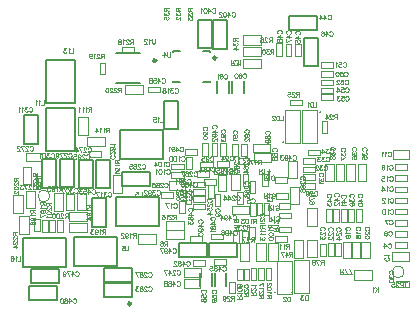
<source format=gbr>
G04*
G04 #@! TF.GenerationSoftware,Altium Limited,Altium Designer,24.6.1 (21)*
G04*
G04 Layer_Color=4408131*
%FSLAX44Y44*%
%MOMM*%
G71*
G04*
G04 #@! TF.SameCoordinates,46D9000B-954F-446C-B998-76B77EA3697B*
G04*
G04*
G04 #@! TF.FilePolarity,Positive*
G04*
G01*
G75*
%ADD10C,0.1016*%
%ADD11C,0.2000*%
%ADD12C,0.2500*%
%ADD13C,0.1270*%
%ADD16C,0.0600*%
%ADD17C,0.1500*%
%ADD18C,0.1000*%
%ADD19C,0.0400*%
%ADD20C,0.0800*%
D10*
X31934Y103378D02*
G03*
X31934Y103378I-5010J0D01*
G01*
X331908Y39116D02*
G03*
X331908Y39116I-5010J0D01*
G01*
D11*
X161892Y225852D02*
X167392D01*
X136392D02*
X141892D01*
X136392Y199852D02*
Y200352D01*
Y225352D02*
Y225852D01*
X161892Y199852D02*
X167392D01*
X136392D02*
X141892D01*
X167392D02*
Y200352D01*
Y225352D02*
Y225852D01*
X186082Y190330D02*
Y200830D01*
X173582Y190330D02*
Y200830D01*
X196242Y190584D02*
Y201084D01*
X183742Y190584D02*
Y201084D01*
X87656Y199082D02*
X108656D01*
X87656Y224082D02*
X108656D01*
X169010Y27262D02*
Y37762D01*
X181510Y27262D02*
Y37762D01*
X159104Y27516D02*
Y38016D01*
X171604Y27516D02*
Y38016D01*
D12*
X100636Y12300D02*
G03*
X100636Y12300I-1250J0D01*
G01*
X172892Y220352D02*
G03*
X172892Y220352I-1250J0D01*
G01*
X121967Y218082D02*
G03*
X121967Y218082I-1250J0D01*
G01*
D13*
X229871Y149098D02*
G03*
X229871Y149098I-568J0D01*
G01*
X260723Y174498D02*
G03*
X260723Y174498I-568J0D01*
G01*
X222564Y21844D02*
G03*
X222564Y21844I-568J0D01*
G01*
X237550Y22352D02*
G03*
X237550Y22352I-568J0D01*
G01*
D16*
X183508Y127821D02*
Y132620D01*
X173108Y127821D02*
X183508D01*
X173108D02*
Y132620D01*
X183508D01*
X190640Y106800D02*
X195440D01*
Y96400D02*
Y106800D01*
X190640Y96400D02*
X195440D01*
X190640D02*
Y106800D01*
X201054Y116452D02*
X205854D01*
Y106052D02*
Y116452D01*
X201054Y106052D02*
X205854D01*
X201054D02*
Y116452D01*
X206108Y86748D02*
Y97148D01*
X201308D02*
X206108D01*
X201308Y86748D02*
Y97148D01*
Y86748D02*
X206108D01*
X211950Y87002D02*
Y97402D01*
X207150D02*
X211950D01*
X207150Y87002D02*
Y97402D01*
Y87002D02*
X211950D01*
X171590Y94622D02*
Y105022D01*
Y94622D02*
X176390D01*
Y105022D01*
X171590D02*
X176390D01*
X166256Y101988D02*
Y112388D01*
Y101988D02*
X171056D01*
Y112388D01*
X166256D02*
X171056D01*
X153042Y110630D02*
X163442D01*
Y115430D01*
X153042D02*
X163442D01*
X153042Y110630D02*
Y115430D01*
X195255Y111632D02*
X200055D01*
X195255D02*
Y122032D01*
X200055D01*
Y111632D02*
Y122032D01*
X171330Y122060D02*
X181730D01*
Y126860D01*
X171330D02*
X181730D01*
X171330Y122060D02*
Y126860D01*
X325254Y31102D02*
X335654D01*
X325254Y26302D02*
Y31102D01*
Y26302D02*
X335654D01*
Y31102D01*
X166614Y119520D02*
Y124320D01*
X156215Y119520D02*
X166614D01*
X156215D02*
Y124320D01*
X166614D01*
X159392Y127648D02*
X169792D01*
Y132448D01*
X159392D02*
X169792D01*
X159392Y127648D02*
Y132448D01*
X153042Y104534D02*
X163442D01*
Y109334D01*
X153042D02*
X163442D01*
X153042Y104534D02*
Y109334D01*
Y98184D02*
X163442D01*
Y102984D01*
X153042D02*
X163442D01*
X153042Y98184D02*
Y102984D01*
Y92088D02*
X163442D01*
Y96888D01*
X153042D02*
X163442D01*
X153042Y92088D02*
Y96888D01*
X126118Y101994D02*
Y106794D01*
X136518D01*
Y101994D02*
Y106794D01*
X126118Y101994D02*
X136518D01*
X147206Y126372D02*
Y136772D01*
Y126372D02*
X152006D01*
Y136772D01*
X147206D02*
X152006D01*
X134846Y125870D02*
Y130670D01*
X145245D01*
Y125870D02*
Y130670D01*
X134846Y125870D02*
X145245D01*
X134754Y118758D02*
Y123558D01*
X145154D01*
Y118758D02*
Y123558D01*
X134754Y118758D02*
X145154D01*
X146438Y138316D02*
Y143116D01*
X156838D01*
Y138316D02*
Y143116D01*
X146438Y138316D02*
X156838D01*
X160668Y137548D02*
Y147948D01*
Y137548D02*
X165468D01*
Y147948D01*
X160668D02*
X165468D01*
X169050D02*
X173850D01*
Y137548D02*
Y147948D01*
X169050Y137548D02*
X173850D01*
X169050D02*
Y147948D01*
X176162Y137548D02*
Y147948D01*
Y137548D02*
X180962D01*
Y147948D01*
X176162D02*
X180962D01*
X186322Y137294D02*
Y147694D01*
Y137294D02*
X191122D01*
Y147694D01*
X186322D02*
X191122D01*
X194196Y137294D02*
Y147694D01*
Y137294D02*
X198996D01*
Y147694D01*
X194196D02*
X198996D01*
X212992Y87002D02*
X217792D01*
X212992D02*
Y97402D01*
X217792D01*
Y87002D02*
Y97402D01*
X141364Y88780D02*
Y99180D01*
Y88780D02*
X146164D01*
Y99180D01*
X141364D02*
X146164D01*
X150756Y64402D02*
X161156D01*
Y69202D01*
X150756D02*
X161156D01*
X150756Y64402D02*
Y69202D01*
X168120Y71456D02*
X178519D01*
X168120Y66656D02*
Y71456D01*
Y66656D02*
X178519D01*
Y71456D01*
X250703Y142608D02*
X261102D01*
X250703Y137808D02*
Y142608D01*
Y137808D02*
X261102D01*
Y142608D01*
X246260Y135496D02*
X256660D01*
X246260Y130696D02*
Y135496D01*
Y130696D02*
X256660D01*
Y135496D01*
X246260Y128130D02*
X256660D01*
X246260Y123330D02*
Y128130D01*
Y123330D02*
X256660D01*
Y128130D01*
X246260Y121780D02*
X256660D01*
X246260Y116980D02*
Y121780D01*
Y116980D02*
X256660D01*
Y121780D01*
X246260Y114414D02*
X256660D01*
X246260Y109614D02*
Y114414D01*
Y109614D02*
X256660D01*
Y114414D01*
X65158Y136792D02*
Y141592D01*
X75558D01*
Y136792D02*
Y141592D01*
X65158Y136792D02*
X75558D01*
X125088Y191148D02*
Y195948D01*
X114688Y191148D02*
X125088D01*
X114688D02*
Y195948D01*
X125088D01*
X228460Y222130D02*
Y232530D01*
X223660D02*
X228460D01*
X223660Y222130D02*
Y232530D01*
Y222130D02*
X228460D01*
X236334Y221876D02*
Y232276D01*
X231534D02*
X236334D01*
X231534Y221876D02*
Y232276D01*
Y221876D02*
X236334D01*
X244208D02*
Y232276D01*
X239408D02*
X244208D01*
X239408Y221876D02*
Y232276D01*
Y221876D02*
X244208D01*
X261246Y184544D02*
X271646D01*
Y189344D01*
X261246D02*
X271646D01*
X261246Y184544D02*
Y189344D01*
Y190419D02*
X271646D01*
Y195219D01*
X261246D02*
X271646D01*
X261246Y190419D02*
Y195219D01*
X261409Y197023D02*
X271808D01*
Y201823D01*
X261409D02*
X271808D01*
X261409Y197023D02*
Y201823D01*
X171076Y50152D02*
X181476D01*
X171076Y45352D02*
Y50152D01*
Y45352D02*
X181476D01*
Y50152D01*
X153042Y44082D02*
X163442D01*
Y48882D01*
X153042D02*
X163442D01*
X153042Y44082D02*
Y48882D01*
X265589Y52735D02*
Y63135D01*
X260789D02*
X265589D01*
X260789Y52735D02*
Y63135D01*
Y52735D02*
X265589D01*
X272193Y52989D02*
Y63389D01*
X267393D02*
X272193D01*
X267393Y52989D02*
Y63389D01*
Y52989D02*
X272193D01*
X278289D02*
Y63389D01*
X273489D02*
X278289D01*
X273489Y52989D02*
Y63389D01*
Y52989D02*
X278289D01*
X265824Y81577D02*
Y91976D01*
Y81577D02*
X270624D01*
Y91976D01*
X265824D02*
X270624D01*
X271920Y81577D02*
Y91976D01*
Y81577D02*
X276720D01*
Y91976D01*
X271920D02*
X276720D01*
X278524Y81577D02*
Y91976D01*
Y81577D02*
X283324D01*
Y91976D01*
X278524D02*
X283324D01*
X284620Y81577D02*
Y91976D01*
Y81577D02*
X289420D01*
Y91976D01*
X284620D02*
X289420D01*
X291224Y81577D02*
Y91976D01*
Y81577D02*
X296024D01*
Y91976D01*
X291224D02*
X296024D01*
X324175Y125354D02*
X334574D01*
Y130154D01*
X324175D02*
X334574D01*
X324175Y125354D02*
Y130154D01*
Y115945D02*
X334574D01*
Y120745D01*
X324175D02*
X334574D01*
X324175Y115945D02*
Y120745D01*
Y106536D02*
X334574D01*
Y111336D01*
X324175D02*
X334574D01*
X324175Y106536D02*
Y111336D01*
Y97128D02*
X334574D01*
Y101927D01*
X324175D02*
X334574D01*
X324175Y97128D02*
Y101927D01*
Y87718D02*
X334574D01*
Y92519D01*
X324175D02*
X334574D01*
X324175Y87718D02*
Y92519D01*
Y78310D02*
X334574D01*
Y83110D01*
X324175D02*
X334574D01*
X324175Y78310D02*
Y83110D01*
Y68900D02*
X334574D01*
Y73701D01*
X324175D02*
X334574D01*
X324175Y68900D02*
Y73701D01*
Y59492D02*
X334574D01*
Y64292D01*
X324175D02*
X334574D01*
X324175Y59492D02*
Y64292D01*
X172840Y112662D02*
Y117462D01*
X162440Y112662D02*
X172840D01*
X162440D02*
Y117462D01*
X172840D01*
X261409Y204389D02*
X271808D01*
Y209189D01*
X261409D02*
X271808D01*
X261409Y204389D02*
Y209189D01*
X151752Y96908D02*
Y107308D01*
X146952D02*
X151752D01*
X146952Y96908D02*
Y107308D01*
Y96908D02*
X151752D01*
X261409Y212009D02*
X271808D01*
Y216809D01*
X261409D02*
X271808D01*
X261409Y212009D02*
Y216809D01*
D17*
X93156Y112110D02*
Y124110D01*
Y112110D02*
X117156D01*
Y124110D01*
X93156D02*
X117156D01*
X87718Y77716D02*
X124118D01*
Y102116D01*
X87718D02*
X124118D01*
X87718Y77716D02*
Y102116D01*
X140908Y51404D02*
Y63404D01*
Y51404D02*
X164908D01*
Y63404D01*
X140908D02*
X164908D01*
X28948Y141820D02*
Y178220D01*
Y141820D02*
X53348D01*
Y178220D01*
X28948D02*
X53348D01*
Y181952D02*
Y218352D01*
X28948D02*
X53348D01*
X28948Y181952D02*
Y218352D01*
Y181952D02*
X53348D01*
X22002Y147766D02*
Y171766D01*
X10002Y147766D02*
X22002D01*
X10002D02*
Y171766D01*
X22002D01*
X157322Y228538D02*
Y252538D01*
X169322D01*
Y228538D02*
Y252538D01*
X157322Y228538D02*
X169322D01*
X169768Y228030D02*
Y252030D01*
X181768D01*
Y228030D02*
Y252030D01*
X169768Y228030D02*
X181768D01*
X246730Y213552D02*
Y237552D01*
X258730D01*
Y213552D02*
Y237552D01*
X246730Y213552D02*
X258730D01*
X234380Y255682D02*
X258380D01*
Y243682D02*
Y255682D01*
X234380Y243682D02*
X258380D01*
X234380D02*
Y255682D01*
X9168Y43680D02*
Y68080D01*
X45569D01*
Y43680D02*
Y68080D01*
X9168Y43680D02*
X45569D01*
X88558Y44188D02*
Y68588D01*
X52158Y44188D02*
X88558D01*
X52158D02*
Y68588D01*
X88558D01*
X15686Y41560D02*
X39686D01*
Y29560D02*
Y41560D01*
X15686Y29560D02*
X39686D01*
X15686D02*
Y41560D01*
X14416Y27336D02*
X38416D01*
Y15336D02*
Y27336D01*
X14416Y15336D02*
X38416D01*
X14416D02*
Y27336D01*
X77662Y17622D02*
X101662D01*
X77662D02*
Y29622D01*
X101662D01*
Y17622D02*
Y29622D01*
X77662Y30322D02*
X101662D01*
X77662D02*
Y42322D01*
X101662D01*
Y30322D02*
Y42322D01*
X166816Y51404D02*
X190816D01*
X166816D02*
Y63404D01*
X190816D01*
Y51404D02*
Y63404D01*
X52736Y110682D02*
Y134682D01*
X40736Y110682D02*
X52736D01*
X40736D02*
Y134682D01*
X52736D01*
X70708Y134174D02*
X82708D01*
X70708Y110174D02*
Y134174D01*
Y110174D02*
X82708D01*
Y134174D01*
X56484D02*
X68484D01*
X56484Y110174D02*
Y134174D01*
Y110174D02*
X68484D01*
Y134174D01*
X25496Y134428D02*
X37496D01*
X25496Y110428D02*
Y134428D01*
Y110428D02*
X37496D01*
Y134428D01*
X67914Y77408D02*
Y101408D01*
X79914D01*
Y77408D02*
Y101408D01*
X67914Y77408D02*
X79914D01*
X128620Y183958D02*
X140620D01*
X128620Y159958D02*
Y183958D01*
Y159958D02*
X140620D01*
Y183958D01*
X91274Y134866D02*
X127674D01*
Y159266D01*
X91274D02*
X127674D01*
X91274Y134866D02*
Y159266D01*
D18*
X192596Y48026D02*
Y63226D01*
Y48026D02*
X200596D01*
X192596Y63226D02*
X200596D01*
Y48026D02*
Y63226D01*
X1080Y88666D02*
Y103866D01*
Y88666D02*
X9080D01*
X1080Y103866D02*
X9080D01*
Y88666D02*
Y103866D01*
X43116Y90952D02*
Y106152D01*
X35116D02*
X43116D01*
X35116Y90952D02*
X43116D01*
X35116D02*
Y106152D01*
X48534Y89852D02*
X63734D01*
X48534Y81852D02*
Y89852D01*
X63734Y81852D02*
Y89852D01*
X48534Y81852D02*
X63734D01*
X93154Y106192D02*
Y121392D01*
X85154D02*
X93154D01*
X85154Y106192D02*
X93154D01*
X85154D02*
Y121392D01*
X48534Y72708D02*
X63734D01*
Y80708D01*
X48534Y72708D02*
Y80708D01*
X63734D01*
X13906Y71394D02*
Y86594D01*
X5906D02*
X13906D01*
X5906Y71394D02*
X13906D01*
X5906D02*
Y86594D01*
X289326Y32322D02*
X304526D01*
Y40322D01*
X289326Y32322D02*
Y40322D01*
X304526D01*
X130576Y82232D02*
X145776D01*
X130576Y74232D02*
Y82232D01*
X145776Y74232D02*
Y82232D01*
X130576Y74232D02*
X145776D01*
X130322Y66612D02*
X145522D01*
Y74612D01*
X130322Y66612D02*
Y74612D01*
X145522D01*
X214566Y48534D02*
Y63734D01*
X206566D02*
X214566D01*
X206566Y48534D02*
X214566D01*
X206566D02*
Y63734D01*
X224980Y48534D02*
Y63734D01*
X216980D02*
X224980D01*
X216980Y48534D02*
X224980D01*
X216980D02*
Y63734D01*
X250000Y77998D02*
Y93198D01*
Y77998D02*
X258000D01*
X250000Y93198D02*
X258000D01*
Y77998D02*
Y93198D01*
X106954Y70802D02*
X122154D01*
X106954Y62802D02*
Y70802D01*
X122154Y62802D02*
Y70802D01*
X106954Y62802D02*
X122154D01*
X246570Y51074D02*
Y66274D01*
X238570D02*
X246570D01*
X238570Y51074D02*
X246570D01*
X238570D02*
Y66274D01*
X258000Y51328D02*
Y66528D01*
X250000D02*
X258000D01*
X250000Y51328D02*
X258000D01*
X250000D02*
Y66528D01*
X63774Y145352D02*
X78974D01*
Y153352D01*
X63774Y145352D02*
Y153352D01*
X78974D01*
X55944Y155214D02*
Y170414D01*
Y155214D02*
X63944D01*
X55944Y170414D02*
X63944D01*
Y155214D02*
Y170414D01*
X95778Y197548D02*
X110978D01*
X95778Y189548D02*
Y197548D01*
X110978Y189548D02*
Y197548D01*
X95778Y189548D02*
X110978D01*
X195854Y219646D02*
X211054D01*
X195854Y211646D02*
Y219646D01*
X211054Y211646D02*
Y219646D01*
X195854Y211646D02*
X211054D01*
X195854Y221806D02*
X211054D01*
Y229806D01*
X195854Y221806D02*
Y229806D01*
X211054D01*
X195854Y231458D02*
X211054D01*
Y239458D01*
X195854Y231458D02*
Y239458D01*
X211054D01*
X244035Y147828D02*
Y175768D01*
X231335Y147828D02*
X244035D01*
X231335D02*
Y175768D01*
X244035D01*
X245423Y147828D02*
Y175768D01*
X258123D01*
Y147828D02*
Y175768D01*
X245423Y147828D02*
X258123D01*
X236728Y20574D02*
Y48514D01*
X224028Y20574D02*
X236728D01*
X224028D02*
Y48514D01*
X236728D01*
X239014Y49022D02*
X251714D01*
X239014Y21082D02*
Y49022D01*
Y21082D02*
X251714D01*
Y49022D01*
X128556Y262450D02*
X132556D01*
X128556D02*
Y260736D01*
X128747Y260165D01*
X128937Y259974D01*
X129318Y259784D01*
X129699D01*
X130080Y259974D01*
X130270Y260165D01*
X130461Y260736D01*
Y262450D01*
Y261117D02*
X132556Y259784D01*
X128556Y258508D02*
Y256413D01*
X130080Y257556D01*
Y256985D01*
X130270Y256604D01*
X130461Y256413D01*
X131032Y256223D01*
X131413D01*
X131984Y256413D01*
X132365Y256794D01*
X132556Y257365D01*
Y257937D01*
X132365Y258508D01*
X132175Y258699D01*
X131794Y258889D01*
X128556Y253043D02*
Y254947D01*
X130270Y255138D01*
X130080Y254947D01*
X129889Y254376D01*
Y253804D01*
X130080Y253233D01*
X130461Y252852D01*
X131032Y252662D01*
X131413D01*
X131984Y252852D01*
X132365Y253233D01*
X132556Y253804D01*
Y254376D01*
X132365Y254947D01*
X132175Y255138D01*
X131794Y255328D01*
X133870Y225012D02*
Y222155D01*
X133679Y221584D01*
X133298Y221203D01*
X132727Y221012D01*
X132346D01*
X131775Y221203D01*
X131394Y221584D01*
X131203Y222155D01*
Y225012D01*
X128195D02*
X130099Y222346D01*
X127242D01*
X128195Y225012D02*
Y221012D01*
X138462Y262450D02*
X142462D01*
X138462D02*
Y260736D01*
X138653Y260165D01*
X138843Y259974D01*
X139224Y259784D01*
X139605D01*
X139986Y259974D01*
X140176Y260165D01*
X140367Y260736D01*
Y262450D01*
Y261117D02*
X142462Y259784D01*
X138462Y258508D02*
Y256413D01*
X139986Y257556D01*
Y256985D01*
X140176Y256604D01*
X140367Y256413D01*
X140938Y256223D01*
X141319D01*
X141890Y256413D01*
X142271Y256794D01*
X142462Y257365D01*
Y257937D01*
X142271Y258508D01*
X142081Y258699D01*
X141700Y258889D01*
X139415Y255138D02*
X139224D01*
X138843Y254947D01*
X138653Y254757D01*
X138462Y254376D01*
Y253614D01*
X138653Y253233D01*
X138843Y253043D01*
X139224Y252852D01*
X139605D01*
X139986Y253043D01*
X140557Y253424D01*
X142462Y255328D01*
Y252662D01*
X148622Y262196D02*
X152621D01*
X148622D02*
Y260482D01*
X148813Y259911D01*
X149003Y259720D01*
X149384Y259530D01*
X149765D01*
X150146Y259720D01*
X150336Y259911D01*
X150527Y260482D01*
Y262196D01*
Y260863D02*
X152621Y259530D01*
X148622Y258254D02*
Y256159D01*
X150146Y257302D01*
Y256731D01*
X150336Y256350D01*
X150527Y256159D01*
X151098Y255969D01*
X151479D01*
X152050Y256159D01*
X152431Y256540D01*
X152621Y257111D01*
Y257683D01*
X152431Y258254D01*
X152241Y258445D01*
X151860Y258635D01*
X148622Y254693D02*
Y252598D01*
X150146Y253741D01*
Y253169D01*
X150336Y252789D01*
X150527Y252598D01*
X151098Y252408D01*
X151479D01*
X152050Y252598D01*
X152431Y252979D01*
X152621Y253550D01*
Y254122D01*
X152431Y254693D01*
X152241Y254883D01*
X151860Y255074D01*
X186976Y236891D02*
X190975D01*
X186976D02*
Y235177D01*
X187167Y234606D01*
X187357Y234416D01*
X187738Y234225D01*
X188119D01*
X188500Y234416D01*
X188690Y234606D01*
X188881Y235177D01*
Y236891D01*
Y235558D02*
X190975Y234225D01*
X186976Y232949D02*
Y230855D01*
X188500Y231997D01*
Y231426D01*
X188690Y231045D01*
X188881Y230855D01*
X189452Y230664D01*
X189833D01*
X190404Y230855D01*
X190785Y231236D01*
X190975Y231807D01*
Y232378D01*
X190785Y232949D01*
X190595Y233140D01*
X190214Y233330D01*
X186976Y227865D02*
X189643Y229769D01*
Y226913D01*
X186976Y227865D02*
X190975D01*
X309880Y26097D02*
Y22098D01*
X307214Y26097D02*
X309880Y23431D01*
X308928Y24383D02*
X307214Y22098D01*
X306319Y25335D02*
X305938Y25526D01*
X305367Y26097D01*
Y22098D01*
X235524Y18256D02*
Y14256D01*
Y18256D02*
X234191D01*
X233619Y18065D01*
X233238Y17684D01*
X233048Y17303D01*
X232857Y16732D01*
Y15780D01*
X233048Y15209D01*
X233238Y14828D01*
X233619Y14447D01*
X234191Y14256D01*
X235524D01*
X231772Y17303D02*
Y17494D01*
X231582Y17875D01*
X231391Y18065D01*
X231010Y18256D01*
X230249D01*
X229868Y18065D01*
X229677Y17875D01*
X229487Y17494D01*
Y17113D01*
X229677Y16732D01*
X230058Y16161D01*
X231963Y14256D01*
X229296D01*
X250256Y19272D02*
Y15272D01*
Y19272D02*
X248923D01*
X248351Y19081D01*
X247970Y18700D01*
X247780Y18319D01*
X247589Y17748D01*
Y16796D01*
X247780Y16225D01*
X247970Y15844D01*
X248351Y15463D01*
X248923Y15272D01*
X250256D01*
X246314Y19272D02*
X244219D01*
X245361Y17748D01*
X244790D01*
X244409Y17558D01*
X244219Y17367D01*
X244028Y16796D01*
Y16415D01*
X244219Y15844D01*
X244600Y15463D01*
X245171Y15272D01*
X245742D01*
X246314Y15463D01*
X246504Y15653D01*
X246695Y16034D01*
X161005Y21297D02*
X160624Y21488D01*
X160243Y21868D01*
X160052Y22249D01*
Y23011D01*
X160243Y23392D01*
X160624Y23773D01*
X161005Y23963D01*
X161576Y24154D01*
X162528D01*
X163099Y23963D01*
X163480Y23773D01*
X163861Y23392D01*
X164051Y23011D01*
Y22249D01*
X163861Y21868D01*
X163480Y21488D01*
X163099Y21297D01*
X160052Y17888D02*
Y19793D01*
X161766Y19983D01*
X161576Y19793D01*
X161385Y19221D01*
Y18650D01*
X161576Y18079D01*
X161957Y17698D01*
X162528Y17507D01*
X162909D01*
X163480Y17698D01*
X163861Y18079D01*
X164051Y18650D01*
Y19221D01*
X163861Y19793D01*
X163671Y19983D01*
X163290Y20173D01*
X160052Y15660D02*
X160243Y16231D01*
X160624Y16422D01*
X161005D01*
X161385Y16231D01*
X161576Y15851D01*
X161766Y15089D01*
X161957Y14518D01*
X162338Y14137D01*
X162719Y13946D01*
X163290D01*
X163671Y14137D01*
X163861Y14327D01*
X164051Y14899D01*
Y15660D01*
X163861Y16231D01*
X163671Y16422D01*
X163290Y16612D01*
X162719D01*
X162338Y16422D01*
X161957Y16041D01*
X161766Y15470D01*
X161576Y14708D01*
X161385Y14327D01*
X161005Y14137D01*
X160624D01*
X160243Y14327D01*
X160052Y14899D01*
Y15660D01*
X179339Y205771D02*
X179530Y206152D01*
X179911Y206533D01*
X180292Y206724D01*
X181053D01*
X181434Y206533D01*
X181815Y206152D01*
X182006Y205771D01*
X182196Y205200D01*
Y204248D01*
X182006Y203677D01*
X181815Y203296D01*
X181434Y202915D01*
X181053Y202724D01*
X180292D01*
X179911Y202915D01*
X179530Y203296D01*
X179339Y203677D01*
X175931Y206152D02*
X176121Y206533D01*
X176692Y206724D01*
X177073D01*
X177645Y206533D01*
X178025Y205962D01*
X178216Y205010D01*
Y204058D01*
X178025Y203296D01*
X177645Y202915D01*
X177073Y202724D01*
X176883D01*
X176311Y202915D01*
X175931Y203296D01*
X175740Y203867D01*
Y204058D01*
X175931Y204629D01*
X176311Y205010D01*
X176883Y205200D01*
X177073D01*
X177645Y205010D01*
X178025Y204629D01*
X178216Y204058D01*
X174864Y205962D02*
X174483Y206152D01*
X173912Y206724D01*
Y202724D01*
X169895Y20948D02*
X169514Y21138D01*
X169133Y21519D01*
X168942Y21900D01*
Y22662D01*
X169133Y23043D01*
X169514Y23424D01*
X169895Y23614D01*
X170466Y23804D01*
X171418D01*
X171989Y23614D01*
X172370Y23424D01*
X172751Y23043D01*
X172941Y22662D01*
Y21900D01*
X172751Y21519D01*
X172370Y21138D01*
X171989Y20948D01*
X168942Y17539D02*
Y19444D01*
X170656Y19634D01*
X170466Y19444D01*
X170275Y18872D01*
Y18301D01*
X170466Y17730D01*
X170847Y17349D01*
X171418Y17158D01*
X171799D01*
X172370Y17349D01*
X172751Y17730D01*
X172941Y18301D01*
Y18872D01*
X172751Y19444D01*
X172561Y19634D01*
X172180Y19824D01*
X170275Y13788D02*
X170847Y13978D01*
X171228Y14359D01*
X171418Y14930D01*
Y15121D01*
X171228Y15692D01*
X170847Y16073D01*
X170275Y16263D01*
X170085D01*
X169514Y16073D01*
X169133Y15692D01*
X168942Y15121D01*
Y14930D01*
X169133Y14359D01*
X169514Y13978D01*
X170275Y13788D01*
X171228D01*
X172180Y13978D01*
X172751Y14359D01*
X172941Y14930D01*
Y15311D01*
X172751Y15882D01*
X172370Y16073D01*
X195436Y206279D02*
X195627Y206660D01*
X196008Y207041D01*
X196389Y207232D01*
X197150D01*
X197531Y207041D01*
X197912Y206660D01*
X198102Y206279D01*
X198293Y205708D01*
Y204756D01*
X198102Y204185D01*
X197912Y203804D01*
X197531Y203423D01*
X197150Y203232D01*
X196389D01*
X196008Y203423D01*
X195627Y203804D01*
X195436Y204185D01*
X192028Y206660D02*
X192218Y207041D01*
X192789Y207232D01*
X193170D01*
X193741Y207041D01*
X194122Y206470D01*
X194313Y205518D01*
Y204566D01*
X194122Y203804D01*
X193741Y203423D01*
X193170Y203232D01*
X192980D01*
X192409Y203423D01*
X192028Y203804D01*
X191837Y204375D01*
Y204566D01*
X192028Y205137D01*
X192409Y205518D01*
X192980Y205708D01*
X193170D01*
X193741Y205518D01*
X194122Y205137D01*
X194313Y204566D01*
X189818Y207232D02*
X190390Y207041D01*
X190771Y206470D01*
X190961Y205518D01*
Y204946D01*
X190771Y203994D01*
X190390Y203423D01*
X189818Y203232D01*
X189438D01*
X188866Y203423D01*
X188486Y203994D01*
X188295Y204946D01*
Y205518D01*
X188486Y206470D01*
X188866Y207041D01*
X189438Y207232D01*
X189818D01*
X121017Y236442D02*
Y233585D01*
X120826Y233014D01*
X120445Y232633D01*
X119874Y232442D01*
X119493D01*
X118922Y232633D01*
X118541Y233014D01*
X118351Y233585D01*
Y236442D01*
X117246Y235680D02*
X116865Y235870D01*
X116294Y236442D01*
Y232442D01*
X114123Y235489D02*
Y235680D01*
X113933Y236061D01*
X113742Y236251D01*
X113361Y236442D01*
X112599D01*
X112219Y236251D01*
X112028Y236061D01*
X111838Y235680D01*
Y235299D01*
X112028Y234918D01*
X112409Y234347D01*
X114313Y232442D01*
X111647D01*
X19844Y120597D02*
X23844D01*
X19844Y121931D02*
Y119264D01*
X21939Y118788D02*
Y117074D01*
X21749Y116503D01*
X21558Y116313D01*
X21177Y116122D01*
X20606D01*
X20225Y116313D01*
X20035Y116503D01*
X19844Y117074D01*
Y118788D01*
X23844D01*
X20416Y112942D02*
X20035Y113132D01*
X19844Y113704D01*
Y114085D01*
X20035Y114656D01*
X20606Y115037D01*
X21558Y115227D01*
X22510D01*
X23272Y115037D01*
X23653Y114656D01*
X23844Y114085D01*
Y113894D01*
X23653Y113323D01*
X23272Y112942D01*
X22701Y112752D01*
X22510D01*
X21939Y112942D01*
X21558Y113323D01*
X21368Y113894D01*
Y114085D01*
X21558Y114656D01*
X21939Y115037D01*
X22510Y115227D01*
X19844Y110923D02*
X20035Y111495D01*
X20416Y111685D01*
X20797D01*
X21177Y111495D01*
X21368Y111114D01*
X21558Y110352D01*
X21749Y109781D01*
X22130Y109400D01*
X22510Y109209D01*
X23082D01*
X23463Y109400D01*
X23653Y109590D01*
X23844Y110162D01*
Y110923D01*
X23653Y111495D01*
X23463Y111685D01*
X23082Y111875D01*
X22510D01*
X22130Y111685D01*
X21749Y111304D01*
X21558Y110733D01*
X21368Y109971D01*
X21177Y109590D01*
X20797Y109400D01*
X20416D01*
X20035Y109590D01*
X19844Y110162D01*
Y110923D01*
X332792Y30448D02*
Y26448D01*
X334125Y30448D02*
X331459D01*
X330983Y28353D02*
X329269D01*
X328698Y28543D01*
X328507Y28734D01*
X328317Y29114D01*
Y29686D01*
X328507Y30067D01*
X328698Y30257D01*
X329269Y30448D01*
X330983D01*
Y26448D01*
X327231Y29495D02*
Y29686D01*
X327041Y30067D01*
X326851Y30257D01*
X326470Y30448D01*
X325708D01*
X325327Y30257D01*
X325137Y30067D01*
X324946Y29686D01*
Y29305D01*
X325137Y28924D01*
X325518Y28353D01*
X327422Y26448D01*
X324756D01*
X321576Y30448D02*
X323480D01*
X323670Y28734D01*
X323480Y28924D01*
X322909Y29114D01*
X322337D01*
X321766Y28924D01*
X321385Y28543D01*
X321195Y27972D01*
Y27591D01*
X321385Y27020D01*
X321766Y26639D01*
X322337Y26448D01*
X322909D01*
X323480Y26639D01*
X323670Y26829D01*
X323861Y27210D01*
X540Y72556D02*
X4539D01*
X540D02*
Y70842D01*
X731Y70271D01*
X921Y70080D01*
X1302Y69890D01*
X1683D01*
X2064Y70080D01*
X2254Y70271D01*
X2445Y70842D01*
Y72556D01*
Y71223D02*
X4539Y69890D01*
X1493Y68804D02*
X1302D01*
X921Y68614D01*
X731Y68424D01*
X540Y68043D01*
Y67281D01*
X731Y66900D01*
X921Y66710D01*
X1302Y66519D01*
X1683D01*
X2064Y66710D01*
X2635Y67091D01*
X4539Y68995D01*
Y66329D01*
X1493Y65243D02*
X1302D01*
X921Y65053D01*
X731Y64862D01*
X540Y64482D01*
Y63720D01*
X731Y63339D01*
X921Y63148D01*
X1302Y62958D01*
X1683D01*
X2064Y63148D01*
X2635Y63529D01*
X4539Y65434D01*
Y62768D01*
X540Y59968D02*
X3207Y61873D01*
Y59016D01*
X540Y59968D02*
X4539D01*
X92273Y195040D02*
Y191040D01*
Y195040D02*
X90559D01*
X89987Y194849D01*
X89797Y194659D01*
X89607Y194278D01*
Y193897D01*
X89797Y193516D01*
X89987Y193326D01*
X90559Y193135D01*
X92273D01*
X90940D02*
X89607Y191040D01*
X88521Y194087D02*
Y194278D01*
X88331Y194659D01*
X88140Y194849D01*
X87759Y195040D01*
X86998D01*
X86617Y194849D01*
X86426Y194659D01*
X86236Y194278D01*
Y193897D01*
X86426Y193516D01*
X86807Y192945D01*
X88712Y191040D01*
X86046D01*
X84960Y194087D02*
Y194278D01*
X84770Y194659D01*
X84579Y194849D01*
X84198Y195040D01*
X83437D01*
X83056Y194849D01*
X82865Y194659D01*
X82675Y194278D01*
Y193897D01*
X82865Y193516D01*
X83246Y192945D01*
X85150Y191040D01*
X82484D01*
X80447Y195040D02*
X81018Y194849D01*
X81399Y194278D01*
X81589Y193326D01*
Y192754D01*
X81399Y191802D01*
X81018Y191231D01*
X80447Y191040D01*
X80066D01*
X79495Y191231D01*
X79114Y191802D01*
X78923Y192754D01*
Y193326D01*
X79114Y194278D01*
X79495Y194849D01*
X80066Y195040D01*
X80447D01*
X139107Y87598D02*
Y83598D01*
Y87598D02*
X137393D01*
X136822Y87407D01*
X136632Y87217D01*
X136441Y86836D01*
Y86455D01*
X136632Y86074D01*
X136822Y85884D01*
X137393Y85693D01*
X139107D01*
X137774D02*
X136441Y83598D01*
X135356Y86645D02*
Y86836D01*
X135165Y87217D01*
X134975Y87407D01*
X134594Y87598D01*
X133832D01*
X133451Y87407D01*
X133261Y87217D01*
X133070Y86836D01*
Y86455D01*
X133261Y86074D01*
X133642Y85503D01*
X135546Y83598D01*
X132880D01*
X131985Y86836D02*
X131604Y87026D01*
X131033Y87598D01*
Y83598D01*
X126767Y87026D02*
X126958Y87407D01*
X127529Y87598D01*
X127910D01*
X128481Y87407D01*
X128862Y86836D01*
X129052Y85884D01*
Y84931D01*
X128862Y84170D01*
X128481Y83789D01*
X127910Y83598D01*
X127719D01*
X127148Y83789D01*
X126767Y84170D01*
X126577Y84741D01*
Y84931D01*
X126767Y85503D01*
X127148Y85884D01*
X127719Y86074D01*
X127910D01*
X128481Y85884D01*
X128862Y85503D01*
X129052Y84931D01*
X1302Y118689D02*
X5301D01*
X1302D02*
Y116975D01*
X1493Y116404D01*
X1683Y116213D01*
X2064Y116023D01*
X2445D01*
X2826Y116213D01*
X3016Y116404D01*
X3207Y116975D01*
Y118689D01*
Y117356D02*
X5301Y116023D01*
X2255Y114937D02*
X2064D01*
X1683Y114747D01*
X1493Y114556D01*
X1302Y114175D01*
Y113414D01*
X1493Y113033D01*
X1683Y112842D01*
X2064Y112652D01*
X2445D01*
X2826Y112842D01*
X3397Y113223D01*
X5301Y115128D01*
Y112462D01*
X1302Y110424D02*
X1493Y110995D01*
X2064Y111376D01*
X3016Y111566D01*
X3588D01*
X4540Y111376D01*
X5111Y110995D01*
X5301Y110424D01*
Y110043D01*
X5111Y109472D01*
X4540Y109091D01*
X3588Y108900D01*
X3016D01*
X2064Y109091D01*
X1493Y109472D01*
X1302Y110043D01*
Y110424D01*
X2255Y107815D02*
X2064D01*
X1683Y107625D01*
X1493Y107434D01*
X1302Y107053D01*
Y106291D01*
X1493Y105911D01*
X1683Y105720D01*
X2064Y105530D01*
X2445D01*
X2826Y105720D01*
X3397Y106101D01*
X5301Y108005D01*
Y105339D01*
X42428Y111728D02*
Y107728D01*
Y111728D02*
X40715D01*
X40143Y111537D01*
X39953Y111347D01*
X39762Y110966D01*
Y110585D01*
X39953Y110204D01*
X40143Y110014D01*
X40715Y109823D01*
X42428D01*
X41095D02*
X39762Y107728D01*
X38867Y110966D02*
X38486Y111156D01*
X37915Y111728D01*
Y107728D01*
X33459Y110394D02*
X33649Y109823D01*
X34030Y109442D01*
X34602Y109252D01*
X34792D01*
X35363Y109442D01*
X35744Y109823D01*
X35935Y110394D01*
Y110585D01*
X35744Y111156D01*
X35363Y111537D01*
X34792Y111728D01*
X34602D01*
X34030Y111537D01*
X33649Y111156D01*
X33459Y110394D01*
Y109442D01*
X33649Y108490D01*
X34030Y107919D01*
X34602Y107728D01*
X34983D01*
X35554Y107919D01*
X35744Y108300D01*
X30088Y111728D02*
X31993D01*
X32183Y110014D01*
X31993Y110204D01*
X31421Y110394D01*
X30850D01*
X30279Y110204D01*
X29898Y109823D01*
X29708Y109252D01*
Y108871D01*
X29898Y108300D01*
X30279Y107919D01*
X30850Y107728D01*
X31421D01*
X31993Y107919D01*
X32183Y108109D01*
X32373Y108490D01*
X62922Y95864D02*
X66921D01*
X62922D02*
Y94150D01*
X63112Y93579D01*
X63302Y93388D01*
X63683Y93198D01*
X64064D01*
X64445Y93388D01*
X64635Y93579D01*
X64826Y94150D01*
Y95864D01*
Y94531D02*
X66921Y93198D01*
X63683Y92303D02*
X63493Y91922D01*
X62922Y91350D01*
X66921D01*
X64254Y86894D02*
X64826Y87085D01*
X65207Y87465D01*
X65397Y88037D01*
Y88227D01*
X65207Y88799D01*
X64826Y89179D01*
X64254Y89370D01*
X64064D01*
X63493Y89179D01*
X63112Y88799D01*
X62922Y88227D01*
Y88037D01*
X63112Y87465D01*
X63493Y87085D01*
X64254Y86894D01*
X65207D01*
X66159Y87085D01*
X66730Y87465D01*
X66921Y88037D01*
Y88418D01*
X66730Y88989D01*
X66349Y89179D01*
X62922Y83904D02*
X65588Y85809D01*
Y82952D01*
X62922Y83904D02*
X66921D01*
X79005Y75152D02*
Y71152D01*
Y75152D02*
X77291D01*
X76719Y74961D01*
X76529Y74771D01*
X76338Y74390D01*
Y74009D01*
X76529Y73628D01*
X76719Y73438D01*
X77291Y73247D01*
X79005D01*
X77671D02*
X76338Y71152D01*
X75443Y74390D02*
X75062Y74580D01*
X74491Y75152D01*
Y71152D01*
X70035Y73818D02*
X70226Y73247D01*
X70606Y72866D01*
X71178Y72676D01*
X71368D01*
X71939Y72866D01*
X72320Y73247D01*
X72511Y73818D01*
Y74009D01*
X72320Y74580D01*
X71939Y74961D01*
X71368Y75152D01*
X71178D01*
X70606Y74961D01*
X70226Y74580D01*
X70035Y73818D01*
Y72866D01*
X70226Y71914D01*
X70606Y71343D01*
X71178Y71152D01*
X71558D01*
X72130Y71343D01*
X72320Y71724D01*
X68569Y75152D02*
X66474D01*
X67617Y73628D01*
X67045D01*
X66664Y73438D01*
X66474Y73247D01*
X66283Y72676D01*
Y72295D01*
X66474Y71724D01*
X66855Y71343D01*
X67426Y71152D01*
X67997D01*
X68569Y71343D01*
X68759Y71533D01*
X68949Y71914D01*
X104658Y72104D02*
Y68104D01*
Y72104D02*
X102945D01*
X102373Y71913D01*
X102183Y71723D01*
X101992Y71342D01*
Y70961D01*
X102183Y70580D01*
X102373Y70390D01*
X102945Y70199D01*
X104658D01*
X103326D02*
X101992Y68104D01*
X101097Y71342D02*
X100716Y71532D01*
X100145Y72104D01*
Y68104D01*
X95689Y70771D02*
X95879Y70199D01*
X96260Y69818D01*
X96832Y69628D01*
X97022D01*
X97593Y69818D01*
X97974Y70199D01*
X98165Y70771D01*
Y70961D01*
X97974Y71532D01*
X97593Y71913D01*
X97022Y72104D01*
X96832D01*
X96260Y71913D01*
X95879Y71532D01*
X95689Y70771D01*
Y69818D01*
X95879Y68866D01*
X96260Y68295D01*
X96832Y68104D01*
X97212D01*
X97784Y68295D01*
X97974Y68676D01*
X94413Y71151D02*
Y71342D01*
X94223Y71723D01*
X94032Y71913D01*
X93651Y72104D01*
X92890D01*
X92509Y71913D01*
X92318Y71723D01*
X92128Y71342D01*
Y70961D01*
X92318Y70580D01*
X92699Y70009D01*
X94604Y68104D01*
X91938D01*
X86900Y133773D02*
X90899D01*
X86900D02*
Y132060D01*
X87091Y131488D01*
X87281Y131298D01*
X87662Y131108D01*
X88043D01*
X88424Y131298D01*
X88614Y131488D01*
X88805Y132060D01*
Y133773D01*
Y132441D02*
X90899Y131108D01*
X87662Y130212D02*
X87472Y129831D01*
X86900Y129260D01*
X90899D01*
X88233Y124804D02*
X88805Y124994D01*
X89186Y125375D01*
X89376Y125947D01*
Y126137D01*
X89186Y126708D01*
X88805Y127089D01*
X88233Y127280D01*
X88043D01*
X87472Y127089D01*
X87091Y126708D01*
X86900Y126137D01*
Y125947D01*
X87091Y125375D01*
X87472Y124994D01*
X88233Y124804D01*
X89186D01*
X90138Y124994D01*
X90709Y125375D01*
X90899Y125947D01*
Y126327D01*
X90709Y126899D01*
X90328Y127089D01*
X87662Y123719D02*
X87472Y123338D01*
X86900Y122766D01*
X90899D01*
X82087Y161258D02*
Y157258D01*
Y161258D02*
X80374D01*
X79802Y161067D01*
X79612Y160877D01*
X79422Y160496D01*
Y160115D01*
X79612Y159734D01*
X79802Y159544D01*
X80374Y159353D01*
X82087D01*
X80754D02*
X79422Y157258D01*
X78526Y160496D02*
X78145Y160686D01*
X77574Y161258D01*
Y157258D01*
X75594Y160496D02*
X75213Y160686D01*
X74641Y161258D01*
Y157258D01*
X70757Y161258D02*
X72661Y158591D01*
X69805D01*
X70757Y161258D02*
Y157258D01*
X209836Y78436D02*
X213836D01*
X209836D02*
Y76722D01*
X210027Y76151D01*
X210217Y75961D01*
X210598Y75770D01*
X210979D01*
X211360Y75961D01*
X211550Y76151D01*
X211741Y76722D01*
Y78436D01*
Y77103D02*
X213836Y75770D01*
X210598Y74875D02*
X210408Y74494D01*
X209836Y73923D01*
X213836D01*
X210598Y71943D02*
X210408Y71562D01*
X209836Y70990D01*
X213836D01*
X209836Y68629D02*
Y66534D01*
X211360Y67677D01*
Y67105D01*
X211550Y66725D01*
X211741Y66534D01*
X212312Y66344D01*
X212693D01*
X213264Y66534D01*
X213645Y66915D01*
X213836Y67486D01*
Y68058D01*
X213645Y68629D01*
X213455Y68819D01*
X213074Y69010D01*
X216948Y79005D02*
X220948D01*
X216948D02*
Y77291D01*
X217139Y76719D01*
X217329Y76529D01*
X217710Y76338D01*
X218091D01*
X218472Y76529D01*
X218662Y76719D01*
X218853Y77291D01*
Y79005D01*
Y77671D02*
X220948Y76338D01*
X217710Y75443D02*
X217520Y75062D01*
X216948Y74491D01*
X220948D01*
X216948Y71368D02*
X217139Y71939D01*
X217710Y72320D01*
X218662Y72511D01*
X219234D01*
X220186Y72320D01*
X220757Y71939D01*
X220948Y71368D01*
Y70987D01*
X220757Y70416D01*
X220186Y70035D01*
X219234Y69845D01*
X218662D01*
X217710Y70035D01*
X217139Y70416D01*
X216948Y70987D01*
Y71368D01*
Y67807D02*
X217139Y68378D01*
X217710Y68759D01*
X218662Y68949D01*
X219234D01*
X220186Y68759D01*
X220757Y68378D01*
X220948Y67807D01*
Y67426D01*
X220757Y66855D01*
X220186Y66474D01*
X219234Y66283D01*
X218662D01*
X217710Y66474D01*
X217139Y66855D01*
X216948Y67426D01*
Y67807D01*
X185193Y214408D02*
Y218407D01*
Y214408D02*
X186907D01*
X187478Y214599D01*
X187668Y214789D01*
X187859Y215170D01*
Y215551D01*
X187668Y215932D01*
X187478Y216122D01*
X186907Y216313D01*
X185193D01*
X186526D02*
X187859Y218407D01*
X189135Y214408D02*
X191230D01*
X190087Y215932D01*
X190658D01*
X191039Y216122D01*
X191230Y216313D01*
X191420Y216884D01*
Y217265D01*
X191230Y217836D01*
X190849Y218217D01*
X190277Y218407D01*
X189706D01*
X189135Y218217D01*
X188944Y218027D01*
X188754Y217646D01*
X192315Y215170D02*
X192696Y214980D01*
X193267Y214408D01*
Y218407D01*
X221302Y227552D02*
Y223552D01*
Y227552D02*
X219588D01*
X219017Y227361D01*
X218827Y227171D01*
X218636Y226790D01*
Y226409D01*
X218827Y226028D01*
X219017Y225838D01*
X219588Y225647D01*
X221302D01*
X219969D02*
X218636Y223552D01*
X217360Y227552D02*
X215265D01*
X216408Y226028D01*
X215837D01*
X215456Y225838D01*
X215265Y225647D01*
X215075Y225076D01*
Y224695D01*
X215265Y224124D01*
X215646Y223743D01*
X216218Y223552D01*
X216789D01*
X217360Y223743D01*
X217551Y223933D01*
X217741Y224314D01*
X213037Y227552D02*
X213609Y227361D01*
X213990Y226790D01*
X214180Y225838D01*
Y225266D01*
X213990Y224314D01*
X213609Y223743D01*
X213037Y223552D01*
X212656D01*
X212085Y223743D01*
X211704Y224314D01*
X211514Y225266D01*
Y225838D01*
X211704Y226790D01*
X212085Y227361D01*
X212656Y227552D01*
X213037D01*
X219778Y237712D02*
Y233712D01*
Y237712D02*
X218064D01*
X217493Y237521D01*
X217302Y237331D01*
X217112Y236950D01*
Y236569D01*
X217302Y236188D01*
X217493Y235998D01*
X218064Y235807D01*
X219778D01*
X218445D02*
X217112Y233712D01*
X216027Y236759D02*
Y236950D01*
X215836Y237331D01*
X215646Y237521D01*
X215265Y237712D01*
X214503D01*
X214122Y237521D01*
X213932Y237331D01*
X213741Y236950D01*
Y236569D01*
X213932Y236188D01*
X214313Y235617D01*
X216217Y233712D01*
X213551D01*
X211704Y237712D02*
X212275Y237521D01*
X212465Y237140D01*
Y236759D01*
X212275Y236378D01*
X211894Y236188D01*
X211132Y235998D01*
X210561Y235807D01*
X210180Y235426D01*
X209990Y235046D01*
Y234474D01*
X210180Y234093D01*
X210371Y233903D01*
X210942Y233712D01*
X211704D01*
X212275Y233903D01*
X212465Y234093D01*
X212656Y234474D01*
Y235046D01*
X212465Y235426D01*
X212085Y235807D01*
X211513Y235998D01*
X210752Y236188D01*
X210371Y236378D01*
X210180Y236759D01*
Y237140D01*
X210371Y237521D01*
X210942Y237712D01*
X211704D01*
X204538Y68294D02*
Y64294D01*
Y68294D02*
X202824D01*
X202253Y68103D01*
X202062Y67913D01*
X201872Y67532D01*
Y67151D01*
X202062Y66770D01*
X202253Y66580D01*
X202824Y66389D01*
X204538D01*
X203205D02*
X201872Y64294D01*
X200787Y67341D02*
Y67532D01*
X200596Y67913D01*
X200406Y68103D01*
X200025Y68294D01*
X199263D01*
X198882Y68103D01*
X198692Y67913D01*
X198501Y67532D01*
Y67151D01*
X198692Y66770D01*
X199073Y66199D01*
X200977Y64294D01*
X198311D01*
X194750Y68294D02*
X196654Y64294D01*
X197416Y68294D02*
X194750D01*
X51659Y228568D02*
Y224568D01*
X49374D01*
X48936Y227806D02*
X48555Y227996D01*
X47984Y228568D01*
Y224568D01*
X45622Y228568D02*
X43527D01*
X44670Y227044D01*
X44099D01*
X43718Y226854D01*
X43527Y226663D01*
X43337Y226092D01*
Y225711D01*
X43527Y225140D01*
X43908Y224759D01*
X44480Y224568D01*
X45051D01*
X45622Y224759D01*
X45813Y224949D01*
X46003Y225330D01*
X216885Y102575D02*
X216504Y102765D01*
X216123Y103146D01*
X215932Y103527D01*
Y104289D01*
X216123Y104669D01*
X216504Y105050D01*
X216885Y105241D01*
X217456Y105431D01*
X218408D01*
X218979Y105241D01*
X219360Y105050D01*
X219741Y104669D01*
X219932Y104289D01*
Y103527D01*
X219741Y103146D01*
X219360Y102765D01*
X218979Y102575D01*
X215932Y101070D02*
Y98975D01*
X217456Y100118D01*
Y99547D01*
X217646Y99166D01*
X217837Y98975D01*
X218408Y98785D01*
X218789D01*
X219360Y98975D01*
X219741Y99356D01*
X219932Y99928D01*
Y100499D01*
X219741Y101070D01*
X219551Y101261D01*
X219170Y101451D01*
X202390Y100421D02*
X202580Y100801D01*
X202961Y101182D01*
X203342Y101373D01*
X204104D01*
X204485Y101182D01*
X204866Y100801D01*
X205056Y100421D01*
X205247Y99849D01*
Y98897D01*
X205056Y98326D01*
X204866Y97945D01*
X204485Y97564D01*
X204104Y97374D01*
X203342D01*
X202961Y97564D01*
X202580Y97945D01*
X202390Y98326D01*
X198981Y101373D02*
X200886D01*
X201076Y99659D01*
X200886Y99849D01*
X200314Y100040D01*
X199743D01*
X199172Y99849D01*
X198791Y99468D01*
X198600Y98897D01*
Y98516D01*
X198791Y97945D01*
X199172Y97564D01*
X199743Y97374D01*
X200314D01*
X200886Y97564D01*
X201076Y97754D01*
X201266Y98135D01*
X187638Y125051D02*
X187829Y125432D01*
X188210Y125813D01*
X188590Y126003D01*
X189352D01*
X189733Y125813D01*
X190114Y125432D01*
X190304Y125051D01*
X190495Y124480D01*
Y123527D01*
X190304Y122956D01*
X190114Y122575D01*
X189733Y122194D01*
X189352Y122004D01*
X188590D01*
X188210Y122194D01*
X187829Y122575D01*
X187638Y122956D01*
X185562Y126003D02*
X186134Y125813D01*
X186324Y125432D01*
Y125051D01*
X186134Y124670D01*
X185753Y124480D01*
X184991Y124289D01*
X184420Y124099D01*
X184039Y123718D01*
X183849Y123337D01*
Y122766D01*
X184039Y122385D01*
X184230Y122194D01*
X184801Y122004D01*
X185562D01*
X186134Y122194D01*
X186324Y122385D01*
X186515Y122766D01*
Y123337D01*
X186324Y123718D01*
X185943Y124099D01*
X185372Y124289D01*
X184610Y124480D01*
X184230Y124670D01*
X184039Y125051D01*
Y125432D01*
X184230Y125813D01*
X184801Y126003D01*
X185562D01*
X172623Y90113D02*
X172242Y90304D01*
X171861Y90685D01*
X171670Y91066D01*
Y91827D01*
X171861Y92208D01*
X172242Y92589D01*
X172623Y92779D01*
X173194Y92970D01*
X174146D01*
X174717Y92779D01*
X175098Y92589D01*
X175479Y92208D01*
X175669Y91827D01*
Y91066D01*
X175479Y90685D01*
X175098Y90304D01*
X174717Y90113D01*
X173003Y86514D02*
X173575Y86705D01*
X173956Y87085D01*
X174146Y87657D01*
Y87847D01*
X173956Y88419D01*
X173575Y88799D01*
X173003Y88990D01*
X172813D01*
X172242Y88799D01*
X171861Y88419D01*
X171670Y87847D01*
Y87657D01*
X171861Y87085D01*
X172242Y86705D01*
X173003Y86514D01*
X173956D01*
X174908Y86705D01*
X175479Y87085D01*
X175669Y87657D01*
Y88038D01*
X175479Y88609D01*
X175098Y88799D01*
X136553Y96297D02*
X136743Y96678D01*
X137124Y97059D01*
X137505Y97250D01*
X138267D01*
X138648Y97059D01*
X139029Y96678D01*
X139219Y96297D01*
X139409Y95726D01*
Y94774D01*
X139219Y94203D01*
X139029Y93822D01*
X138648Y93441D01*
X138267Y93250D01*
X137505D01*
X137124Y93441D01*
X136743Y93822D01*
X136553Y94203D01*
X135429Y96488D02*
X135049Y96678D01*
X134477Y97250D01*
Y93250D01*
X129831Y97250D02*
X131735Y93250D01*
X132497Y97250D02*
X129831D01*
X210591Y85878D02*
X210210Y86069D01*
X209829Y86449D01*
X209638Y86830D01*
Y87592D01*
X209829Y87973D01*
X210210Y88354D01*
X210591Y88544D01*
X211162Y88735D01*
X212114D01*
X212685Y88544D01*
X213066Y88354D01*
X213447Y87973D01*
X213638Y87592D01*
Y86830D01*
X213447Y86449D01*
X213066Y86069D01*
X212685Y85878D01*
X210591Y84564D02*
X210400D01*
X210019Y84374D01*
X209829Y84183D01*
X209638Y83802D01*
Y83041D01*
X209829Y82660D01*
X210019Y82469D01*
X210400Y82279D01*
X210781D01*
X211162Y82469D01*
X211733Y82850D01*
X213638Y84755D01*
Y82088D01*
X210400Y81194D02*
X210210Y80813D01*
X209638Y80241D01*
X213638D01*
X319830Y37624D02*
X319450Y37815D01*
X319069Y38196D01*
X318878Y38577D01*
Y39338D01*
X319069Y39719D01*
X319450Y40100D01*
X319830Y40290D01*
X320402Y40481D01*
X321354D01*
X321925Y40290D01*
X322306Y40100D01*
X322687Y39719D01*
X322877Y39338D01*
Y38577D01*
X322687Y38196D01*
X322306Y37815D01*
X321925Y37624D01*
X318878Y36120D02*
Y34025D01*
X320402Y35168D01*
Y34597D01*
X320592Y34216D01*
X320783Y34025D01*
X321354Y33835D01*
X321735D01*
X322306Y34025D01*
X322687Y34406D01*
X322877Y34977D01*
Y35549D01*
X322687Y36120D01*
X322496Y36310D01*
X322116Y36501D01*
X318878Y31797D02*
X319069Y32368D01*
X319640Y32749D01*
X320592Y32940D01*
X321163D01*
X322116Y32749D01*
X322687Y32368D01*
X322877Y31797D01*
Y31416D01*
X322687Y30845D01*
X322116Y30464D01*
X321163Y30274D01*
X320592D01*
X319640Y30464D01*
X319069Y30845D01*
X318878Y31416D01*
Y31797D01*
X221203Y141185D02*
X220822Y141376D01*
X220441Y141756D01*
X220250Y142137D01*
Y142899D01*
X220441Y143280D01*
X220822Y143661D01*
X221203Y143851D01*
X221774Y144042D01*
X222726D01*
X223297Y143851D01*
X223678Y143661D01*
X224059Y143280D01*
X224250Y142899D01*
Y142137D01*
X224059Y141756D01*
X223678Y141376D01*
X223297Y141185D01*
X220250Y139109D02*
X220441Y139681D01*
X220822Y139871D01*
X221203D01*
X221583Y139681D01*
X221774Y139300D01*
X221964Y138538D01*
X222155Y137967D01*
X222536Y137586D01*
X222917Y137395D01*
X223488D01*
X223869Y137586D01*
X224059Y137776D01*
X224250Y138348D01*
Y139109D01*
X224059Y139681D01*
X223869Y139871D01*
X223488Y140062D01*
X222917D01*
X222536Y139871D01*
X222155Y139490D01*
X221964Y138919D01*
X221774Y138157D01*
X221583Y137776D01*
X221203Y137586D01*
X220822D01*
X220441Y137776D01*
X220250Y138348D01*
Y139109D01*
Y135548D02*
X220441Y136119D01*
X220822Y136310D01*
X221203D01*
X221583Y136119D01*
X221774Y135739D01*
X221964Y134977D01*
X222155Y134406D01*
X222536Y134025D01*
X222917Y133834D01*
X223488D01*
X223869Y134025D01*
X224059Y134215D01*
X224250Y134787D01*
Y135548D01*
X224059Y136119D01*
X223869Y136310D01*
X223488Y136500D01*
X222917D01*
X222536Y136310D01*
X222155Y135929D01*
X221964Y135358D01*
X221774Y134596D01*
X221583Y134215D01*
X221203Y134025D01*
X220822D01*
X220441Y134215D01*
X220250Y134787D01*
Y135548D01*
X215107Y155822D02*
X214726Y156012D01*
X214345Y156393D01*
X214154Y156774D01*
Y157536D01*
X214345Y157917D01*
X214726Y158298D01*
X215107Y158488D01*
X215678Y158678D01*
X216630D01*
X217201Y158488D01*
X217582Y158298D01*
X217963Y157917D01*
X218153Y157536D01*
Y156774D01*
X217963Y156393D01*
X217582Y156012D01*
X217201Y155822D01*
X214154Y153746D02*
X214345Y154318D01*
X214726Y154508D01*
X215107D01*
X215487Y154318D01*
X215678Y153937D01*
X215868Y153175D01*
X216059Y152604D01*
X216440Y152223D01*
X216821Y152032D01*
X217392D01*
X217773Y152223D01*
X217963Y152413D01*
X218153Y152984D01*
Y153746D01*
X217963Y154318D01*
X217773Y154508D01*
X217392Y154698D01*
X216821D01*
X216440Y154508D01*
X216059Y154127D01*
X215868Y153556D01*
X215678Y152794D01*
X215487Y152413D01*
X215107Y152223D01*
X214726D01*
X214345Y152413D01*
X214154Y152984D01*
Y153746D01*
X215487Y148662D02*
X216059Y148852D01*
X216440Y149233D01*
X216630Y149804D01*
Y149995D01*
X216440Y150566D01*
X216059Y150947D01*
X215487Y151137D01*
X215297D01*
X214726Y150947D01*
X214345Y150566D01*
X214154Y149995D01*
Y149804D01*
X214345Y149233D01*
X214726Y148852D01*
X215487Y148662D01*
X216440D01*
X217392Y148852D01*
X217963Y149233D01*
X218153Y149804D01*
Y150185D01*
X217963Y150756D01*
X217582Y150947D01*
X162275Y158965D02*
X161894Y159156D01*
X161513Y159536D01*
X161322Y159917D01*
Y160679D01*
X161513Y161060D01*
X161894Y161441D01*
X162275Y161631D01*
X162846Y161822D01*
X163798D01*
X164369Y161631D01*
X164750Y161441D01*
X165131Y161060D01*
X165322Y160679D01*
Y159917D01*
X165131Y159536D01*
X164750Y159156D01*
X164369Y158965D01*
X162656Y155366D02*
X163227Y155556D01*
X163608Y155937D01*
X163798Y156509D01*
Y156699D01*
X163608Y157270D01*
X163227Y157651D01*
X162656Y157842D01*
X162465D01*
X161894Y157651D01*
X161513Y157270D01*
X161322Y156699D01*
Y156509D01*
X161513Y155937D01*
X161894Y155556D01*
X162656Y155366D01*
X163608D01*
X164560Y155556D01*
X165131Y155937D01*
X165322Y156509D01*
Y156889D01*
X165131Y157461D01*
X164750Y157651D01*
X161322Y153138D02*
X161513Y153709D01*
X162084Y154090D01*
X163036Y154280D01*
X163608D01*
X164560Y154090D01*
X165131Y153709D01*
X165322Y153138D01*
Y152757D01*
X165131Y152186D01*
X164560Y151805D01*
X163608Y151614D01*
X163036D01*
X162084Y151805D01*
X161513Y152186D01*
X161322Y152757D01*
Y153138D01*
X187623Y156132D02*
X187242Y156323D01*
X186861Y156704D01*
X186670Y157084D01*
Y157846D01*
X186861Y158227D01*
X187242Y158608D01*
X187623Y158798D01*
X188194Y158989D01*
X189146D01*
X189717Y158798D01*
X190098Y158608D01*
X190479Y158227D01*
X190670Y157846D01*
Y157084D01*
X190479Y156704D01*
X190098Y156323D01*
X189717Y156132D01*
X188004Y152533D02*
X188575Y152723D01*
X188956Y153104D01*
X189146Y153676D01*
Y153866D01*
X188956Y154437D01*
X188575Y154818D01*
X188004Y155009D01*
X187813D01*
X187242Y154818D01*
X186861Y154437D01*
X186670Y153866D01*
Y153676D01*
X186861Y153104D01*
X187242Y152723D01*
X188004Y152533D01*
X188956D01*
X189908Y152723D01*
X190479Y153104D01*
X190670Y153676D01*
Y154056D01*
X190479Y154628D01*
X190098Y154818D01*
X187432Y151447D02*
X187242Y151067D01*
X186670Y150495D01*
X190670D01*
X197623Y156989D02*
X197242Y157179D01*
X196861Y157560D01*
X196670Y157941D01*
Y158703D01*
X196861Y159084D01*
X197242Y159465D01*
X197623Y159655D01*
X198194Y159846D01*
X199146D01*
X199717Y159655D01*
X200098Y159465D01*
X200479Y159084D01*
X200670Y158703D01*
Y157941D01*
X200479Y157560D01*
X200098Y157179D01*
X199717Y156989D01*
X198004Y153390D02*
X198575Y153580D01*
X198956Y153961D01*
X199146Y154532D01*
Y154723D01*
X198956Y155294D01*
X198575Y155675D01*
X198004Y155865D01*
X197813D01*
X197242Y155675D01*
X196861Y155294D01*
X196670Y154723D01*
Y154532D01*
X196861Y153961D01*
X197242Y153580D01*
X198004Y153390D01*
X198956D01*
X199908Y153580D01*
X200479Y153961D01*
X200670Y154532D01*
Y154913D01*
X200479Y155485D01*
X200098Y155675D01*
X197623Y152114D02*
X197432D01*
X197051Y151924D01*
X196861Y151733D01*
X196670Y151352D01*
Y150590D01*
X196861Y150210D01*
X197051Y150019D01*
X197432Y149829D01*
X197813D01*
X198194Y150019D01*
X198765Y150400D01*
X200670Y152304D01*
Y149638D01*
X177623Y156989D02*
X177242Y157179D01*
X176861Y157560D01*
X176670Y157941D01*
Y158703D01*
X176861Y159084D01*
X177242Y159465D01*
X177623Y159655D01*
X178194Y159846D01*
X179146D01*
X179717Y159655D01*
X180098Y159465D01*
X180479Y159084D01*
X180669Y158703D01*
Y157941D01*
X180479Y157560D01*
X180098Y157179D01*
X179717Y156989D01*
X178004Y153390D02*
X178575Y153580D01*
X178956Y153961D01*
X179146Y154532D01*
Y154723D01*
X178956Y155294D01*
X178575Y155675D01*
X178004Y155865D01*
X177813D01*
X177242Y155675D01*
X176861Y155294D01*
X176670Y154723D01*
Y154532D01*
X176861Y153961D01*
X177242Y153580D01*
X178004Y153390D01*
X178956D01*
X179908Y153580D01*
X180479Y153961D01*
X180669Y154532D01*
Y154913D01*
X180479Y155485D01*
X180098Y155675D01*
X176670Y151924D02*
Y149829D01*
X178194Y150971D01*
Y150400D01*
X178384Y150019D01*
X178575Y149829D01*
X179146Y149638D01*
X179527D01*
X180098Y149829D01*
X180479Y150210D01*
X180669Y150781D01*
Y151352D01*
X180479Y151924D01*
X180289Y152114D01*
X179908Y152304D01*
X184206Y136602D02*
X184397Y136983D01*
X184778Y137364D01*
X185159Y137554D01*
X185920D01*
X186301Y137364D01*
X186682Y136983D01*
X186872Y136602D01*
X187063Y136031D01*
Y135079D01*
X186872Y134507D01*
X186682Y134127D01*
X186301Y133746D01*
X185920Y133555D01*
X185159D01*
X184778Y133746D01*
X184397Y134127D01*
X184206Y134507D01*
X180607Y136221D02*
X180798Y135650D01*
X181178Y135269D01*
X181750Y135079D01*
X181940D01*
X182512Y135269D01*
X182892Y135650D01*
X183083Y136221D01*
Y136412D01*
X182892Y136983D01*
X182512Y137364D01*
X181940Y137554D01*
X181750D01*
X181178Y137364D01*
X180798Y136983D01*
X180607Y136221D01*
Y135269D01*
X180798Y134317D01*
X181178Y133746D01*
X181750Y133555D01*
X182131D01*
X182702Y133746D01*
X182892Y134127D01*
X177617Y137554D02*
X179522Y134888D01*
X176665D01*
X177617Y137554D02*
Y133555D01*
X167601Y135921D02*
X167792Y136302D01*
X168172Y136683D01*
X168553Y136874D01*
X169315D01*
X169696Y136683D01*
X170077Y136302D01*
X170267Y135921D01*
X170458Y135350D01*
Y134398D01*
X170267Y133827D01*
X170077Y133446D01*
X169696Y133065D01*
X169315Y132874D01*
X168553D01*
X168172Y133065D01*
X167792Y133446D01*
X167601Y133827D01*
X164002Y135541D02*
X164192Y134969D01*
X164573Y134588D01*
X165145Y134398D01*
X165335D01*
X165906Y134588D01*
X166287Y134969D01*
X166478Y135541D01*
Y135731D01*
X166287Y136302D01*
X165906Y136683D01*
X165335Y136874D01*
X165145D01*
X164573Y136683D01*
X164192Y136302D01*
X164002Y135541D01*
Y134588D01*
X164192Y133636D01*
X164573Y133065D01*
X165145Y132874D01*
X165525D01*
X166097Y133065D01*
X166287Y133446D01*
X160631Y136874D02*
X162535D01*
X162726Y135160D01*
X162535Y135350D01*
X161964Y135541D01*
X161393D01*
X160822Y135350D01*
X160441Y134969D01*
X160250Y134398D01*
Y134017D01*
X160441Y133446D01*
X160822Y133065D01*
X161393Y132874D01*
X161964D01*
X162535Y133065D01*
X162726Y133255D01*
X162916Y133636D01*
X143160Y136175D02*
X143350Y136556D01*
X143731Y136937D01*
X144112Y137128D01*
X144873D01*
X145254Y136937D01*
X145635Y136556D01*
X145826Y136175D01*
X146016Y135604D01*
Y134652D01*
X145826Y134081D01*
X145635Y133700D01*
X145254Y133319D01*
X144873Y133128D01*
X144112D01*
X143731Y133319D01*
X143350Y133700D01*
X143160Y134081D01*
X142036Y136366D02*
X141655Y136556D01*
X141084Y137128D01*
Y133128D01*
X137961Y137128D02*
X138532Y136937D01*
X138913Y136366D01*
X139103Y135414D01*
Y134842D01*
X138913Y133890D01*
X138532Y133319D01*
X137961Y133128D01*
X137580D01*
X137008Y133319D01*
X136628Y133890D01*
X136437Y134842D01*
Y135414D01*
X136628Y136366D01*
X137008Y136937D01*
X137580Y137128D01*
X137961D01*
X134399D02*
X134971Y136937D01*
X135352Y136366D01*
X135542Y135414D01*
Y134842D01*
X135352Y133890D01*
X134971Y133319D01*
X134399Y133128D01*
X134019D01*
X133447Y133319D01*
X133066Y133890D01*
X132876Y134842D01*
Y135414D01*
X133066Y136366D01*
X133447Y136937D01*
X134019Y137128D01*
X134399D01*
X130618Y125253D02*
X130809Y125634D01*
X131190Y126015D01*
X131571Y126206D01*
X132332D01*
X132713Y126015D01*
X133094Y125634D01*
X133285Y125253D01*
X133475Y124682D01*
Y123730D01*
X133285Y123159D01*
X133094Y122778D01*
X132713Y122397D01*
X132332Y122206D01*
X131571D01*
X131190Y122397D01*
X130809Y122778D01*
X130618Y123159D01*
X129495Y125444D02*
X129114Y125634D01*
X128543Y126206D01*
Y122206D01*
X125420Y126206D02*
X125991Y126015D01*
X126372Y125444D01*
X126562Y124492D01*
Y123920D01*
X126372Y122968D01*
X125991Y122397D01*
X125420Y122206D01*
X125039D01*
X124467Y122397D01*
X124087Y122968D01*
X123896Y123920D01*
Y124492D01*
X124087Y125444D01*
X124467Y126015D01*
X125039Y126206D01*
X125420D01*
X123001Y125444D02*
X122620Y125634D01*
X122049Y126206D01*
Y122206D01*
X130301Y131603D02*
X130491Y131984D01*
X130872Y132365D01*
X131253Y132556D01*
X132015D01*
X132395Y132365D01*
X132776Y131984D01*
X132967Y131603D01*
X133157Y131032D01*
Y130080D01*
X132967Y129509D01*
X132776Y129128D01*
X132395Y128747D01*
X132015Y128556D01*
X131253D01*
X130872Y128747D01*
X130491Y129128D01*
X130301Y129509D01*
X129177Y131794D02*
X128796Y131984D01*
X128225Y132556D01*
Y128556D01*
X125102Y132556D02*
X125673Y132365D01*
X126054Y131794D01*
X126244Y130842D01*
Y130270D01*
X126054Y129318D01*
X125673Y128747D01*
X125102Y128556D01*
X124721D01*
X124150Y128747D01*
X123769Y129318D01*
X123578Y130270D01*
Y130842D01*
X123769Y131794D01*
X124150Y132365D01*
X124721Y132556D01*
X125102D01*
X120779D02*
X122683Y129889D01*
X119827D01*
X120779Y132556D02*
Y128556D01*
X189797Y102901D02*
X189987Y103282D01*
X190368Y103663D01*
X190749Y103854D01*
X191511D01*
X191892Y103663D01*
X192273Y103282D01*
X192463Y102901D01*
X192653Y102330D01*
Y101378D01*
X192463Y100807D01*
X192273Y100426D01*
X191892Y100045D01*
X191511Y99854D01*
X190749D01*
X190368Y100045D01*
X189987Y100426D01*
X189797Y100807D01*
X188483Y102901D02*
Y103092D01*
X188293Y103473D01*
X188102Y103663D01*
X187721Y103854D01*
X186959D01*
X186579Y103663D01*
X186388Y103473D01*
X186198Y103092D01*
Y102711D01*
X186388Y102330D01*
X186769Y101759D01*
X188673Y99854D01*
X186007D01*
X183208Y103854D02*
X185112Y101187D01*
X182256D01*
X183208Y103854D02*
Y99854D01*
X179647Y103854D02*
X181551Y101187D01*
X178694D01*
X179647Y103854D02*
Y99854D01*
X139410Y39909D02*
X139600Y40290D01*
X139981Y40671D01*
X140362Y40862D01*
X141124D01*
X141504Y40671D01*
X141885Y40290D01*
X142076Y39909D01*
X142266Y39338D01*
Y38386D01*
X142076Y37815D01*
X141885Y37434D01*
X141504Y37053D01*
X141124Y36862D01*
X140362D01*
X139981Y37053D01*
X139600Y37434D01*
X139410Y37815D01*
X138096Y39909D02*
Y40100D01*
X137905Y40481D01*
X137715Y40671D01*
X137334Y40862D01*
X136572D01*
X136191Y40671D01*
X136001Y40481D01*
X135810Y40100D01*
Y39719D01*
X136001Y39338D01*
X136382Y38767D01*
X138286Y36862D01*
X135620D01*
X132821Y40862D02*
X134725Y38196D01*
X131868D01*
X132821Y40862D02*
Y36862D01*
X128498Y40862D02*
X130402Y36862D01*
X131164Y40862D02*
X128498D01*
X165831Y98357D02*
X165450Y98547D01*
X165069Y98928D01*
X164878Y99309D01*
Y100071D01*
X165069Y100452D01*
X165450Y100833D01*
X165831Y101023D01*
X166402Y101213D01*
X167354D01*
X167925Y101023D01*
X168306Y100833D01*
X168687Y100452D01*
X168878Y100071D01*
Y99309D01*
X168687Y98928D01*
X168306Y98547D01*
X167925Y98357D01*
X165831Y97043D02*
X165640D01*
X165259Y96852D01*
X165069Y96662D01*
X164878Y96281D01*
Y95519D01*
X165069Y95139D01*
X165259Y94948D01*
X165640Y94758D01*
X166021D01*
X166402Y94948D01*
X166973Y95329D01*
X168878Y97233D01*
Y94567D01*
X164878Y91387D02*
Y93291D01*
X166592Y93482D01*
X166402Y93291D01*
X166211Y92720D01*
Y92149D01*
X166402Y91577D01*
X166783Y91196D01*
X167354Y91006D01*
X167735D01*
X168306Y91196D01*
X168687Y91577D01*
X168878Y92149D01*
Y92720D01*
X168687Y93291D01*
X168497Y93482D01*
X168116Y93672D01*
X164878Y88207D02*
X167544Y90111D01*
Y87254D01*
X164878Y88207D02*
X168878D01*
X149474Y102901D02*
X149665Y103282D01*
X150046Y103663D01*
X150427Y103854D01*
X151188D01*
X151569Y103663D01*
X151950Y103282D01*
X152141Y102901D01*
X152331Y102330D01*
Y101378D01*
X152141Y100807D01*
X151950Y100426D01*
X151569Y100045D01*
X151188Y99854D01*
X150427D01*
X150046Y100045D01*
X149665Y100426D01*
X149474Y100807D01*
X148160Y102901D02*
Y103092D01*
X147970Y103473D01*
X147780Y103663D01*
X147399Y103854D01*
X146637D01*
X146256Y103663D01*
X146066Y103473D01*
X145875Y103092D01*
Y102711D01*
X146066Y102330D01*
X146447Y101759D01*
X148351Y99854D01*
X145685D01*
X142505Y103854D02*
X144409D01*
X144599Y102140D01*
X144409Y102330D01*
X143838Y102521D01*
X143266D01*
X142695Y102330D01*
X142314Y101949D01*
X142124Y101378D01*
Y100997D01*
X142314Y100426D01*
X142695Y100045D01*
X143266Y99854D01*
X143838D01*
X144409Y100045D01*
X144599Y100235D01*
X144790Y100616D01*
X138943Y103282D02*
X139134Y103663D01*
X139705Y103854D01*
X140086D01*
X140657Y103663D01*
X141038Y103092D01*
X141229Y102140D01*
Y101187D01*
X141038Y100426D01*
X140657Y100045D01*
X140086Y99854D01*
X139896D01*
X139324Y100045D01*
X138943Y100426D01*
X138753Y100997D01*
Y101187D01*
X138943Y101759D01*
X139324Y102140D01*
X139896Y102330D01*
X140086D01*
X140657Y102140D01*
X141038Y101759D01*
X141229Y101187D01*
X188945Y133971D02*
X188564Y134161D01*
X188183Y134542D01*
X187992Y134923D01*
Y135685D01*
X188183Y136066D01*
X188564Y136447D01*
X188945Y136637D01*
X189516Y136827D01*
X190468D01*
X191039Y136637D01*
X191420Y136447D01*
X191801Y136066D01*
X191992Y135685D01*
Y134923D01*
X191801Y134542D01*
X191420Y134161D01*
X191039Y133971D01*
X188945Y132657D02*
X188754D01*
X188373Y132466D01*
X188183Y132276D01*
X187992Y131895D01*
Y131133D01*
X188183Y130753D01*
X188373Y130562D01*
X188754Y130372D01*
X189135D01*
X189516Y130562D01*
X190087Y130943D01*
X191992Y132847D01*
Y130181D01*
X188564Y127001D02*
X188183Y127191D01*
X187992Y127763D01*
Y128144D01*
X188183Y128715D01*
X188754Y129096D01*
X189706Y129286D01*
X190658D01*
X191420Y129096D01*
X191801Y128715D01*
X191992Y128144D01*
Y127953D01*
X191801Y127382D01*
X191420Y127001D01*
X190849Y126811D01*
X190658D01*
X190087Y127001D01*
X189706Y127382D01*
X189516Y127953D01*
Y128144D01*
X189706Y128715D01*
X190087Y129096D01*
X190658Y129286D01*
X187992Y124792D02*
X188183Y125363D01*
X188754Y125744D01*
X189706Y125935D01*
X190278D01*
X191230Y125744D01*
X191801Y125363D01*
X191992Y124792D01*
Y124411D01*
X191801Y123840D01*
X191230Y123459D01*
X190278Y123268D01*
X189706D01*
X188754Y123459D01*
X188183Y123840D01*
X187992Y124411D01*
Y124792D01*
X196819Y133304D02*
X196438Y133495D01*
X196057Y133876D01*
X195866Y134256D01*
Y135018D01*
X196057Y135399D01*
X196438Y135780D01*
X196819Y135970D01*
X197390Y136161D01*
X198342D01*
X198913Y135970D01*
X199294Y135780D01*
X199675Y135399D01*
X199865Y135018D01*
Y134256D01*
X199675Y133876D01*
X199294Y133495D01*
X198913Y133304D01*
X196819Y131990D02*
X196628D01*
X196247Y131800D01*
X196057Y131609D01*
X195866Y131228D01*
Y130467D01*
X196057Y130086D01*
X196247Y129895D01*
X196628Y129705D01*
X197009D01*
X197390Y129895D01*
X197961Y130276D01*
X199865Y132181D01*
Y129515D01*
X196438Y126334D02*
X196057Y126525D01*
X195866Y127096D01*
Y127477D01*
X196057Y128048D01*
X196628Y128429D01*
X197580Y128619D01*
X198533D01*
X199294Y128429D01*
X199675Y128048D01*
X199865Y127477D01*
Y127286D01*
X199675Y126715D01*
X199294Y126334D01*
X198723Y126144D01*
X198533D01*
X197961Y126334D01*
X197580Y126715D01*
X197390Y127286D01*
Y127477D01*
X197580Y128048D01*
X197961Y128429D01*
X198533Y128619D01*
X195866Y123364D02*
X198533Y125268D01*
Y122411D01*
X195866Y123364D02*
X199865D01*
X128891Y113823D02*
X129081Y114204D01*
X129462Y114585D01*
X129843Y114776D01*
X130605D01*
X130986Y114585D01*
X131367Y114204D01*
X131557Y113823D01*
X131748Y113252D01*
Y112300D01*
X131557Y111729D01*
X131367Y111348D01*
X130986Y110967D01*
X130605Y110776D01*
X129843D01*
X129462Y110967D01*
X129081Y111348D01*
X128891Y111729D01*
X127577Y113823D02*
Y114014D01*
X127387Y114395D01*
X127196Y114585D01*
X126815Y114776D01*
X126053D01*
X125673Y114585D01*
X125482Y114395D01*
X125292Y114014D01*
Y113633D01*
X125482Y113252D01*
X125863Y112681D01*
X127767Y110776D01*
X125101D01*
X121921Y114204D02*
X122112Y114585D01*
X122683Y114776D01*
X123064D01*
X123635Y114585D01*
X124016Y114014D01*
X124206Y113062D01*
Y112109D01*
X124016Y111348D01*
X123635Y110967D01*
X123064Y110776D01*
X122873D01*
X122302Y110967D01*
X121921Y111348D01*
X121731Y111919D01*
Y112109D01*
X121921Y112681D01*
X122302Y113062D01*
X122873Y113252D01*
X123064D01*
X123635Y113062D01*
X124016Y112681D01*
X124206Y112109D01*
X118569Y114776D02*
X120474D01*
X120664Y113062D01*
X120474Y113252D01*
X119902Y113442D01*
X119331D01*
X118760Y113252D01*
X118379Y112871D01*
X118188Y112300D01*
Y111919D01*
X118379Y111348D01*
X118760Y110967D01*
X119331Y110776D01*
X119902D01*
X120474Y110967D01*
X120664Y111157D01*
X120855Y111538D01*
X244825Y117366D02*
X244444Y117556D01*
X244063Y117937D01*
X243872Y118318D01*
Y119080D01*
X244063Y119460D01*
X244444Y119841D01*
X244825Y120032D01*
X245396Y120222D01*
X246348D01*
X246919Y120032D01*
X247300Y119841D01*
X247681Y119460D01*
X247871Y119080D01*
Y118318D01*
X247681Y117937D01*
X247300Y117556D01*
X246919Y117366D01*
X244825Y116052D02*
X244634D01*
X244253Y115861D01*
X244063Y115671D01*
X243872Y115290D01*
Y114528D01*
X244063Y114147D01*
X244253Y113957D01*
X244634Y113766D01*
X245015D01*
X245396Y113957D01*
X245967Y114338D01*
X247871Y116242D01*
Y113576D01*
X244444Y110396D02*
X244063Y110586D01*
X243872Y111158D01*
Y111538D01*
X244063Y112110D01*
X244634Y112491D01*
X245586Y112681D01*
X246539D01*
X247300Y112491D01*
X247681Y112110D01*
X247871Y111538D01*
Y111348D01*
X247681Y110777D01*
X247300Y110396D01*
X246729Y110205D01*
X246539D01*
X245967Y110396D01*
X245586Y110777D01*
X245396Y111348D01*
Y111538D01*
X245586Y112110D01*
X245967Y112491D01*
X246539Y112681D01*
X244444Y107044D02*
X244063Y107235D01*
X243872Y107806D01*
Y108187D01*
X244063Y108758D01*
X244634Y109139D01*
X245586Y109329D01*
X246539D01*
X247300Y109139D01*
X247681Y108758D01*
X247871Y108187D01*
Y107996D01*
X247681Y107425D01*
X247300Y107044D01*
X246729Y106854D01*
X246539D01*
X245967Y107044D01*
X245586Y107425D01*
X245396Y107996D01*
Y108187D01*
X245586Y108758D01*
X245967Y109139D01*
X246539Y109329D01*
X153783Y123221D02*
X153973Y123602D01*
X154354Y123983D01*
X154735Y124174D01*
X155497D01*
X155878Y123983D01*
X156259Y123602D01*
X156449Y123221D01*
X156639Y122650D01*
Y121698D01*
X156449Y121127D01*
X156259Y120746D01*
X155878Y120365D01*
X155497Y120174D01*
X154735D01*
X154354Y120365D01*
X153973Y120746D01*
X153783Y121127D01*
X152469Y123221D02*
Y123412D01*
X152278Y123793D01*
X152088Y123983D01*
X151707Y124174D01*
X150946D01*
X150565Y123983D01*
X150374Y123793D01*
X150184Y123412D01*
Y123031D01*
X150374Y122650D01*
X150755Y122079D01*
X152659Y120174D01*
X149993D01*
X146813Y123602D02*
X147003Y123983D01*
X147575Y124174D01*
X147956D01*
X148527Y123983D01*
X148908Y123412D01*
X149098Y122460D01*
Y121508D01*
X148908Y120746D01*
X148527Y120365D01*
X147956Y120174D01*
X147765D01*
X147194Y120365D01*
X146813Y120746D01*
X146623Y121317D01*
Y121508D01*
X146813Y122079D01*
X147194Y122460D01*
X147765Y122650D01*
X147956D01*
X148527Y122460D01*
X148908Y122079D01*
X149098Y121508D01*
X143081Y124174D02*
X144985Y120174D01*
X145747Y124174D02*
X143081D01*
X197581Y113397D02*
X197200Y113587D01*
X196819Y113968D01*
X196628Y114349D01*
Y115111D01*
X196819Y115492D01*
X197200Y115873D01*
X197581Y116063D01*
X198152Y116253D01*
X199104D01*
X199675Y116063D01*
X200056Y115873D01*
X200437Y115492D01*
X200627Y115111D01*
Y114349D01*
X200437Y113968D01*
X200056Y113587D01*
X199675Y113397D01*
X197581Y112083D02*
X197390D01*
X197009Y111892D01*
X196819Y111702D01*
X196628Y111321D01*
Y110560D01*
X196819Y110179D01*
X197009Y109988D01*
X197390Y109798D01*
X197771D01*
X198152Y109988D01*
X198723Y110369D01*
X200627Y112273D01*
Y109607D01*
X197200Y106427D02*
X196819Y106617D01*
X196628Y107189D01*
Y107570D01*
X196819Y108141D01*
X197390Y108522D01*
X198342Y108712D01*
X199294D01*
X200056Y108522D01*
X200437Y108141D01*
X200627Y107570D01*
Y107379D01*
X200437Y106808D01*
X200056Y106427D01*
X199485Y106237D01*
X199294D01*
X198723Y106427D01*
X198342Y106808D01*
X198152Y107379D01*
Y107570D01*
X198342Y108141D01*
X198723Y108522D01*
X199294Y108712D01*
X196628Y104408D02*
X196819Y104980D01*
X197200Y105170D01*
X197581D01*
X197961Y104980D01*
X198152Y104599D01*
X198342Y103837D01*
X198533Y103266D01*
X198914Y102885D01*
X199294Y102695D01*
X199866D01*
X200247Y102885D01*
X200437Y103075D01*
X200627Y103647D01*
Y104408D01*
X200437Y104980D01*
X200247Y105170D01*
X199866Y105361D01*
X199294D01*
X198914Y105170D01*
X198533Y104789D01*
X198342Y104218D01*
X198152Y103456D01*
X197961Y103075D01*
X197581Y102885D01*
X197200D01*
X196819Y103075D01*
X196628Y103647D01*
Y104408D01*
X14886Y144791D02*
X15076Y145172D01*
X15457Y145553D01*
X15838Y145744D01*
X16600D01*
X16981Y145553D01*
X17361Y145172D01*
X17552Y144791D01*
X17742Y144220D01*
Y143268D01*
X17552Y142697D01*
X17361Y142316D01*
X16981Y141935D01*
X16600Y141744D01*
X15838D01*
X15457Y141935D01*
X15076Y142316D01*
X14886Y142697D01*
X13572Y144791D02*
Y144982D01*
X13381Y145363D01*
X13191Y145553D01*
X12810Y145744D01*
X12048D01*
X11667Y145553D01*
X11477Y145363D01*
X11286Y144982D01*
Y144601D01*
X11477Y144220D01*
X11858Y143649D01*
X13762Y141744D01*
X11096D01*
X7535Y145744D02*
X9439Y141744D01*
X10201Y145744D02*
X7535D01*
X6449Y144791D02*
Y144982D01*
X6259Y145363D01*
X6069Y145553D01*
X5688Y145744D01*
X4926D01*
X4545Y145553D01*
X4355Y145363D01*
X4164Y144982D01*
Y144601D01*
X4355Y144220D01*
X4735Y143649D01*
X6640Y141744D01*
X3974D01*
X17490Y112045D02*
X17680Y112426D01*
X18061Y112807D01*
X18442Y112998D01*
X19204D01*
X19584Y112807D01*
X19965Y112426D01*
X20156Y112045D01*
X20346Y111474D01*
Y110522D01*
X20156Y109951D01*
X19965Y109570D01*
X19584Y109189D01*
X19204Y108998D01*
X18442D01*
X18061Y109189D01*
X17680Y109570D01*
X17490Y109951D01*
X16176Y112045D02*
Y112236D01*
X15985Y112617D01*
X15795Y112807D01*
X15414Y112998D01*
X14652D01*
X14271Y112807D01*
X14081Y112617D01*
X13890Y112236D01*
Y111855D01*
X14081Y111474D01*
X14462Y110903D01*
X16366Y108998D01*
X13700D01*
X10139Y112998D02*
X12043Y108998D01*
X12805Y112998D02*
X10139D01*
X8863D02*
X6768D01*
X7911Y111474D01*
X7340D01*
X6959Y111284D01*
X6768Y111093D01*
X6578Y110522D01*
Y110141D01*
X6768Y109570D01*
X7149Y109189D01*
X7720Y108998D01*
X8292D01*
X8863Y109189D01*
X9053Y109379D01*
X9244Y109760D01*
X64067Y143541D02*
X64257Y143922D01*
X64638Y144303D01*
X65019Y144494D01*
X65781D01*
X66162Y144303D01*
X66543Y143922D01*
X66733Y143541D01*
X66923Y142970D01*
Y142018D01*
X66733Y141447D01*
X66543Y141066D01*
X66162Y140685D01*
X65781Y140494D01*
X65019D01*
X64638Y140685D01*
X64257Y141066D01*
X64067Y141447D01*
X62753Y143541D02*
Y143732D01*
X62562Y144113D01*
X62372Y144303D01*
X61991Y144494D01*
X61229D01*
X60848Y144303D01*
X60658Y144113D01*
X60468Y143732D01*
Y143351D01*
X60658Y142970D01*
X61039Y142399D01*
X62943Y140494D01*
X60277D01*
X56716Y144494D02*
X58621Y140494D01*
X59382Y144494D02*
X56716D01*
X53917D02*
X55821Y141827D01*
X52965D01*
X53917Y144494D02*
Y140494D01*
X20351Y111891D02*
X20732Y111701D01*
X21113Y111320D01*
X21304Y110939D01*
Y110178D01*
X21113Y109797D01*
X20732Y109416D01*
X20351Y109225D01*
X19780Y109035D01*
X18828D01*
X18257Y109225D01*
X17876Y109416D01*
X17495Y109797D01*
X17305Y110178D01*
Y110939D01*
X17495Y111320D01*
X17876Y111701D01*
X18257Y111891D01*
X20351Y113205D02*
X20542D01*
X20923Y113396D01*
X21113Y113586D01*
X21304Y113967D01*
Y114729D01*
X21113Y115110D01*
X20923Y115300D01*
X20542Y115491D01*
X20161D01*
X19780Y115300D01*
X19209Y114919D01*
X17305Y113015D01*
Y115681D01*
X21304Y119242D02*
X17305Y117338D01*
X21304Y116576D02*
Y119242D01*
X20732Y122423D02*
X21113Y122232D01*
X21304Y121661D01*
Y121280D01*
X21113Y120709D01*
X20542Y120328D01*
X19590Y120137D01*
X18637D01*
X17876Y120328D01*
X17495Y120709D01*
X17305Y121280D01*
Y121470D01*
X17495Y122042D01*
X17876Y122423D01*
X18447Y122613D01*
X18637D01*
X19209Y122423D01*
X19590Y122042D01*
X19780Y121470D01*
Y121280D01*
X19590Y120709D01*
X19209Y120328D01*
X18637Y120137D01*
X47621Y138969D02*
X47811Y139350D01*
X48192Y139731D01*
X48573Y139922D01*
X49334D01*
X49715Y139731D01*
X50096Y139350D01*
X50287Y138969D01*
X50477Y138398D01*
Y137446D01*
X50287Y136875D01*
X50096Y136494D01*
X49715Y136113D01*
X49334Y135922D01*
X48573D01*
X48192Y136113D01*
X47811Y136494D01*
X47621Y136875D01*
X46307Y138969D02*
Y139160D01*
X46116Y139541D01*
X45926Y139731D01*
X45545Y139922D01*
X44783D01*
X44402Y139731D01*
X44212Y139541D01*
X44021Y139160D01*
Y138779D01*
X44212Y138398D01*
X44593Y137827D01*
X46497Y135922D01*
X43831D01*
X40270Y139922D02*
X42174Y135922D01*
X42936Y139922D02*
X40270D01*
X36899Y138588D02*
X37089Y138017D01*
X37470Y137636D01*
X38042Y137446D01*
X38232D01*
X38803Y137636D01*
X39184Y138017D01*
X39375Y138588D01*
Y138779D01*
X39184Y139350D01*
X38803Y139731D01*
X38232Y139922D01*
X38042D01*
X37470Y139731D01*
X37089Y139350D01*
X36899Y138588D01*
Y137636D01*
X37089Y136684D01*
X37470Y136113D01*
X38042Y135922D01*
X38423D01*
X38994Y136113D01*
X39184Y136494D01*
X85883Y137799D02*
X86264Y137609D01*
X86645Y137228D01*
X86836Y136847D01*
Y136085D01*
X86645Y135704D01*
X86264Y135324D01*
X85883Y135133D01*
X85312Y134943D01*
X84360D01*
X83789Y135133D01*
X83408Y135324D01*
X83027Y135704D01*
X82837Y136085D01*
Y136847D01*
X83027Y137228D01*
X83408Y137609D01*
X83789Y137799D01*
X85883Y139113D02*
X86074D01*
X86455Y139304D01*
X86645Y139494D01*
X86836Y139875D01*
Y140637D01*
X86645Y141018D01*
X86455Y141208D01*
X86074Y141398D01*
X85693D01*
X85312Y141208D01*
X84741Y140827D01*
X82837Y138923D01*
Y141589D01*
X86836Y143436D02*
X86645Y142865D01*
X86264Y142674D01*
X85883D01*
X85503Y142865D01*
X85312Y143246D01*
X85122Y144007D01*
X84931Y144579D01*
X84550Y144960D01*
X84170Y145150D01*
X83598D01*
X83217Y144960D01*
X83027Y144769D01*
X82837Y144198D01*
Y143436D01*
X83027Y142865D01*
X83217Y142674D01*
X83598Y142484D01*
X84170D01*
X84550Y142674D01*
X84931Y143055D01*
X85122Y143627D01*
X85312Y144388D01*
X85503Y144769D01*
X85883Y144960D01*
X86264D01*
X86645Y144769D01*
X86836Y144198D01*
Y143436D01*
X86074Y146045D02*
X86264Y146426D01*
X86836Y146997D01*
X82837D01*
X115280Y25939D02*
X115470Y26320D01*
X115851Y26701D01*
X116232Y26892D01*
X116994D01*
X117374Y26701D01*
X117755Y26320D01*
X117946Y25939D01*
X118136Y25368D01*
Y24416D01*
X117946Y23845D01*
X117755Y23464D01*
X117374Y23083D01*
X116994Y22892D01*
X116232D01*
X115851Y23083D01*
X115470Y23464D01*
X115280Y23845D01*
X113966Y25939D02*
Y26130D01*
X113775Y26511D01*
X113585Y26701D01*
X113204Y26892D01*
X112442D01*
X112061Y26701D01*
X111871Y26511D01*
X111680Y26130D01*
Y25749D01*
X111871Y25368D01*
X112252Y24797D01*
X114156Y22892D01*
X111490D01*
X109643Y26892D02*
X110214Y26701D01*
X110405Y26320D01*
Y25939D01*
X110214Y25559D01*
X109833Y25368D01*
X109072Y25178D01*
X108500Y24987D01*
X108119Y24606D01*
X107929Y24225D01*
Y23654D01*
X108119Y23273D01*
X108310Y23083D01*
X108881Y22892D01*
X109643D01*
X110214Y23083D01*
X110405Y23273D01*
X110595Y23654D01*
Y24225D01*
X110405Y24606D01*
X110024Y24987D01*
X109452Y25178D01*
X108691Y25368D01*
X108310Y25559D01*
X108119Y25939D01*
Y26320D01*
X108310Y26701D01*
X108881Y26892D01*
X109643D01*
X106653D02*
X104558D01*
X105701Y25368D01*
X105129D01*
X104749Y25178D01*
X104558Y24987D01*
X104368Y24416D01*
Y24035D01*
X104558Y23464D01*
X104939Y23083D01*
X105510Y22892D01*
X106082D01*
X106653Y23083D01*
X106843Y23273D01*
X107034Y23654D01*
X109946Y129571D02*
X110136Y129952D01*
X110517Y130333D01*
X110898Y130524D01*
X111660D01*
X112041Y130333D01*
X112421Y129952D01*
X112612Y129571D01*
X112802Y129000D01*
Y128048D01*
X112612Y127477D01*
X112421Y127096D01*
X112041Y126715D01*
X111660Y126524D01*
X110898D01*
X110517Y126715D01*
X110136Y127096D01*
X109946Y127477D01*
X108632Y129571D02*
Y129762D01*
X108441Y130143D01*
X108251Y130333D01*
X107870Y130524D01*
X107108D01*
X106727Y130333D01*
X106537Y130143D01*
X106346Y129762D01*
Y129381D01*
X106537Y129000D01*
X106918Y128429D01*
X108822Y126524D01*
X106156D01*
X104309Y130524D02*
X104880Y130333D01*
X105071Y129952D01*
Y129571D01*
X104880Y129191D01*
X104499Y129000D01*
X103737Y128810D01*
X103166Y128619D01*
X102785Y128238D01*
X102595Y127858D01*
Y127286D01*
X102785Y126905D01*
X102976Y126715D01*
X103547Y126524D01*
X104309D01*
X104880Y126715D01*
X105071Y126905D01*
X105261Y127286D01*
Y127858D01*
X105071Y128238D01*
X104690Y128619D01*
X104118Y128810D01*
X103357Y129000D01*
X102976Y129191D01*
X102785Y129571D01*
Y129952D01*
X102976Y130333D01*
X103547Y130524D01*
X104309D01*
X99415D02*
X101319D01*
X101509Y128810D01*
X101319Y129000D01*
X100748Y129191D01*
X100176D01*
X99605Y129000D01*
X99224Y128619D01*
X99034Y128048D01*
Y127667D01*
X99224Y127096D01*
X99605Y126715D01*
X100176Y126524D01*
X100748D01*
X101319Y126715D01*
X101509Y126905D01*
X101700Y127286D01*
X115280Y37877D02*
X115470Y38258D01*
X115851Y38639D01*
X116232Y38830D01*
X116994D01*
X117374Y38639D01*
X117755Y38258D01*
X117946Y37877D01*
X118136Y37306D01*
Y36354D01*
X117946Y35783D01*
X117755Y35402D01*
X117374Y35021D01*
X116994Y34830D01*
X116232D01*
X115851Y35021D01*
X115470Y35402D01*
X115280Y35783D01*
X113966Y37877D02*
Y38068D01*
X113775Y38449D01*
X113585Y38639D01*
X113204Y38830D01*
X112442D01*
X112061Y38639D01*
X111871Y38449D01*
X111680Y38068D01*
Y37687D01*
X111871Y37306D01*
X112252Y36735D01*
X114156Y34830D01*
X111490D01*
X109643Y38830D02*
X110214Y38639D01*
X110405Y38258D01*
Y37877D01*
X110214Y37497D01*
X109833Y37306D01*
X109072Y37116D01*
X108500Y36925D01*
X108119Y36544D01*
X107929Y36163D01*
Y35592D01*
X108119Y35211D01*
X108310Y35021D01*
X108881Y34830D01*
X109643D01*
X110214Y35021D01*
X110405Y35211D01*
X110595Y35592D01*
Y36163D01*
X110405Y36544D01*
X110024Y36925D01*
X109452Y37116D01*
X108691Y37306D01*
X108310Y37497D01*
X108119Y37877D01*
Y38258D01*
X108310Y38639D01*
X108881Y38830D01*
X109643D01*
X104368D02*
X106272Y34830D01*
X107034Y38830D02*
X104368D01*
X62702Y137699D02*
X62892Y138080D01*
X63273Y138461D01*
X63654Y138652D01*
X64416D01*
X64797Y138461D01*
X65177Y138080D01*
X65368Y137699D01*
X65558Y137128D01*
Y136176D01*
X65368Y135605D01*
X65177Y135224D01*
X64797Y134843D01*
X64416Y134652D01*
X63654D01*
X63273Y134843D01*
X62892Y135224D01*
X62702Y135605D01*
X61388Y137699D02*
Y137890D01*
X61197Y138271D01*
X61007Y138461D01*
X60626Y138652D01*
X59864D01*
X59483Y138461D01*
X59293Y138271D01*
X59102Y137890D01*
Y137509D01*
X59293Y137128D01*
X59674Y136557D01*
X61578Y134652D01*
X58912D01*
X55541Y137318D02*
X55732Y136747D01*
X56113Y136366D01*
X56684Y136176D01*
X56874D01*
X57446Y136366D01*
X57827Y136747D01*
X58017Y137318D01*
Y137509D01*
X57827Y138080D01*
X57446Y138461D01*
X56874Y138652D01*
X56684D01*
X56113Y138461D01*
X55732Y138080D01*
X55541Y137318D01*
Y136366D01*
X55732Y135414D01*
X56113Y134843D01*
X56684Y134652D01*
X57065D01*
X57636Y134843D01*
X57827Y135224D01*
X52171Y138652D02*
X54075D01*
X54265Y136938D01*
X54075Y137128D01*
X53504Y137318D01*
X52932D01*
X52361Y137128D01*
X51980Y136747D01*
X51790Y136176D01*
Y135795D01*
X51980Y135224D01*
X52361Y134843D01*
X52932Y134652D01*
X53504D01*
X54075Y134843D01*
X54265Y135033D01*
X54456Y135414D01*
X32889Y138715D02*
X33079Y139096D01*
X33460Y139477D01*
X33841Y139668D01*
X34603D01*
X34983Y139477D01*
X35364Y139096D01*
X35555Y138715D01*
X35745Y138144D01*
Y137192D01*
X35555Y136621D01*
X35364Y136240D01*
X34983Y135859D01*
X34603Y135668D01*
X33841D01*
X33460Y135859D01*
X33079Y136240D01*
X32889Y136621D01*
X31384Y139668D02*
X29290D01*
X30432Y138144D01*
X29861D01*
X29480Y137954D01*
X29290Y137763D01*
X29099Y137192D01*
Y136811D01*
X29290Y136240D01*
X29670Y135859D01*
X30242Y135668D01*
X30813D01*
X31384Y135859D01*
X31575Y136049D01*
X31765Y136430D01*
X27061Y139668D02*
X27633Y139477D01*
X28014Y138906D01*
X28204Y137954D01*
Y137382D01*
X28014Y136430D01*
X27633Y135859D01*
X27061Y135668D01*
X26681D01*
X26109Y135859D01*
X25728Y136430D01*
X25538Y137382D01*
Y137954D01*
X25728Y138906D01*
X26109Y139477D01*
X26681Y139668D01*
X27061D01*
X24643Y138906D02*
X24262Y139096D01*
X23691Y139668D01*
Y135668D01*
X52542Y108997D02*
X52732Y109378D01*
X53113Y109759D01*
X53494Y109950D01*
X54256D01*
X54637Y109759D01*
X55017Y109378D01*
X55208Y108997D01*
X55398Y108426D01*
Y107474D01*
X55208Y106903D01*
X55017Y106522D01*
X54637Y106141D01*
X54256Y105950D01*
X53494D01*
X53113Y106141D01*
X52732Y106522D01*
X52542Y106903D01*
X51037Y109950D02*
X48942D01*
X50085Y108426D01*
X49514D01*
X49133Y108236D01*
X48942Y108045D01*
X48752Y107474D01*
Y107093D01*
X48942Y106522D01*
X49323Y106141D01*
X49895Y105950D01*
X50466D01*
X51037Y106141D01*
X51228Y106331D01*
X51418Y106712D01*
X46714Y109950D02*
X47286Y109759D01*
X47667Y109188D01*
X47857Y108236D01*
Y107664D01*
X47667Y106712D01*
X47286Y106141D01*
X46714Y105950D01*
X46333D01*
X45762Y106141D01*
X45381Y106712D01*
X45191Y107664D01*
Y108236D01*
X45381Y109188D01*
X45762Y109759D01*
X46333Y109950D01*
X46714D01*
X44105Y108997D02*
Y109188D01*
X43915Y109569D01*
X43725Y109759D01*
X43344Y109950D01*
X42582D01*
X42201Y109759D01*
X42011Y109569D01*
X41820Y109188D01*
Y108807D01*
X42011Y108426D01*
X42392Y107855D01*
X44296Y105950D01*
X41630D01*
X14287Y177831D02*
X14477Y178212D01*
X14858Y178593D01*
X15239Y178784D01*
X16000D01*
X16381Y178593D01*
X16762Y178212D01*
X16953Y177831D01*
X17143Y177260D01*
Y176308D01*
X16953Y175737D01*
X16762Y175356D01*
X16381Y174975D01*
X16000Y174784D01*
X15239D01*
X14858Y174975D01*
X14477Y175356D01*
X14287Y175737D01*
X12782Y178784D02*
X10687D01*
X11830Y177260D01*
X11259D01*
X10878Y177070D01*
X10687Y176879D01*
X10497Y176308D01*
Y175927D01*
X10687Y175356D01*
X11068Y174975D01*
X11639Y174784D01*
X12211D01*
X12782Y174975D01*
X12973Y175165D01*
X13163Y175546D01*
X9602Y178022D02*
X9221Y178212D01*
X8650Y178784D01*
Y174784D01*
X6669Y178022D02*
X6288Y178212D01*
X5717Y178784D01*
Y174784D01*
X81184Y105949D02*
X81374Y106330D01*
X81755Y106711D01*
X82136Y106902D01*
X82897D01*
X83278Y106711D01*
X83659Y106330D01*
X83850Y105949D01*
X84040Y105378D01*
Y104426D01*
X83850Y103855D01*
X83659Y103474D01*
X83278Y103093D01*
X82897Y102902D01*
X82136D01*
X81755Y103093D01*
X81374Y103474D01*
X81184Y103855D01*
X79679Y106902D02*
X77584D01*
X78727Y105378D01*
X78156D01*
X77775Y105188D01*
X77584Y104997D01*
X77394Y104426D01*
Y104045D01*
X77584Y103474D01*
X77965Y103093D01*
X78536Y102902D01*
X79108D01*
X79679Y103093D01*
X79869Y103283D01*
X80060Y103664D01*
X76499Y106140D02*
X76118Y106330D01*
X75547Y106902D01*
Y102902D01*
X70900Y106902D02*
X72804Y102902D01*
X73566Y106902D02*
X70900D01*
X137605Y193801D02*
X137796Y194182D01*
X138177Y194563D01*
X138558Y194753D01*
X139319D01*
X139700Y194563D01*
X140081Y194182D01*
X140272Y193801D01*
X140462Y193230D01*
Y192278D01*
X140272Y191706D01*
X140081Y191325D01*
X139700Y190944D01*
X139319Y190754D01*
X138558D01*
X138177Y190944D01*
X137796Y191325D01*
X137605Y191706D01*
X136101Y194753D02*
X134006D01*
X135149Y193230D01*
X134578D01*
X134197Y193039D01*
X134006Y192849D01*
X133816Y192278D01*
Y191897D01*
X134006Y191325D01*
X134387Y190944D01*
X134958Y190754D01*
X135530D01*
X136101Y190944D01*
X136292Y191135D01*
X136482Y191516D01*
X132921Y193991D02*
X132540Y194182D01*
X131969Y194753D01*
Y190754D01*
X129036Y194753D02*
X129607Y194563D01*
X129798Y194182D01*
Y193801D01*
X129607Y193420D01*
X129226Y193230D01*
X128465Y193039D01*
X127893Y192849D01*
X127512Y192468D01*
X127322Y192087D01*
Y191516D01*
X127512Y191135D01*
X127703Y190944D01*
X128274Y190754D01*
X129036D01*
X129607Y190944D01*
X129798Y191135D01*
X129988Y191516D01*
Y192087D01*
X129798Y192468D01*
X129417Y192849D01*
X128845Y193039D01*
X128084Y193230D01*
X127703Y193420D01*
X127512Y193801D01*
Y194182D01*
X127703Y194563D01*
X128274Y194753D01*
X129036D01*
X148273Y116839D02*
X148464Y117220D01*
X148845Y117601D01*
X149226Y117791D01*
X149987D01*
X150368Y117601D01*
X150749Y117220D01*
X150940Y116839D01*
X151130Y116268D01*
Y115316D01*
X150940Y114744D01*
X150749Y114363D01*
X150368Y113982D01*
X149987Y113792D01*
X149226D01*
X148845Y113982D01*
X148464Y114363D01*
X148273Y114744D01*
X146769Y117791D02*
X144674D01*
X145817Y116268D01*
X145246D01*
X144865Y116077D01*
X144674Y115887D01*
X144484Y115316D01*
Y114935D01*
X144674Y114363D01*
X145055Y113982D01*
X145626Y113792D01*
X146198D01*
X146769Y113982D01*
X146959Y114173D01*
X147150Y114554D01*
X141113Y116458D02*
X141304Y115887D01*
X141684Y115506D01*
X142256Y115316D01*
X142446D01*
X143018Y115506D01*
X143398Y115887D01*
X143589Y116458D01*
Y116649D01*
X143398Y117220D01*
X143018Y117601D01*
X142446Y117791D01*
X142256D01*
X141684Y117601D01*
X141304Y117220D01*
X141113Y116458D01*
Y115506D01*
X141304Y114554D01*
X141684Y113982D01*
X142256Y113792D01*
X142637D01*
X143208Y113982D01*
X143398Y114363D01*
X140028Y117029D02*
X139647Y117220D01*
X139075Y117791D01*
Y113792D01*
X122392Y107473D02*
X122582Y107854D01*
X122963Y108235D01*
X123344Y108426D01*
X124106D01*
X124487Y108235D01*
X124867Y107854D01*
X125058Y107473D01*
X125248Y106902D01*
Y105950D01*
X125058Y105379D01*
X124867Y104998D01*
X124487Y104617D01*
X124106Y104426D01*
X123344D01*
X122963Y104617D01*
X122582Y104998D01*
X122392Y105379D01*
X120887Y108426D02*
X118792D01*
X119935Y106902D01*
X119364D01*
X118983Y106712D01*
X118792Y106521D01*
X118602Y105950D01*
Y105569D01*
X118792Y104998D01*
X119173Y104617D01*
X119745Y104426D01*
X120316D01*
X120887Y104617D01*
X121078Y104807D01*
X121268Y105188D01*
X115231Y107093D02*
X115422Y106521D01*
X115803Y106140D01*
X116374Y105950D01*
X116564D01*
X117136Y106140D01*
X117517Y106521D01*
X117707Y107093D01*
Y107283D01*
X117517Y107854D01*
X117136Y108235D01*
X116564Y108426D01*
X116374D01*
X115803Y108235D01*
X115422Y107854D01*
X115231Y107093D01*
Y106140D01*
X115422Y105188D01*
X115803Y104617D01*
X116374Y104426D01*
X116755D01*
X117326Y104617D01*
X117517Y104998D01*
X113955Y107473D02*
Y107664D01*
X113765Y108045D01*
X113575Y108235D01*
X113194Y108426D01*
X112432D01*
X112051Y108235D01*
X111861Y108045D01*
X111670Y107664D01*
Y107283D01*
X111861Y106902D01*
X112241Y106331D01*
X114146Y104426D01*
X111480D01*
X169287Y261397D02*
X169477Y261778D01*
X169858Y262159D01*
X170239Y262350D01*
X171001D01*
X171381Y262159D01*
X171762Y261778D01*
X171953Y261397D01*
X172143Y260826D01*
Y259874D01*
X171953Y259303D01*
X171762Y258922D01*
X171381Y258541D01*
X171001Y258350D01*
X170239D01*
X169858Y258541D01*
X169477Y258922D01*
X169287Y259303D01*
X166259Y262350D02*
X168163Y259683D01*
X165307D01*
X166259Y262350D02*
Y258350D01*
X163459Y262350D02*
X164031Y262159D01*
X164412Y261588D01*
X164602Y260636D01*
Y260064D01*
X164412Y259112D01*
X164031Y258541D01*
X163459Y258350D01*
X163078D01*
X162507Y258541D01*
X162126Y259112D01*
X161936Y260064D01*
Y260636D01*
X162126Y261588D01*
X162507Y262159D01*
X163078Y262350D01*
X163459D01*
X161041Y261588D02*
X160660Y261778D01*
X160089Y262350D01*
Y258350D01*
X185892Y258349D02*
X186082Y258730D01*
X186463Y259111D01*
X186844Y259302D01*
X187606D01*
X187987Y259111D01*
X188367Y258730D01*
X188558Y258349D01*
X188748Y257778D01*
Y256826D01*
X188558Y256255D01*
X188367Y255874D01*
X187987Y255493D01*
X187606Y255302D01*
X186844D01*
X186463Y255493D01*
X186082Y255874D01*
X185892Y256255D01*
X182864Y259302D02*
X184768Y256635D01*
X181912D01*
X182864Y259302D02*
Y255302D01*
X180064Y259302D02*
X180636Y259111D01*
X181017Y258540D01*
X181207Y257588D01*
Y257016D01*
X181017Y256064D01*
X180636Y255493D01*
X180064Y255302D01*
X179683D01*
X179112Y255493D01*
X178731Y256064D01*
X178541Y257016D01*
Y257588D01*
X178731Y258540D01*
X179112Y259111D01*
X179683Y259302D01*
X180064D01*
X177455Y258349D02*
Y258540D01*
X177265Y258921D01*
X177075Y259111D01*
X176694Y259302D01*
X175932D01*
X175551Y259111D01*
X175361Y258921D01*
X175170Y258540D01*
Y258159D01*
X175361Y257778D01*
X175742Y257207D01*
X177646Y255302D01*
X174980D01*
X67528Y108235D02*
X67718Y108616D01*
X68099Y108997D01*
X68480Y109188D01*
X69242D01*
X69623Y108997D01*
X70003Y108616D01*
X70194Y108235D01*
X70384Y107664D01*
Y106712D01*
X70194Y106141D01*
X70003Y105760D01*
X69623Y105379D01*
X69242Y105188D01*
X68480D01*
X68099Y105379D01*
X67718Y105760D01*
X67528Y106141D01*
X64500Y109188D02*
X66404Y106522D01*
X63548D01*
X64500Y109188D02*
Y105188D01*
X60558Y109188D02*
X62462D01*
X62653Y107474D01*
X62462Y107664D01*
X61891Y107854D01*
X61319D01*
X60748Y107664D01*
X60367Y107283D01*
X60177Y106712D01*
Y106331D01*
X60367Y105760D01*
X60748Y105379D01*
X61319Y105188D01*
X61891D01*
X62462Y105379D01*
X62653Y105569D01*
X62843Y105950D01*
X58901Y109188D02*
X56806D01*
X57949Y107664D01*
X57378D01*
X56997Y107474D01*
X56806Y107283D01*
X56616Y106712D01*
Y106331D01*
X56806Y105760D01*
X57187Y105379D01*
X57758Y105188D01*
X58330D01*
X58901Y105379D01*
X59091Y105569D01*
X59282Y105950D01*
X126710Y202215D02*
X126900Y202596D01*
X127281Y202977D01*
X127662Y203168D01*
X128424D01*
X128805Y202977D01*
X129185Y202596D01*
X129376Y202215D01*
X129566Y201644D01*
Y200692D01*
X129376Y200121D01*
X129185Y199740D01*
X128805Y199359D01*
X128424Y199168D01*
X127662D01*
X127281Y199359D01*
X126900Y199740D01*
X126710Y200121D01*
X123682Y203168D02*
X125586Y200501D01*
X122730D01*
X123682Y203168D02*
Y199168D01*
X119740Y203168D02*
X121644D01*
X121835Y201454D01*
X121644Y201644D01*
X121073Y201835D01*
X120501D01*
X119930Y201644D01*
X119549Y201263D01*
X119359Y200692D01*
Y200311D01*
X119549Y199740D01*
X119930Y199359D01*
X120501Y199168D01*
X121073D01*
X121644Y199359D01*
X121835Y199549D01*
X122025Y199930D01*
X117512Y203168D02*
X118083Y202977D01*
X118273Y202596D01*
Y202215D01*
X118083Y201835D01*
X117702Y201644D01*
X116940Y201454D01*
X116369Y201263D01*
X115988Y200882D01*
X115798Y200501D01*
Y199930D01*
X115988Y199549D01*
X116179Y199359D01*
X116750Y199168D01*
X117512D01*
X118083Y199359D01*
X118273Y199549D01*
X118464Y199930D01*
Y200501D01*
X118273Y200882D01*
X117893Y201263D01*
X117321Y201454D01*
X116559Y201644D01*
X116179Y201835D01*
X115988Y202215D01*
Y202596D01*
X116179Y202977D01*
X116750Y203168D01*
X117512D01*
X53463Y38639D02*
X53653Y39020D01*
X54034Y39401D01*
X54415Y39592D01*
X55176D01*
X55557Y39401D01*
X55938Y39020D01*
X56129Y38639D01*
X56319Y38068D01*
Y37116D01*
X56129Y36545D01*
X55938Y36164D01*
X55557Y35783D01*
X55176Y35592D01*
X54415D01*
X54034Y35783D01*
X53653Y36164D01*
X53463Y36545D01*
X50435Y39592D02*
X52339Y36925D01*
X49482D01*
X50435Y39592D02*
Y35592D01*
X46112Y39592D02*
X48016Y35592D01*
X48778Y39592D02*
X46112D01*
X42741Y38259D02*
X42931Y37687D01*
X43312Y37306D01*
X43884Y37116D01*
X44074D01*
X44645Y37306D01*
X45026Y37687D01*
X45217Y38259D01*
Y38449D01*
X45026Y39020D01*
X44645Y39401D01*
X44074Y39592D01*
X43884D01*
X43312Y39401D01*
X42931Y39020D01*
X42741Y38259D01*
Y37306D01*
X42931Y36354D01*
X43312Y35783D01*
X43884Y35592D01*
X44264D01*
X44836Y35783D01*
X45026Y36164D01*
X51526Y15779D02*
X51716Y16160D01*
X52097Y16541D01*
X52478Y16732D01*
X53240D01*
X53621Y16541D01*
X54001Y16160D01*
X54192Y15779D01*
X54382Y15208D01*
Y14256D01*
X54192Y13685D01*
X54001Y13304D01*
X53621Y12923D01*
X53240Y12732D01*
X52478D01*
X52097Y12923D01*
X51716Y13304D01*
X51526Y13685D01*
X48498Y16732D02*
X50402Y14066D01*
X47546D01*
X48498Y16732D02*
Y12732D01*
X45889Y16732D02*
X46460Y16541D01*
X46651Y16160D01*
Y15779D01*
X46460Y15398D01*
X46079Y15208D01*
X45318Y15018D01*
X44746Y14827D01*
X44365Y14446D01*
X44175Y14066D01*
Y13494D01*
X44365Y13113D01*
X44556Y12923D01*
X45127Y12732D01*
X45889D01*
X46460Y12923D01*
X46651Y13113D01*
X46841Y13494D01*
Y14066D01*
X46651Y14446D01*
X46270Y14827D01*
X45698Y15018D01*
X44937Y15208D01*
X44556Y15398D01*
X44365Y15779D01*
Y16160D01*
X44556Y16541D01*
X45127Y16732D01*
X45889D01*
X42137D02*
X42709Y16541D01*
X43089Y15970D01*
X43280Y15018D01*
Y14446D01*
X43089Y13494D01*
X42709Y12923D01*
X42137Y12732D01*
X41756D01*
X41185Y12923D01*
X40804Y13494D01*
X40614Y14446D01*
Y15018D01*
X40804Y15970D01*
X41185Y16541D01*
X41756Y16732D01*
X42137D01*
X168879Y82927D02*
X168498Y83117D01*
X168117Y83498D01*
X167926Y83879D01*
Y84641D01*
X168117Y85021D01*
X168498Y85402D01*
X168879Y85593D01*
X169450Y85783D01*
X170402D01*
X170973Y85593D01*
X171354Y85402D01*
X171735Y85021D01*
X171926Y84641D01*
Y83879D01*
X171735Y83498D01*
X171354Y83117D01*
X170973Y82927D01*
X167926Y79899D02*
X170592Y81803D01*
Y78947D01*
X167926Y79899D02*
X171926D01*
X167926Y77290D02*
X168117Y77861D01*
X168498Y78052D01*
X168879D01*
X169259Y77861D01*
X169450Y77480D01*
X169640Y76719D01*
X169831Y76147D01*
X170212Y75766D01*
X170592Y75576D01*
X171164D01*
X171545Y75766D01*
X171735Y75957D01*
X171926Y76528D01*
Y77290D01*
X171735Y77861D01*
X171545Y78052D01*
X171164Y78242D01*
X170592D01*
X170212Y78052D01*
X169831Y77671D01*
X169640Y77099D01*
X169450Y76338D01*
X169259Y75957D01*
X168879Y75766D01*
X168498D01*
X168117Y75957D01*
X167926Y76528D01*
Y77290D01*
X168688Y74681D02*
X168498Y74300D01*
X167926Y73729D01*
X171926D01*
X147538Y47529D02*
X147728Y47910D01*
X148109Y48291D01*
X148490Y48482D01*
X149252D01*
X149633Y48291D01*
X150013Y47910D01*
X150204Y47529D01*
X150394Y46958D01*
Y46006D01*
X150204Y45435D01*
X150013Y45054D01*
X149633Y44673D01*
X149252Y44482D01*
X148490D01*
X148109Y44673D01*
X147728Y45054D01*
X147538Y45435D01*
X144510Y48482D02*
X146414Y45816D01*
X143558D01*
X144510Y48482D02*
Y44482D01*
X141901Y48482D02*
X142472Y48291D01*
X142663Y47910D01*
Y47529D01*
X142472Y47148D01*
X142091Y46958D01*
X141329Y46768D01*
X140758Y46577D01*
X140377Y46196D01*
X140187Y45816D01*
Y45244D01*
X140377Y44863D01*
X140568Y44673D01*
X141139Y44482D01*
X141901D01*
X142472Y44673D01*
X142663Y44863D01*
X142853Y45244D01*
Y45816D01*
X142663Y46196D01*
X142282Y46577D01*
X141710Y46768D01*
X140949Y46958D01*
X140568Y47148D01*
X140377Y47529D01*
Y47910D01*
X140568Y48291D01*
X141139Y48482D01*
X141901D01*
X139101Y47529D02*
Y47720D01*
X138911Y48101D01*
X138721Y48291D01*
X138340Y48482D01*
X137578D01*
X137197Y48291D01*
X137007Y48101D01*
X136816Y47720D01*
Y47339D01*
X137007Y46958D01*
X137388Y46387D01*
X139292Y44482D01*
X136626D01*
X149829Y90642D02*
X149448Y90832D01*
X149067Y91213D01*
X148876Y91594D01*
Y92356D01*
X149067Y92737D01*
X149448Y93117D01*
X149829Y93308D01*
X150400Y93498D01*
X151352D01*
X151923Y93308D01*
X152304Y93117D01*
X152685Y92737D01*
X152876Y92356D01*
Y91594D01*
X152685Y91213D01*
X152304Y90832D01*
X151923Y90642D01*
X148876Y87614D02*
X151543Y89518D01*
Y86662D01*
X148876Y87614D02*
X152876D01*
X148876Y85005D02*
X149067Y85576D01*
X149448Y85767D01*
X149829D01*
X150210Y85576D01*
X150400Y85195D01*
X150590Y84433D01*
X150781Y83862D01*
X151162Y83481D01*
X151543Y83291D01*
X152114D01*
X152495Y83481D01*
X152685Y83672D01*
X152876Y84243D01*
Y85005D01*
X152685Y85576D01*
X152495Y85767D01*
X152114Y85957D01*
X151543D01*
X151162Y85767D01*
X150781Y85386D01*
X150590Y84814D01*
X150400Y84053D01*
X150210Y83672D01*
X149829Y83481D01*
X149448D01*
X149067Y83672D01*
X148876Y84243D01*
Y85005D01*
Y82015D02*
Y79920D01*
X150400Y81063D01*
Y80492D01*
X150590Y80111D01*
X150781Y79920D01*
X151352Y79730D01*
X151733D01*
X152304Y79920D01*
X152685Y80301D01*
X152876Y80872D01*
Y81444D01*
X152685Y82015D01*
X152495Y82205D01*
X152114Y82396D01*
X169356Y126999D02*
X169546Y127380D01*
X169927Y127761D01*
X170308Y127951D01*
X171069D01*
X171450Y127761D01*
X171831Y127380D01*
X172022Y126999D01*
X172212Y126428D01*
Y125476D01*
X172022Y124904D01*
X171831Y124523D01*
X171450Y124142D01*
X171069Y123952D01*
X170308D01*
X169927Y124142D01*
X169546Y124523D01*
X169356Y124904D01*
X166328Y127951D02*
X168232Y125285D01*
X165375D01*
X166328Y127951D02*
Y123952D01*
X163719Y127951D02*
X164290Y127761D01*
X164480Y127380D01*
Y126999D01*
X164290Y126618D01*
X163909Y126428D01*
X163147Y126237D01*
X162576Y126047D01*
X162195Y125666D01*
X162005Y125285D01*
Y124714D01*
X162195Y124333D01*
X162386Y124142D01*
X162957Y123952D01*
X163719D01*
X164290Y124142D01*
X164480Y124333D01*
X164671Y124714D01*
Y125285D01*
X164480Y125666D01*
X164100Y126047D01*
X163528Y126237D01*
X162766Y126428D01*
X162386Y126618D01*
X162195Y126999D01*
Y127380D01*
X162386Y127761D01*
X162957Y127951D01*
X163719D01*
X159205D02*
X161110Y125285D01*
X158253D01*
X159205Y127951D02*
Y123952D01*
X178018Y43211D02*
X178208Y43592D01*
X178589Y43973D01*
X178970Y44164D01*
X179732D01*
X180112Y43973D01*
X180493Y43592D01*
X180684Y43211D01*
X180874Y42640D01*
Y41688D01*
X180684Y41117D01*
X180493Y40736D01*
X180112Y40355D01*
X179732Y40164D01*
X178970D01*
X178589Y40355D01*
X178208Y40736D01*
X178018Y41117D01*
X174990Y44164D02*
X176894Y41498D01*
X174038D01*
X174990Y44164D02*
Y40164D01*
X172381Y44164D02*
X172952Y43973D01*
X173143Y43592D01*
Y43211D01*
X172952Y42831D01*
X172571Y42640D01*
X171810Y42450D01*
X171238Y42259D01*
X170857Y41878D01*
X170667Y41498D01*
Y40926D01*
X170857Y40545D01*
X171048Y40355D01*
X171619Y40164D01*
X172381D01*
X172952Y40355D01*
X173143Y40545D01*
X173333Y40926D01*
Y41498D01*
X173143Y41878D01*
X172762Y42259D01*
X172190Y42450D01*
X171429Y42640D01*
X171048Y42831D01*
X170857Y43211D01*
Y43592D01*
X171048Y43973D01*
X171619Y44164D01*
X172381D01*
X167487D02*
X169391D01*
X169581Y42450D01*
X169391Y42640D01*
X168820Y42831D01*
X168248D01*
X167677Y42640D01*
X167296Y42259D01*
X167106Y41688D01*
Y41307D01*
X167296Y40736D01*
X167677Y40355D01*
X168248Y40164D01*
X168820D01*
X169391Y40355D01*
X169581Y40545D01*
X169772Y40926D01*
X153792Y114331D02*
X153983Y114712D01*
X154364Y115093D01*
X154745Y115284D01*
X155506D01*
X155887Y115093D01*
X156268Y114712D01*
X156459Y114331D01*
X156649Y113760D01*
Y112808D01*
X156459Y112237D01*
X156268Y111856D01*
X155887Y111475D01*
X155506Y111284D01*
X154745D01*
X154364Y111475D01*
X153983Y111856D01*
X153792Y112237D01*
X150765Y115284D02*
X152669Y112618D01*
X149812D01*
X150765Y115284D02*
Y111284D01*
X148156Y115284D02*
X148727Y115093D01*
X148917Y114712D01*
Y114331D01*
X148727Y113951D01*
X148346Y113760D01*
X147584Y113570D01*
X147013Y113379D01*
X146632Y112998D01*
X146442Y112618D01*
Y112046D01*
X146632Y111665D01*
X146823Y111475D01*
X147394Y111284D01*
X148156D01*
X148727Y111475D01*
X148917Y111665D01*
X149108Y112046D01*
Y112618D01*
X148917Y112998D01*
X148537Y113379D01*
X147965Y113570D01*
X147203Y113760D01*
X146823Y113951D01*
X146632Y114331D01*
Y114712D01*
X146823Y115093D01*
X147394Y115284D01*
X148156D01*
X143261Y114712D02*
X143452Y115093D01*
X144023Y115284D01*
X144404D01*
X144975Y115093D01*
X145356Y114522D01*
X145547Y113570D01*
Y112618D01*
X145356Y111856D01*
X144975Y111475D01*
X144404Y111284D01*
X144214D01*
X143642Y111475D01*
X143261Y111856D01*
X143071Y112427D01*
Y112618D01*
X143261Y113189D01*
X143642Y113570D01*
X144214Y113760D01*
X144404D01*
X144975Y113570D01*
X145356Y113189D01*
X145547Y112618D01*
X139410Y30257D02*
X139600Y30638D01*
X139981Y31019D01*
X140362Y31210D01*
X141124D01*
X141504Y31019D01*
X141885Y30638D01*
X142076Y30257D01*
X142266Y29686D01*
Y28734D01*
X142076Y28163D01*
X141885Y27782D01*
X141504Y27401D01*
X141124Y27210D01*
X140362D01*
X139981Y27401D01*
X139600Y27782D01*
X139410Y28163D01*
X136382Y31210D02*
X138286Y28544D01*
X135430D01*
X136382Y31210D02*
Y27210D01*
X133773Y31210D02*
X134344Y31019D01*
X134535Y30638D01*
Y30257D01*
X134344Y29876D01*
X133963Y29686D01*
X133202Y29496D01*
X132630Y29305D01*
X132249Y28924D01*
X132059Y28544D01*
Y27972D01*
X132249Y27591D01*
X132440Y27401D01*
X133011Y27210D01*
X133773D01*
X134344Y27401D01*
X134535Y27591D01*
X134725Y27972D01*
Y28544D01*
X134535Y28924D01*
X134154Y29305D01*
X133582Y29496D01*
X132821Y29686D01*
X132440Y29876D01*
X132249Y30257D01*
Y30638D01*
X132440Y31019D01*
X133011Y31210D01*
X133773D01*
X130212D02*
X130783Y31019D01*
X130973Y30638D01*
Y30257D01*
X130783Y29876D01*
X130402Y29686D01*
X129640Y29496D01*
X129069Y29305D01*
X128688Y28924D01*
X128498Y28544D01*
Y27972D01*
X128688Y27591D01*
X128879Y27401D01*
X129450Y27210D01*
X130212D01*
X130783Y27401D01*
X130973Y27591D01*
X131164Y27972D01*
Y28544D01*
X130973Y28924D01*
X130593Y29305D01*
X130021Y29496D01*
X129260Y29686D01*
X128879Y29876D01*
X128688Y30257D01*
Y30638D01*
X128879Y31019D01*
X129450Y31210D01*
X130212D01*
X149221Y107981D02*
X149411Y108362D01*
X149792Y108743D01*
X150173Y108934D01*
X150934D01*
X151315Y108743D01*
X151696Y108362D01*
X151887Y107981D01*
X152077Y107410D01*
Y106458D01*
X151887Y105887D01*
X151696Y105506D01*
X151315Y105125D01*
X150934Y104934D01*
X150173D01*
X149792Y105125D01*
X149411Y105506D01*
X149221Y105887D01*
X146193Y108934D02*
X148097Y106267D01*
X145240D01*
X146193Y108934D02*
Y104934D01*
X143584Y108934D02*
X144155Y108743D01*
X144345Y108362D01*
Y107981D01*
X144155Y107600D01*
X143774Y107410D01*
X143012Y107220D01*
X142441Y107029D01*
X142060Y106648D01*
X141870Y106267D01*
Y105696D01*
X142060Y105315D01*
X142251Y105125D01*
X142822Y104934D01*
X143584D01*
X144155Y105125D01*
X144345Y105315D01*
X144536Y105696D01*
Y106267D01*
X144345Y106648D01*
X143965Y107029D01*
X143393Y107220D01*
X142631Y107410D01*
X142251Y107600D01*
X142060Y107981D01*
Y108362D01*
X142251Y108743D01*
X142822Y108934D01*
X143584D01*
X138499Y107600D02*
X138689Y107029D01*
X139070Y106648D01*
X139642Y106458D01*
X139832D01*
X140403Y106648D01*
X140784Y107029D01*
X140975Y107600D01*
Y107791D01*
X140784Y108362D01*
X140403Y108743D01*
X139832Y108934D01*
X139642D01*
X139070Y108743D01*
X138689Y108362D01*
X138499Y107600D01*
Y106648D01*
X138689Y105696D01*
X139070Y105125D01*
X139642Y104934D01*
X140022D01*
X140594Y105125D01*
X140784Y105506D01*
X158211Y80736D02*
X157830Y80926D01*
X157449Y81307D01*
X157258Y81688D01*
Y82450D01*
X157449Y82830D01*
X157830Y83211D01*
X158211Y83402D01*
X158782Y83592D01*
X159734D01*
X160305Y83402D01*
X160686Y83211D01*
X161067Y82830D01*
X161258Y82450D01*
Y81688D01*
X161067Y81307D01*
X160686Y80926D01*
X160305Y80736D01*
X157258Y77708D02*
X159924Y79612D01*
Y76756D01*
X157258Y77708D02*
X161258D01*
X158591Y73575D02*
X159163Y73766D01*
X159544Y74147D01*
X159734Y74718D01*
Y74908D01*
X159544Y75480D01*
X159163Y75861D01*
X158591Y76051D01*
X158401D01*
X157830Y75861D01*
X157449Y75480D01*
X157258Y74908D01*
Y74718D01*
X157449Y74147D01*
X157830Y73766D01*
X158591Y73575D01*
X159544D01*
X160496Y73766D01*
X161067Y74147D01*
X161258Y74718D01*
Y75099D01*
X161067Y75670D01*
X160686Y75861D01*
X157258Y71347D02*
X157449Y71919D01*
X158020Y72299D01*
X158972Y72490D01*
X159544D01*
X160496Y72299D01*
X161067Y71919D01*
X161258Y71347D01*
Y70966D01*
X161067Y70395D01*
X160496Y70014D01*
X159544Y69824D01*
X158972D01*
X158020Y70014D01*
X157449Y70395D01*
X157258Y70966D01*
Y71347D01*
X142109Y144303D02*
X142299Y144684D01*
X142680Y145065D01*
X143061Y145256D01*
X143823D01*
X144204Y145065D01*
X144584Y144684D01*
X144775Y144303D01*
X144965Y143732D01*
Y142780D01*
X144775Y142209D01*
X144584Y141828D01*
X144204Y141447D01*
X143823Y141256D01*
X143061D01*
X142680Y141447D01*
X142299Y141828D01*
X142109Y142209D01*
X139081Y145256D02*
X140985Y142590D01*
X138129D01*
X139081Y145256D02*
Y141256D01*
X134948Y143923D02*
X135139Y143351D01*
X135520Y142970D01*
X136091Y142780D01*
X136281D01*
X136853Y142970D01*
X137234Y143351D01*
X137424Y143923D01*
Y144113D01*
X137234Y144684D01*
X136853Y145065D01*
X136281Y145256D01*
X136091D01*
X135520Y145065D01*
X135139Y144684D01*
X134948Y143923D01*
Y142970D01*
X135139Y142018D01*
X135520Y141447D01*
X136091Y141256D01*
X136472D01*
X137043Y141447D01*
X137234Y141828D01*
X133863Y144494D02*
X133482Y144684D01*
X132911Y145256D01*
Y141256D01*
X170149Y160746D02*
X169768Y160936D01*
X169387Y161317D01*
X169196Y161698D01*
Y162460D01*
X169387Y162840D01*
X169768Y163221D01*
X170149Y163412D01*
X170720Y163602D01*
X171672D01*
X172243Y163412D01*
X172624Y163221D01*
X173005Y162840D01*
X173196Y162460D01*
Y161698D01*
X173005Y161317D01*
X172624Y160936D01*
X172243Y160746D01*
X169196Y157718D02*
X171863Y159622D01*
Y156766D01*
X169196Y157718D02*
X173196D01*
X170529Y153585D02*
X171101Y153776D01*
X171482Y154157D01*
X171672Y154728D01*
Y154918D01*
X171482Y155490D01*
X171101Y155871D01*
X170529Y156061D01*
X170339D01*
X169768Y155871D01*
X169387Y155490D01*
X169196Y154918D01*
Y154728D01*
X169387Y154157D01*
X169768Y153776D01*
X170529Y153585D01*
X171482D01*
X172434Y153776D01*
X173005Y154157D01*
X173196Y154728D01*
Y155109D01*
X173005Y155680D01*
X172624Y155871D01*
X170149Y152309D02*
X169958D01*
X169577Y152119D01*
X169387Y151929D01*
X169196Y151548D01*
Y150786D01*
X169387Y150405D01*
X169577Y150215D01*
X169958Y150024D01*
X170339D01*
X170720Y150215D01*
X171291Y150596D01*
X173196Y152500D01*
Y149834D01*
X237613Y137013D02*
X237804Y137394D01*
X238185Y137775D01*
X238565Y137966D01*
X239327D01*
X239708Y137775D01*
X240089Y137394D01*
X240279Y137013D01*
X240470Y136442D01*
Y135490D01*
X240279Y134919D01*
X240089Y134538D01*
X239708Y134157D01*
X239327Y133966D01*
X238565D01*
X238185Y134157D01*
X237804Y134538D01*
X237613Y134919D01*
X234585Y137966D02*
X236490Y135300D01*
X233633D01*
X234585Y137966D02*
Y133966D01*
X230453Y136632D02*
X230643Y136061D01*
X231024Y135680D01*
X231595Y135490D01*
X231786D01*
X232357Y135680D01*
X232738Y136061D01*
X232928Y136632D01*
Y136823D01*
X232738Y137394D01*
X232357Y137775D01*
X231786Y137966D01*
X231595D01*
X231024Y137775D01*
X230643Y137394D01*
X230453Y136632D01*
Y135680D01*
X230643Y134728D01*
X231024Y134157D01*
X231595Y133966D01*
X231976D01*
X232548Y134157D01*
X232738Y134538D01*
X228986Y137966D02*
X226892D01*
X228034Y136442D01*
X227463D01*
X227082Y136252D01*
X226892Y136061D01*
X226701Y135490D01*
Y135109D01*
X226892Y134538D01*
X227272Y134157D01*
X227844Y133966D01*
X228415D01*
X228986Y134157D01*
X229177Y134347D01*
X229367Y134728D01*
X186749Y86391D02*
X186939Y86772D01*
X187320Y87153D01*
X187701Y87344D01*
X188463D01*
X188844Y87153D01*
X189225Y86772D01*
X189415Y86391D01*
X189605Y85820D01*
Y84868D01*
X189415Y84297D01*
X189225Y83916D01*
X188844Y83535D01*
X188463Y83344D01*
X187701D01*
X187320Y83535D01*
X186939Y83916D01*
X186749Y84297D01*
X183721Y87344D02*
X185625Y84677D01*
X182769D01*
X183721Y87344D02*
Y83344D01*
X179589Y86011D02*
X179779Y85439D01*
X180160Y85058D01*
X180731Y84868D01*
X180922D01*
X181493Y85058D01*
X181874Y85439D01*
X182064Y86011D01*
Y86201D01*
X181874Y86772D01*
X181493Y87153D01*
X180922Y87344D01*
X180731D01*
X180160Y87153D01*
X179779Y86772D01*
X179589Y86011D01*
Y85058D01*
X179779Y84106D01*
X180160Y83535D01*
X180731Y83344D01*
X181112D01*
X181683Y83535D01*
X181874Y83916D01*
X176599Y87344D02*
X178503Y84677D01*
X175646D01*
X176599Y87344D02*
Y83344D01*
X183860Y126015D02*
X184050Y126396D01*
X184431Y126777D01*
X184812Y126968D01*
X185574D01*
X185954Y126777D01*
X186335Y126396D01*
X186526Y126015D01*
X186716Y125444D01*
Y124492D01*
X186526Y123921D01*
X186335Y123540D01*
X185954Y123159D01*
X185574Y122968D01*
X184812D01*
X184431Y123159D01*
X184050Y123540D01*
X183860Y123921D01*
X180832Y126968D02*
X182736Y124302D01*
X179880D01*
X180832Y126968D02*
Y122968D01*
X176699Y125634D02*
X176890Y125063D01*
X177271Y124682D01*
X177842Y124492D01*
X178032D01*
X178604Y124682D01*
X178985Y125063D01*
X179175Y125634D01*
Y125825D01*
X178985Y126396D01*
X178604Y126777D01*
X178032Y126968D01*
X177842D01*
X177271Y126777D01*
X176890Y126396D01*
X176699Y125634D01*
Y124682D01*
X176890Y123730D01*
X177271Y123159D01*
X177842Y122968D01*
X178223D01*
X178794Y123159D01*
X178985Y123540D01*
X173329Y126968D02*
X175233D01*
X175423Y125254D01*
X175233Y125444D01*
X174662Y125634D01*
X174090D01*
X173519Y125444D01*
X173138Y125063D01*
X172948Y124492D01*
Y124111D01*
X173138Y123540D01*
X173519Y123159D01*
X174090Y122968D01*
X174662D01*
X175233Y123159D01*
X175423Y123349D01*
X175614Y123730D01*
X187644Y73405D02*
X187834Y73786D01*
X188215Y74167D01*
X188596Y74357D01*
X189357D01*
X189738Y74167D01*
X190119Y73786D01*
X190310Y73405D01*
X190500Y72834D01*
Y71881D01*
X190310Y71310D01*
X190119Y70929D01*
X189738Y70548D01*
X189357Y70358D01*
X188596D01*
X188215Y70548D01*
X187834Y70929D01*
X187644Y71310D01*
X184616Y74357D02*
X186520Y71691D01*
X183663D01*
X184616Y74357D02*
Y70358D01*
X180483Y73024D02*
X180674Y72453D01*
X181054Y72072D01*
X181626Y71881D01*
X181816D01*
X182388Y72072D01*
X182768Y72453D01*
X182959Y73024D01*
Y73215D01*
X182768Y73786D01*
X182388Y74167D01*
X181816Y74357D01*
X181626D01*
X181054Y74167D01*
X180674Y73786D01*
X180483Y73024D01*
Y72072D01*
X180674Y71120D01*
X181054Y70548D01*
X181626Y70358D01*
X182007D01*
X182578Y70548D01*
X182768Y70929D01*
X177112Y73786D02*
X177303Y74167D01*
X177874Y74357D01*
X178255D01*
X178826Y74167D01*
X179207Y73595D01*
X179398Y72643D01*
Y71691D01*
X179207Y70929D01*
X178826Y70548D01*
X178255Y70358D01*
X178065D01*
X177493Y70548D01*
X177112Y70929D01*
X176922Y71501D01*
Y71691D01*
X177112Y72262D01*
X177493Y72643D01*
X178065Y72834D01*
X178255D01*
X178826Y72643D01*
X179207Y72262D01*
X179398Y71691D01*
X135854Y58197D02*
X136044Y58578D01*
X136425Y58959D01*
X136806Y59150D01*
X137568D01*
X137949Y58959D01*
X138329Y58578D01*
X138520Y58197D01*
X138710Y57626D01*
Y56674D01*
X138520Y56103D01*
X138329Y55722D01*
X137949Y55341D01*
X137568Y55150D01*
X136806D01*
X136425Y55341D01*
X136044Y55722D01*
X135854Y56103D01*
X132826Y59150D02*
X134730Y56483D01*
X131874D01*
X132826Y59150D02*
Y55150D01*
X128693Y57817D02*
X128884Y57245D01*
X129265Y56864D01*
X129836Y56674D01*
X130026D01*
X130598Y56864D01*
X130979Y57245D01*
X131169Y57817D01*
Y58007D01*
X130979Y58578D01*
X130598Y58959D01*
X130026Y59150D01*
X129836D01*
X129265Y58959D01*
X128884Y58578D01*
X128693Y57817D01*
Y56864D01*
X128884Y55912D01*
X129265Y55341D01*
X129836Y55150D01*
X130217D01*
X130788Y55341D01*
X130979Y55722D01*
X124942Y59150D02*
X126846Y55150D01*
X127608Y59150D02*
X124942D01*
X109629Y106902D02*
Y102902D01*
X107343D01*
X104620Y106902D02*
X106525D01*
X106715Y105188D01*
X106525Y105378D01*
X105953Y105569D01*
X105382D01*
X104811Y105378D01*
X104430Y104997D01*
X104239Y104426D01*
Y104045D01*
X104430Y103474D01*
X104811Y103093D01*
X105382Y102902D01*
X105953D01*
X106525Y103093D01*
X106715Y103283D01*
X106905Y103664D01*
X98357Y61436D02*
Y57436D01*
X96072D01*
X93349Y60864D02*
X93539Y61245D01*
X94111Y61436D01*
X94492D01*
X95063Y61245D01*
X95444Y60674D01*
X95634Y59722D01*
Y58769D01*
X95444Y58008D01*
X95063Y57627D01*
X94492Y57436D01*
X94301D01*
X93730Y57627D01*
X93349Y58008D01*
X93159Y58579D01*
Y58769D01*
X93349Y59341D01*
X93730Y59722D01*
X94301Y59912D01*
X94492D01*
X95063Y59722D01*
X95444Y59341D01*
X95634Y58769D01*
X26672Y184626D02*
Y180626D01*
X24387D01*
X23949Y183864D02*
X23568Y184054D01*
X22997Y184626D01*
Y180626D01*
X21016Y183864D02*
X20635Y184054D01*
X20064Y184626D01*
Y180626D01*
X127508Y170115D02*
Y166116D01*
X125223D01*
X124785Y169353D02*
X124404Y169544D01*
X123833Y170115D01*
Y166116D01*
X119567Y170115D02*
X121471D01*
X121662Y168401D01*
X121471Y168592D01*
X120900Y168782D01*
X120329D01*
X119757Y168592D01*
X119376Y168211D01*
X119186Y167640D01*
Y167259D01*
X119376Y166687D01*
X119757Y166306D01*
X120329Y166116D01*
X120900D01*
X121471Y166306D01*
X121662Y166497D01*
X121852Y166878D01*
X6860Y52546D02*
Y48546D01*
X4575D01*
X4137Y51784D02*
X3756Y51974D01*
X3184Y52546D01*
Y48546D01*
X-1081Y51974D02*
X-891Y52355D01*
X-320Y52546D01*
X61D01*
X633Y52355D01*
X1013Y51784D01*
X1204Y50832D01*
Y49879D01*
X1013Y49118D01*
X633Y48737D01*
X61Y48546D01*
X-129D01*
X-701Y48737D01*
X-1081Y49118D01*
X-1272Y49689D01*
Y49879D01*
X-1081Y50451D01*
X-701Y50832D01*
X-129Y51022D01*
X61D01*
X633Y50832D01*
X1013Y50451D01*
X1204Y49879D01*
X257364Y183102D02*
Y179102D01*
X255079D01*
X254641Y183102D02*
Y179102D01*
Y183102D02*
X253308D01*
X252737Y182911D01*
X252356Y182530D01*
X252165Y182149D01*
X251975Y181578D01*
Y180626D01*
X252165Y180055D01*
X252356Y179674D01*
X252737Y179293D01*
X253308Y179102D01*
X254641D01*
X251080Y182340D02*
X250699Y182530D01*
X250128Y183102D01*
Y179102D01*
X229011Y171418D02*
Y167418D01*
X226726D01*
X226288Y171418D02*
Y167418D01*
Y171418D02*
X224955D01*
X224384Y171227D01*
X224003Y170846D01*
X223812Y170465D01*
X223622Y169894D01*
Y168942D01*
X223812Y168371D01*
X224003Y167990D01*
X224384Y167609D01*
X224955Y167418D01*
X226288D01*
X222536Y170465D02*
Y170656D01*
X222346Y171037D01*
X222156Y171227D01*
X221775Y171418D01*
X221013D01*
X220632Y171227D01*
X220442Y171037D01*
X220251Y170656D01*
Y170275D01*
X220442Y169894D01*
X220823Y169323D01*
X222727Y167418D01*
X220061D01*
X131288Y64992D02*
Y60992D01*
Y64992D02*
X129574D01*
X129003Y64801D01*
X128813Y64611D01*
X128622Y64230D01*
Y63849D01*
X128813Y63468D01*
X129003Y63278D01*
X129574Y63087D01*
X131288D01*
X129955D02*
X128622Y60992D01*
X125442Y64420D02*
X125632Y64801D01*
X126204Y64992D01*
X126585D01*
X127156Y64801D01*
X127537Y64230D01*
X127727Y63278D01*
Y62326D01*
X127537Y61564D01*
X127156Y61183D01*
X126585Y60992D01*
X126394D01*
X125823Y61183D01*
X125442Y61564D01*
X125252Y62135D01*
Y62326D01*
X125442Y62897D01*
X125823Y63278D01*
X126394Y63468D01*
X126585D01*
X127156Y63278D01*
X127537Y62897D01*
X127727Y62326D01*
X212936Y116872D02*
Y120871D01*
Y116872D02*
X214649D01*
X215221Y117063D01*
X215411Y117253D01*
X215602Y117634D01*
Y118015D01*
X215411Y118396D01*
X215221Y118586D01*
X214649Y118777D01*
X212936D01*
X214268D02*
X215602Y120871D01*
X216497Y117634D02*
X216877Y117444D01*
X217449Y116872D01*
Y120871D01*
X220572Y116872D02*
X220001Y117063D01*
X219620Y117634D01*
X219429Y118586D01*
Y119158D01*
X219620Y120110D01*
X220001Y120681D01*
X220572Y120871D01*
X220953D01*
X221524Y120681D01*
X221905Y120110D01*
X222095Y119158D01*
Y118586D01*
X221905Y117634D01*
X221524Y117063D01*
X220953Y116872D01*
X220572D01*
X281996Y194341D02*
X282187Y194722D01*
X282568Y195103D01*
X282948Y195294D01*
X283710D01*
X284091Y195103D01*
X284472Y194722D01*
X284662Y194341D01*
X284853Y193770D01*
Y192818D01*
X284662Y192247D01*
X284472Y191866D01*
X284091Y191485D01*
X283710Y191294D01*
X282948D01*
X282568Y191485D01*
X282187Y191866D01*
X281996Y192247D01*
X278588Y195294D02*
X280492D01*
X280682Y193580D01*
X280492Y193770D01*
X279921Y193960D01*
X279349D01*
X278778Y193770D01*
X278397Y193389D01*
X278207Y192818D01*
Y192437D01*
X278397Y191866D01*
X278778Y191485D01*
X279349Y191294D01*
X279921D01*
X280492Y191485D01*
X280682Y191675D01*
X280873Y192056D01*
X275407Y195294D02*
X277312Y192628D01*
X274455D01*
X275407Y195294D02*
Y191294D01*
X282155Y187229D02*
X282346Y187610D01*
X282726Y187991D01*
X283107Y188182D01*
X283869D01*
X284250Y187991D01*
X284631Y187610D01*
X284821Y187229D01*
X285012Y186658D01*
Y185706D01*
X284821Y185135D01*
X284631Y184754D01*
X284250Y184373D01*
X283869Y184182D01*
X283107D01*
X282726Y184373D01*
X282346Y184754D01*
X282155Y185135D01*
X278746Y188182D02*
X280651D01*
X280841Y186468D01*
X280651Y186658D01*
X280079Y186849D01*
X279508D01*
X278937Y186658D01*
X278556Y186277D01*
X278365Y185706D01*
Y185325D01*
X278556Y184754D01*
X278937Y184373D01*
X279508Y184182D01*
X280079D01*
X280651Y184373D01*
X280841Y184563D01*
X281031Y184944D01*
X277090Y188182D02*
X274995D01*
X276137Y186658D01*
X275566D01*
X275185Y186468D01*
X274995Y186277D01*
X274804Y185706D01*
Y185325D01*
X274995Y184754D01*
X275376Y184373D01*
X275947Y184182D01*
X276518D01*
X277090Y184373D01*
X277280Y184563D01*
X277470Y184944D01*
X281647Y200945D02*
X281838Y201326D01*
X282218Y201707D01*
X282599Y201898D01*
X283361D01*
X283742Y201707D01*
X284123Y201326D01*
X284313Y200945D01*
X284504Y200374D01*
Y199422D01*
X284313Y198851D01*
X284123Y198470D01*
X283742Y198089D01*
X283361Y197898D01*
X282599D01*
X282218Y198089D01*
X281838Y198470D01*
X281647Y198851D01*
X278238Y201898D02*
X280143D01*
X280333Y200184D01*
X280143Y200374D01*
X279571Y200564D01*
X279000D01*
X278429Y200374D01*
X278048Y199993D01*
X277857Y199422D01*
Y199041D01*
X278048Y198470D01*
X278429Y198089D01*
X279000Y197898D01*
X279571D01*
X280143Y198089D01*
X280333Y198279D01*
X280523Y198660D01*
X276772Y200945D02*
Y201136D01*
X276581Y201517D01*
X276391Y201707D01*
X276010Y201898D01*
X275249D01*
X274868Y201707D01*
X274677Y201517D01*
X274487Y201136D01*
Y200755D01*
X274677Y200374D01*
X275058Y199803D01*
X276962Y197898D01*
X274296D01*
X225267Y241007D02*
X224886Y241197D01*
X224505Y241578D01*
X224314Y241959D01*
Y242721D01*
X224505Y243102D01*
X224886Y243483D01*
X225267Y243673D01*
X225838Y243864D01*
X226790D01*
X227361Y243673D01*
X227742Y243483D01*
X228123Y243102D01*
X228314Y242721D01*
Y241959D01*
X228123Y241578D01*
X227742Y241197D01*
X227361Y241007D01*
X224314Y237979D02*
X226980Y239883D01*
Y237027D01*
X224314Y237979D02*
X228314D01*
X224314Y235370D02*
X224505Y235942D01*
X224886Y236132D01*
X225267D01*
X225648Y235942D01*
X225838Y235561D01*
X226028Y234799D01*
X226219Y234228D01*
X226600Y233847D01*
X226980Y233656D01*
X227552D01*
X227933Y233847D01*
X228123Y234037D01*
X228314Y234608D01*
Y235370D01*
X228123Y235942D01*
X227933Y236132D01*
X227552Y236322D01*
X226980D01*
X226600Y236132D01*
X226219Y235751D01*
X226028Y235180D01*
X225838Y234418D01*
X225648Y234037D01*
X225267Y233847D01*
X224886D01*
X224505Y234037D01*
X224314Y234608D01*
Y235370D01*
X232887Y240753D02*
X232506Y240944D01*
X232125Y241324D01*
X231934Y241705D01*
Y242467D01*
X232125Y242848D01*
X232506Y243229D01*
X232887Y243419D01*
X233458Y243610D01*
X234410D01*
X234981Y243419D01*
X235362Y243229D01*
X235743Y242848D01*
X235933Y242467D01*
Y241705D01*
X235743Y241324D01*
X235362Y240944D01*
X234981Y240753D01*
X231934Y237725D02*
X234601Y239629D01*
Y236773D01*
X231934Y237725D02*
X235933D01*
X231934Y233402D02*
X235933Y235307D01*
X231934Y236068D02*
Y233402D01*
X268598Y241839D02*
X268788Y242220D01*
X269169Y242601D01*
X269550Y242792D01*
X270312D01*
X270693Y242601D01*
X271074Y242220D01*
X271264Y241839D01*
X271454Y241268D01*
Y240316D01*
X271264Y239745D01*
X271074Y239364D01*
X270693Y238983D01*
X270312Y238792D01*
X269550D01*
X269169Y238983D01*
X268788Y239364D01*
X268598Y239745D01*
X265570Y242792D02*
X267474Y240126D01*
X264618D01*
X265570Y242792D02*
Y238792D01*
X261628Y242220D02*
X261818Y242601D01*
X262390Y242792D01*
X262771D01*
X263342Y242601D01*
X263723Y242030D01*
X263913Y241078D01*
Y240126D01*
X263723Y239364D01*
X263342Y238983D01*
X262771Y238792D01*
X262580D01*
X262009Y238983D01*
X261628Y239364D01*
X261438Y239935D01*
Y240126D01*
X261628Y240697D01*
X262009Y241078D01*
X262580Y241268D01*
X262771D01*
X263342Y241078D01*
X263723Y240697D01*
X263913Y240126D01*
X240761Y240245D02*
X240380Y240436D01*
X239999Y240816D01*
X239808Y241197D01*
Y241959D01*
X239999Y242340D01*
X240380Y242721D01*
X240761Y242911D01*
X241332Y243102D01*
X242284D01*
X242855Y242911D01*
X243236Y242721D01*
X243617Y242340D01*
X243808Y241959D01*
Y241197D01*
X243617Y240816D01*
X243236Y240436D01*
X242855Y240245D01*
X239808Y237217D02*
X242474Y239121D01*
Y236265D01*
X239808Y237217D02*
X243808D01*
X239808Y233275D02*
Y235180D01*
X241522Y235370D01*
X241332Y235180D01*
X241141Y234608D01*
Y234037D01*
X241332Y233466D01*
X241713Y233085D01*
X242284Y232894D01*
X242665D01*
X243236Y233085D01*
X243617Y233466D01*
X243808Y234037D01*
Y234608D01*
X243617Y235180D01*
X243427Y235370D01*
X243046Y235560D01*
X267264Y256063D02*
X267455Y256444D01*
X267836Y256825D01*
X268216Y257016D01*
X268978D01*
X269359Y256825D01*
X269740Y256444D01*
X269930Y256063D01*
X270121Y255492D01*
Y254540D01*
X269930Y253969D01*
X269740Y253588D01*
X269359Y253207D01*
X268978Y253016D01*
X268216D01*
X267836Y253207D01*
X267455Y253588D01*
X267264Y253969D01*
X264236Y257016D02*
X266141Y254349D01*
X263284D01*
X264236Y257016D02*
Y253016D01*
X260675Y257016D02*
X262580Y254349D01*
X259723D01*
X260675Y257016D02*
Y253016D01*
X267177Y102577D02*
X266796Y102767D01*
X266415Y103148D01*
X266224Y103529D01*
Y104291D01*
X266415Y104672D01*
X266796Y105053D01*
X267177Y105243D01*
X267748Y105434D01*
X268700D01*
X269271Y105243D01*
X269652Y105053D01*
X270033Y104672D01*
X270224Y104291D01*
Y103529D01*
X270033Y103148D01*
X269652Y102767D01*
X269271Y102577D01*
X266224Y99549D02*
X268890Y101454D01*
Y98597D01*
X266224Y99549D02*
X270224D01*
X266224Y97512D02*
Y95417D01*
X267748Y96559D01*
Y95988D01*
X267938Y95607D01*
X268129Y95417D01*
X268700Y95226D01*
X269081D01*
X269652Y95417D01*
X270033Y95798D01*
X270224Y96369D01*
Y96940D01*
X270033Y97512D01*
X269843Y97702D01*
X269462Y97892D01*
X273527Y103085D02*
X273146Y103275D01*
X272765Y103656D01*
X272574Y104037D01*
Y104799D01*
X272765Y105180D01*
X273146Y105561D01*
X273527Y105751D01*
X274098Y105942D01*
X275050D01*
X275621Y105751D01*
X276002Y105561D01*
X276383Y105180D01*
X276574Y104799D01*
Y104037D01*
X276383Y103656D01*
X276002Y103275D01*
X275621Y103085D01*
X272574Y100057D02*
X275240Y101961D01*
Y99105D01*
X272574Y100057D02*
X276574D01*
X273527Y98210D02*
X273336D01*
X272955Y98020D01*
X272765Y97829D01*
X272574Y97448D01*
Y96686D01*
X272765Y96306D01*
X272955Y96115D01*
X273336Y95925D01*
X273717D01*
X274098Y96115D01*
X274669Y96496D01*
X276574Y98400D01*
Y95734D01*
X279623Y101720D02*
X279242Y101911D01*
X278861Y102291D01*
X278670Y102672D01*
Y103434D01*
X278861Y103815D01*
X279242Y104196D01*
X279623Y104386D01*
X280194Y104577D01*
X281146D01*
X281717Y104386D01*
X282098Y104196D01*
X282479Y103815D01*
X282670Y103434D01*
Y102672D01*
X282479Y102291D01*
X282098Y101911D01*
X281717Y101720D01*
X278670Y98692D02*
X281336Y100597D01*
Y97740D01*
X278670Y98692D02*
X282670D01*
X279432Y97036D02*
X279242Y96655D01*
X278670Y96083D01*
X282670D01*
X293593Y102323D02*
X293212Y102514D01*
X292831Y102894D01*
X292640Y103275D01*
Y104037D01*
X292831Y104418D01*
X293212Y104799D01*
X293593Y104989D01*
X294164Y105180D01*
X295116D01*
X295687Y104989D01*
X296068Y104799D01*
X296449Y104418D01*
X296639Y104037D01*
Y103275D01*
X296449Y102894D01*
X296068Y102514D01*
X295687Y102323D01*
X292640Y99295D02*
X295306Y101200D01*
Y98343D01*
X292640Y99295D02*
X296639D01*
X292640Y96496D02*
X292831Y97067D01*
X293402Y97448D01*
X294354Y97638D01*
X294926D01*
X295878Y97448D01*
X296449Y97067D01*
X296639Y96496D01*
Y96115D01*
X296449Y95544D01*
X295878Y95163D01*
X294926Y94972D01*
X294354D01*
X293402Y95163D01*
X292831Y95544D01*
X292640Y96115D01*
Y96496D01*
X286481Y102482D02*
X286100Y102672D01*
X285719Y103053D01*
X285528Y103434D01*
Y104196D01*
X285719Y104577D01*
X286100Y104958D01*
X286481Y105148D01*
X287052Y105338D01*
X288004D01*
X288575Y105148D01*
X288956Y104958D01*
X289337Y104577D01*
X289527Y104196D01*
Y103434D01*
X289337Y103053D01*
X288956Y102672D01*
X288575Y102482D01*
X285528Y100977D02*
Y98883D01*
X287052Y100025D01*
Y99454D01*
X287242Y99073D01*
X287433Y98883D01*
X288004Y98692D01*
X288385D01*
X288956Y98883D01*
X289337Y99264D01*
X289527Y99835D01*
Y100406D01*
X289337Y100977D01*
X289147Y101168D01*
X288766Y101358D01*
X286861Y95322D02*
X287433Y95512D01*
X287814Y95893D01*
X288004Y96464D01*
Y96655D01*
X287814Y97226D01*
X287433Y97607D01*
X286861Y97797D01*
X286671D01*
X286100Y97607D01*
X285719Y97226D01*
X285528Y96655D01*
Y96464D01*
X285719Y95893D01*
X286100Y95512D01*
X286861Y95322D01*
X287814D01*
X288766Y95512D01*
X289337Y95893D01*
X289527Y96464D01*
Y96845D01*
X289337Y97416D01*
X288956Y97607D01*
X269971Y141947D02*
X269590Y142137D01*
X269209Y142518D01*
X269018Y142899D01*
Y143661D01*
X269209Y144042D01*
X269590Y144423D01*
X269971Y144613D01*
X270542Y144804D01*
X271494D01*
X272065Y144613D01*
X272446Y144423D01*
X272827Y144042D01*
X273018Y143661D01*
Y142899D01*
X272827Y142518D01*
X272446Y142137D01*
X272065Y141947D01*
X269018Y140443D02*
Y138348D01*
X270542Y139490D01*
Y138919D01*
X270732Y138538D01*
X270923Y138348D01*
X271494Y138157D01*
X271875D01*
X272446Y138348D01*
X272827Y138729D01*
X273018Y139300D01*
Y139871D01*
X272827Y140443D01*
X272637Y140633D01*
X272256Y140823D01*
X269018Y136310D02*
X269209Y136882D01*
X269590Y137072D01*
X269971D01*
X270352Y136882D01*
X270542Y136501D01*
X270732Y135739D01*
X270923Y135168D01*
X271304Y134787D01*
X271684Y134596D01*
X272256D01*
X272637Y134787D01*
X272827Y134977D01*
X273018Y135548D01*
Y136310D01*
X272827Y136882D01*
X272637Y137072D01*
X272256Y137262D01*
X271684D01*
X271304Y137072D01*
X270923Y136691D01*
X270732Y136120D01*
X270542Y135358D01*
X270352Y134977D01*
X269971Y134787D01*
X269590D01*
X269209Y134977D01*
X269018Y135548D01*
Y136310D01*
X279115Y141439D02*
X278734Y141629D01*
X278353Y142010D01*
X278162Y142391D01*
Y143153D01*
X278353Y143534D01*
X278734Y143915D01*
X279115Y144105D01*
X279686Y144296D01*
X280638D01*
X281209Y144105D01*
X281590Y143915D01*
X281971Y143534D01*
X282162Y143153D01*
Y142391D01*
X281971Y142010D01*
X281590Y141629D01*
X281209Y141439D01*
X278162Y139935D02*
Y137840D01*
X279686Y138982D01*
Y138411D01*
X279876Y138030D01*
X280067Y137840D01*
X280638Y137649D01*
X281019D01*
X281590Y137840D01*
X281971Y138221D01*
X282162Y138792D01*
Y139363D01*
X281971Y139935D01*
X281781Y140125D01*
X281400Y140316D01*
X278162Y134088D02*
X282162Y135993D01*
X278162Y136754D02*
Y134088D01*
X288513Y141852D02*
X288132Y142042D01*
X287751Y142423D01*
X287560Y142804D01*
Y143566D01*
X287751Y143947D01*
X288132Y144328D01*
X288513Y144518D01*
X289084Y144708D01*
X290036D01*
X290607Y144518D01*
X290988Y144328D01*
X291369Y143947D01*
X291560Y143566D01*
Y142804D01*
X291369Y142423D01*
X290988Y142042D01*
X290607Y141852D01*
X287560Y140347D02*
Y138253D01*
X289084Y139395D01*
Y138824D01*
X289274Y138443D01*
X289465Y138253D01*
X290036Y138062D01*
X290417D01*
X290988Y138253D01*
X291369Y138634D01*
X291560Y139205D01*
Y139776D01*
X291369Y140347D01*
X291179Y140538D01*
X290798Y140728D01*
X288132Y134882D02*
X287751Y135072D01*
X287560Y135644D01*
Y136025D01*
X287751Y136596D01*
X288322Y136977D01*
X289274Y137167D01*
X290226D01*
X290988Y136977D01*
X291369Y136596D01*
X291560Y136025D01*
Y135834D01*
X291369Y135263D01*
X290988Y134882D01*
X290417Y134692D01*
X290226D01*
X289655Y134882D01*
X289274Y135263D01*
X289084Y135834D01*
Y136025D01*
X289274Y136596D01*
X289655Y136977D01*
X290226Y137167D01*
X297149Y141693D02*
X296768Y141883D01*
X296387Y142264D01*
X296196Y142645D01*
Y143407D01*
X296387Y143788D01*
X296768Y144169D01*
X297149Y144359D01*
X297720Y144550D01*
X298672D01*
X299243Y144359D01*
X299624Y144169D01*
X300005Y143788D01*
X300196Y143407D01*
Y142645D01*
X300005Y142264D01*
X299624Y141883D01*
X299243Y141693D01*
X296196Y140189D02*
Y138094D01*
X297720Y139236D01*
Y138665D01*
X297910Y138284D01*
X298101Y138094D01*
X298672Y137903D01*
X299053D01*
X299624Y138094D01*
X300005Y138475D01*
X300196Y139046D01*
Y139617D01*
X300005Y140189D01*
X299815Y140379D01*
X299434Y140569D01*
X296196Y134723D02*
Y136628D01*
X297910Y136818D01*
X297720Y136628D01*
X297530Y136056D01*
Y135485D01*
X297720Y134914D01*
X298101Y134533D01*
X298672Y134342D01*
X299053D01*
X299624Y134533D01*
X300005Y134914D01*
X300196Y135485D01*
Y136056D01*
X300005Y136628D01*
X299815Y136818D01*
X299434Y137008D01*
X269258Y142525D02*
X269449Y142906D01*
X269830Y143287D01*
X270210Y143478D01*
X270972D01*
X271353Y143287D01*
X271734Y142906D01*
X271924Y142525D01*
X272115Y141954D01*
Y141002D01*
X271924Y140431D01*
X271734Y140050D01*
X271353Y139669D01*
X270972Y139478D01*
X270210D01*
X269830Y139669D01*
X269449Y140050D01*
X269258Y140431D01*
X267754Y143478D02*
X265659D01*
X266802Y141954D01*
X266230D01*
X265849Y141764D01*
X265659Y141573D01*
X265469Y141002D01*
Y140621D01*
X265659Y140050D01*
X266040Y139669D01*
X266611Y139478D01*
X267183D01*
X267754Y139669D01*
X267944Y139859D01*
X268135Y140240D01*
X262669Y143478D02*
X264573Y140812D01*
X261717D01*
X262669Y143478D02*
Y139478D01*
X265645Y135667D02*
X265836Y136048D01*
X266216Y136429D01*
X266597Y136620D01*
X267359D01*
X267740Y136429D01*
X268121Y136048D01*
X268311Y135667D01*
X268502Y135096D01*
Y134144D01*
X268311Y133573D01*
X268121Y133192D01*
X267740Y132811D01*
X267359Y132620D01*
X266597D01*
X266216Y132811D01*
X265836Y133192D01*
X265645Y133573D01*
X264141Y136620D02*
X262046D01*
X263188Y135096D01*
X262617D01*
X262236Y134906D01*
X262046Y134715D01*
X261856Y134144D01*
Y133763D01*
X262046Y133192D01*
X262427Y132811D01*
X262998Y132620D01*
X263569D01*
X264141Y132811D01*
X264331Y133001D01*
X264522Y133382D01*
X260579Y136620D02*
X258485D01*
X259627Y135096D01*
X259056D01*
X258675Y134906D01*
X258485Y134715D01*
X258294Y134144D01*
Y133763D01*
X258485Y133192D01*
X258866Y132811D01*
X259437Y132620D01*
X260008D01*
X260579Y132811D01*
X260770Y133001D01*
X260960Y133382D01*
X263867Y128301D02*
X264058Y128682D01*
X264438Y129063D01*
X264819Y129254D01*
X265581D01*
X265962Y129063D01*
X266343Y128682D01*
X266533Y128301D01*
X266724Y127730D01*
Y126778D01*
X266533Y126207D01*
X266343Y125826D01*
X265962Y125445D01*
X265581Y125254D01*
X264819D01*
X264438Y125445D01*
X264058Y125826D01*
X263867Y126207D01*
X262363Y129254D02*
X260268D01*
X261411Y127730D01*
X260839D01*
X260458Y127540D01*
X260268Y127349D01*
X260077Y126778D01*
Y126397D01*
X260268Y125826D01*
X260649Y125445D01*
X261220Y125254D01*
X261791D01*
X262363Y125445D01*
X262553Y125635D01*
X262743Y126016D01*
X258992Y128301D02*
Y128492D01*
X258801Y128873D01*
X258611Y129063D01*
X258230Y129254D01*
X257468D01*
X257088Y129063D01*
X256897Y128873D01*
X256707Y128492D01*
Y128111D01*
X256897Y127730D01*
X257278Y127159D01*
X259182Y125254D01*
X256516D01*
X260573Y120008D02*
X260192Y120199D01*
X259811Y120580D01*
X259620Y120960D01*
Y121722D01*
X259811Y122103D01*
X260192Y122484D01*
X260573Y122674D01*
X261144Y122865D01*
X262096D01*
X262667Y122674D01*
X263048Y122484D01*
X263429Y122103D01*
X263619Y121722D01*
Y120960D01*
X263429Y120580D01*
X263048Y120199D01*
X262667Y120008D01*
X259620Y118504D02*
Y116409D01*
X261144Y117552D01*
Y116980D01*
X261334Y116599D01*
X261525Y116409D01*
X262096Y116219D01*
X262477D01*
X263048Y116409D01*
X263429Y116790D01*
X263619Y117361D01*
Y117932D01*
X263429Y118504D01*
X263239Y118694D01*
X262858Y118885D01*
X260382Y115323D02*
X260192Y114943D01*
X259620Y114371D01*
X263619D01*
X255644Y106711D02*
X255834Y107092D01*
X256215Y107473D01*
X256596Y107664D01*
X257358D01*
X257739Y107473D01*
X258120Y107092D01*
X258310Y106711D01*
X258500Y106140D01*
Y105188D01*
X258310Y104617D01*
X258120Y104236D01*
X257739Y103855D01*
X257358Y103664D01*
X256596D01*
X256215Y103855D01*
X255834Y104236D01*
X255644Y104617D01*
X254330Y106711D02*
Y106902D01*
X254139Y107283D01*
X253949Y107473D01*
X253568Y107664D01*
X252806D01*
X252426Y107473D01*
X252235Y107283D01*
X252045Y106902D01*
Y106521D01*
X252235Y106140D01*
X252616Y105569D01*
X254520Y103664D01*
X251854D01*
X248484Y106330D02*
X248674Y105759D01*
X249055Y105378D01*
X249626Y105188D01*
X249817D01*
X250388Y105378D01*
X250769Y105759D01*
X250959Y106330D01*
Y106521D01*
X250769Y107092D01*
X250388Y107473D01*
X249817Y107664D01*
X249626D01*
X249055Y107473D01*
X248674Y107092D01*
X248484Y106330D01*
Y105378D01*
X248674Y104426D01*
X249055Y103855D01*
X249626Y103664D01*
X250007D01*
X250578Y103855D01*
X250769Y104236D01*
X275051Y73970D02*
X274670Y74161D01*
X274289Y74542D01*
X274098Y74922D01*
Y75684D01*
X274289Y76065D01*
X274670Y76446D01*
X275051Y76636D01*
X275622Y76827D01*
X276574D01*
X277145Y76636D01*
X277526Y76446D01*
X277907Y76065D01*
X278098Y75684D01*
Y74922D01*
X277907Y74542D01*
X277526Y74161D01*
X277145Y73970D01*
X275051Y72656D02*
X274860D01*
X274479Y72466D01*
X274289Y72276D01*
X274098Y71895D01*
Y71133D01*
X274289Y70752D01*
X274479Y70562D01*
X274860Y70371D01*
X275241D01*
X275622Y70562D01*
X276193Y70942D01*
X278098Y72847D01*
Y70181D01*
X274098Y67381D02*
X276765Y69286D01*
Y66429D01*
X274098Y67381D02*
X278098D01*
X261589Y74383D02*
X261208Y74573D01*
X260827Y74954D01*
X260636Y75335D01*
Y76097D01*
X260827Y76478D01*
X261208Y76859D01*
X261589Y77049D01*
X262160Y77240D01*
X263112D01*
X263683Y77049D01*
X264064Y76859D01*
X264445Y76478D01*
X264636Y76097D01*
Y75335D01*
X264445Y74954D01*
X264064Y74573D01*
X263683Y74383D01*
X261589Y73069D02*
X261398D01*
X261017Y72879D01*
X260827Y72688D01*
X260636Y72307D01*
Y71546D01*
X260827Y71165D01*
X261017Y70974D01*
X261398Y70784D01*
X261779D01*
X262160Y70974D01*
X262731Y71355D01*
X264636Y73260D01*
Y70593D01*
X260636Y69317D02*
Y67223D01*
X262160Y68365D01*
Y67794D01*
X262350Y67413D01*
X262541Y67223D01*
X263112Y67032D01*
X263493D01*
X264064Y67223D01*
X264445Y67604D01*
X264636Y68175D01*
Y68746D01*
X264445Y69317D01*
X264255Y69508D01*
X263874Y69698D01*
X268447Y73875D02*
X268066Y74065D01*
X267685Y74446D01*
X267494Y74827D01*
Y75589D01*
X267685Y75970D01*
X268066Y76351D01*
X268447Y76541D01*
X269018Y76732D01*
X269970D01*
X270541Y76541D01*
X270922Y76351D01*
X271303Y75970D01*
X271493Y75589D01*
Y74827D01*
X271303Y74446D01*
X270922Y74065D01*
X270541Y73875D01*
X268447Y72561D02*
X268256D01*
X267875Y72371D01*
X267685Y72180D01*
X267494Y71799D01*
Y71038D01*
X267685Y70657D01*
X267875Y70466D01*
X268256Y70276D01*
X268637D01*
X269018Y70466D01*
X269589Y70847D01*
X271493Y72751D01*
Y70085D01*
X268447Y69000D02*
X268256D01*
X267875Y68809D01*
X267685Y68619D01*
X267494Y68238D01*
Y67477D01*
X267685Y67096D01*
X267875Y66905D01*
X268256Y66715D01*
X268637D01*
X269018Y66905D01*
X269589Y67286D01*
X271493Y69190D01*
Y66524D01*
X299435Y74637D02*
X299054Y74827D01*
X298673Y75208D01*
X298482Y75589D01*
Y76351D01*
X298673Y76732D01*
X299054Y77113D01*
X299435Y77303D01*
X300006Y77494D01*
X300958D01*
X301529Y77303D01*
X301910Y77113D01*
X302291Y76732D01*
X302481Y76351D01*
Y75589D01*
X302291Y75208D01*
X301910Y74827D01*
X301529Y74637D01*
X299435Y73323D02*
X299244D01*
X298863Y73133D01*
X298673Y72942D01*
X298482Y72561D01*
Y71800D01*
X298673Y71419D01*
X298863Y71228D01*
X299244Y71038D01*
X299625D01*
X300006Y71228D01*
X300577Y71609D01*
X302481Y73513D01*
Y70847D01*
X298482Y68810D02*
X298673Y69381D01*
X299244Y69762D01*
X300196Y69952D01*
X300768D01*
X301720Y69762D01*
X302291Y69381D01*
X302481Y68810D01*
Y68429D01*
X302291Y67858D01*
X301720Y67477D01*
X300768Y67286D01*
X300196D01*
X299244Y67477D01*
X298673Y67858D01*
X298482Y68429D01*
Y68810D01*
X283179Y74482D02*
X282798Y74672D01*
X282417Y75053D01*
X282226Y75434D01*
Y76196D01*
X282417Y76576D01*
X282798Y76957D01*
X283179Y77148D01*
X283750Y77338D01*
X284702D01*
X285273Y77148D01*
X285654Y76957D01*
X286035Y76576D01*
X286226Y76196D01*
Y75434D01*
X286035Y75053D01*
X285654Y74672D01*
X285273Y74482D01*
X282988Y73358D02*
X282798Y72977D01*
X282226Y72406D01*
X286226D01*
X283559Y67950D02*
X284131Y68140D01*
X284512Y68521D01*
X284702Y69092D01*
Y69283D01*
X284512Y69854D01*
X284131Y70235D01*
X283559Y70425D01*
X283369D01*
X282798Y70235D01*
X282417Y69854D01*
X282226Y69283D01*
Y69092D01*
X282417Y68521D01*
X282798Y68140D01*
X283559Y67950D01*
X284512D01*
X285464Y68140D01*
X286035Y68521D01*
X286226Y69092D01*
Y69473D01*
X286035Y70044D01*
X285654Y70235D01*
X291815Y74323D02*
X291434Y74513D01*
X291053Y74894D01*
X290862Y75275D01*
Y76037D01*
X291053Y76418D01*
X291434Y76799D01*
X291815Y76989D01*
X292386Y77179D01*
X293338D01*
X293909Y76989D01*
X294290Y76799D01*
X294671Y76418D01*
X294862Y76037D01*
Y75275D01*
X294671Y74894D01*
X294290Y74513D01*
X293909Y74323D01*
X291624Y73199D02*
X291434Y72818D01*
X290862Y72247D01*
X294862D01*
X290862Y69314D02*
X291053Y69886D01*
X291434Y70076D01*
X291815D01*
X292195Y69886D01*
X292386Y69505D01*
X292576Y68743D01*
X292767Y68172D01*
X293148Y67791D01*
X293528Y67601D01*
X294100D01*
X294481Y67791D01*
X294671Y67981D01*
X294862Y68553D01*
Y69314D01*
X294671Y69886D01*
X294481Y70076D01*
X294100Y70267D01*
X293528D01*
X293148Y70076D01*
X292767Y69695D01*
X292576Y69124D01*
X292386Y68362D01*
X292195Y67981D01*
X291815Y67791D01*
X291434D01*
X291053Y67981D01*
X290862Y68553D01*
Y69314D01*
X319338Y128809D02*
X319528Y129190D01*
X319909Y129571D01*
X320290Y129762D01*
X321052D01*
X321432Y129571D01*
X321813Y129190D01*
X322004Y128809D01*
X322194Y128238D01*
Y127286D01*
X322004Y126715D01*
X321813Y126334D01*
X321432Y125953D01*
X321052Y125762D01*
X320290D01*
X319909Y125953D01*
X319528Y126334D01*
X319338Y126715D01*
X318214Y129000D02*
X317833Y129190D01*
X317262Y129762D01*
Y125762D01*
X312996Y129190D02*
X313187Y129571D01*
X313758Y129762D01*
X314139D01*
X314710Y129571D01*
X315091Y129000D01*
X315281Y128048D01*
Y127095D01*
X315091Y126334D01*
X314710Y125953D01*
X314139Y125762D01*
X313948D01*
X313377Y125953D01*
X312996Y126334D01*
X312806Y126905D01*
Y127095D01*
X312996Y127667D01*
X313377Y128048D01*
X313948Y128238D01*
X314139D01*
X314710Y128048D01*
X315091Y127667D01*
X315281Y127095D01*
X319433Y119157D02*
X319623Y119538D01*
X320004Y119919D01*
X320385Y120110D01*
X321147D01*
X321528Y119919D01*
X321909Y119538D01*
X322099Y119157D01*
X322289Y118586D01*
Y117634D01*
X322099Y117063D01*
X321909Y116682D01*
X321528Y116301D01*
X321147Y116110D01*
X320385D01*
X320004Y116301D01*
X319623Y116682D01*
X319433Y117063D01*
X318309Y119348D02*
X317929Y119538D01*
X317357Y120110D01*
Y116110D01*
X313091Y120110D02*
X314996D01*
X315186Y118396D01*
X314996Y118586D01*
X314424Y118777D01*
X313853D01*
X313282Y118586D01*
X312901Y118205D01*
X312711Y117634D01*
Y117253D01*
X312901Y116682D01*
X313282Y116301D01*
X313853Y116110D01*
X314424D01*
X314996Y116301D01*
X315186Y116491D01*
X315377Y116872D01*
X319528Y110521D02*
X319719Y110902D01*
X320099Y111283D01*
X320480Y111474D01*
X321242D01*
X321623Y111283D01*
X322004Y110902D01*
X322194Y110521D01*
X322385Y109950D01*
Y108998D01*
X322194Y108427D01*
X322004Y108046D01*
X321623Y107665D01*
X321242Y107474D01*
X320480D01*
X320099Y107665D01*
X319719Y108046D01*
X319528Y108427D01*
X318405Y110712D02*
X318024Y110902D01*
X317452Y111474D01*
Y107474D01*
X313568Y111474D02*
X315472Y108807D01*
X312615D01*
X313568Y111474D02*
Y107474D01*
X319941Y100869D02*
X320131Y101250D01*
X320512Y101631D01*
X320893Y101822D01*
X321655D01*
X322036Y101631D01*
X322417Y101250D01*
X322607Y100869D01*
X322797Y100298D01*
Y99346D01*
X322607Y98775D01*
X322417Y98394D01*
X322036Y98013D01*
X321655Y97822D01*
X320893D01*
X320512Y98013D01*
X320131Y98394D01*
X319941Y98775D01*
X318817Y101060D02*
X318437Y101250D01*
X317865Y101822D01*
Y97822D01*
X315694Y100869D02*
Y101060D01*
X315504Y101441D01*
X315313Y101631D01*
X314932Y101822D01*
X314171D01*
X313790Y101631D01*
X313599Y101441D01*
X313409Y101060D01*
Y100679D01*
X313599Y100298D01*
X313980Y99727D01*
X315885Y97822D01*
X313219D01*
X318068Y139985D02*
X318258Y140366D01*
X318639Y140747D01*
X319020Y140938D01*
X319782D01*
X320163Y140747D01*
X320544Y140366D01*
X320734Y139985D01*
X320924Y139414D01*
Y138462D01*
X320734Y137891D01*
X320544Y137510D01*
X320163Y137129D01*
X319782Y136938D01*
X319020D01*
X318639Y137129D01*
X318258Y137510D01*
X318068Y137891D01*
X316944Y140176D02*
X316563Y140366D01*
X315992Y140938D01*
Y136938D01*
X314012Y140176D02*
X313631Y140366D01*
X313060Y140938D01*
Y136938D01*
X319941Y91217D02*
X320131Y91598D01*
X320512Y91979D01*
X320893Y92170D01*
X321655D01*
X322036Y91979D01*
X322417Y91598D01*
X322607Y91217D01*
X322797Y90646D01*
Y89694D01*
X322607Y89123D01*
X322417Y88742D01*
X322036Y88361D01*
X321655Y88170D01*
X320893D01*
X320512Y88361D01*
X320131Y88742D01*
X319941Y89123D01*
X318817Y91408D02*
X318437Y91598D01*
X317865Y92170D01*
Y88170D01*
X314742Y92170D02*
X315313Y91979D01*
X315694Y91408D01*
X315885Y90456D01*
Y89884D01*
X315694Y88932D01*
X315313Y88361D01*
X314742Y88170D01*
X314361D01*
X313790Y88361D01*
X313409Y88932D01*
X313219Y89884D01*
Y90456D01*
X313409Y91408D01*
X313790Y91979D01*
X314361Y92170D01*
X314742D01*
X319237Y82327D02*
X319427Y82708D01*
X319808Y83089D01*
X320189Y83280D01*
X320951D01*
X321331Y83089D01*
X321712Y82708D01*
X321903Y82327D01*
X322093Y81756D01*
Y80804D01*
X321903Y80233D01*
X321712Y79852D01*
X321331Y79471D01*
X320951Y79280D01*
X320189D01*
X319808Y79471D01*
X319427Y79852D01*
X319237Y80233D01*
X315447Y83280D02*
X317351Y79280D01*
X318113Y83280D02*
X315447D01*
X318633Y72929D02*
X318824Y73310D01*
X319205Y73691D01*
X319585Y73882D01*
X320347D01*
X320728Y73691D01*
X321109Y73310D01*
X321300Y72929D01*
X321490Y72358D01*
Y71406D01*
X321300Y70835D01*
X321109Y70454D01*
X320728Y70073D01*
X320347Y69882D01*
X319585D01*
X319205Y70073D01*
X318824Y70454D01*
X318633Y70835D01*
X315225Y73310D02*
X315415Y73691D01*
X315986Y73882D01*
X316367D01*
X316938Y73691D01*
X317319Y73120D01*
X317510Y72168D01*
Y71216D01*
X317319Y70454D01*
X316938Y70073D01*
X316367Y69882D01*
X316177D01*
X315605Y70073D01*
X315225Y70454D01*
X315034Y71025D01*
Y71216D01*
X315225Y71787D01*
X315605Y72168D01*
X316177Y72358D01*
X316367D01*
X316938Y72168D01*
X317319Y71787D01*
X317510Y71216D01*
X318236Y62375D02*
X318426Y62756D01*
X318807Y63137D01*
X319188Y63328D01*
X319950D01*
X320331Y63137D01*
X320711Y62756D01*
X320902Y62375D01*
X321092Y61804D01*
Y60852D01*
X320902Y60281D01*
X320711Y59900D01*
X320331Y59519D01*
X319950Y59328D01*
X319188D01*
X318807Y59519D01*
X318426Y59900D01*
X318236Y60281D01*
X315208Y63328D02*
X317112Y60662D01*
X314256D01*
X315208Y63328D02*
Y59328D01*
X318293Y51444D02*
X318674Y51254D01*
X319055Y50873D01*
X319246Y50492D01*
Y49731D01*
X319055Y49350D01*
X318674Y48969D01*
X318293Y48778D01*
X317722Y48588D01*
X316770D01*
X316199Y48778D01*
X315818Y48969D01*
X315437Y49350D01*
X315247Y49731D01*
Y50492D01*
X315437Y50873D01*
X315818Y51254D01*
X316199Y51444D01*
X318484Y52568D02*
X318674Y52949D01*
X319246Y53520D01*
X315247D01*
X77639Y223996D02*
Y219996D01*
Y223996D02*
X75925D01*
X75354Y223805D01*
X75164Y223615D01*
X74973Y223234D01*
Y222853D01*
X75164Y222472D01*
X75354Y222282D01*
X75925Y222091D01*
X77639D01*
X76306D02*
X74973Y219996D01*
X73888Y223043D02*
Y223234D01*
X73697Y223615D01*
X73507Y223805D01*
X73126Y223996D01*
X72364D01*
X71983Y223805D01*
X71793Y223615D01*
X71603Y223234D01*
Y222853D01*
X71793Y222472D01*
X72174Y221901D01*
X74078Y219996D01*
X71412D01*
X70517Y223234D02*
X70136Y223424D01*
X69565Y223996D01*
Y219996D01*
X65109Y222663D02*
X65299Y222091D01*
X65680Y221710D01*
X66251Y221520D01*
X66442D01*
X67013Y221710D01*
X67394Y222091D01*
X67584Y222663D01*
Y222853D01*
X67394Y223424D01*
X67013Y223805D01*
X66442Y223996D01*
X66251D01*
X65680Y223805D01*
X65299Y223424D01*
X65109Y222663D01*
Y221710D01*
X65299Y220758D01*
X65680Y220187D01*
X66251Y219996D01*
X66632D01*
X67203Y220187D01*
X67394Y220568D01*
X102373Y235934D02*
Y231934D01*
Y235934D02*
X100659D01*
X100087Y235743D01*
X99897Y235553D01*
X99706Y235172D01*
Y234791D01*
X99897Y234410D01*
X100087Y234220D01*
X100659Y234029D01*
X102373D01*
X101039D02*
X99706Y231934D01*
X98621Y234981D02*
Y235172D01*
X98431Y235553D01*
X98240Y235743D01*
X97859Y235934D01*
X97098D01*
X96717Y235743D01*
X96526Y235553D01*
X96336Y235172D01*
Y234791D01*
X96526Y234410D01*
X96907Y233839D01*
X98811Y231934D01*
X96145D01*
X95250Y235172D02*
X94869Y235362D01*
X94298Y235934D01*
Y231934D01*
X91365Y235934D02*
X91937Y235743D01*
X92127Y235362D01*
Y234981D01*
X91937Y234601D01*
X91556Y234410D01*
X90794Y234220D01*
X90223Y234029D01*
X89842Y233648D01*
X89651Y233267D01*
Y232696D01*
X89842Y232315D01*
X90032Y232125D01*
X90604Y231934D01*
X91365D01*
X91937Y232125D01*
X92127Y232315D01*
X92317Y232696D01*
Y233267D01*
X92127Y233648D01*
X91746Y234029D01*
X91175Y234220D01*
X90413Y234410D01*
X90032Y234601D01*
X89842Y234981D01*
Y235362D01*
X90032Y235743D01*
X90604Y235934D01*
X91365D01*
X212820Y17007D02*
X208820D01*
X212820D02*
Y18721D01*
X212629Y19293D01*
X212439Y19483D01*
X212058Y19674D01*
X211677D01*
X211296Y19483D01*
X211106Y19293D01*
X210915Y18721D01*
Y17007D01*
Y18341D02*
X208820Y19674D01*
X211867Y20759D02*
X212058D01*
X212439Y20949D01*
X212629Y21140D01*
X212820Y21521D01*
Y22283D01*
X212629Y22663D01*
X212439Y22854D01*
X212058Y23044D01*
X211677D01*
X211296Y22854D01*
X210725Y22473D01*
X208820Y20569D01*
Y23235D01*
X212058Y24130D02*
X212248Y24511D01*
X212820Y25082D01*
X208820D01*
X212820Y29729D02*
X208820Y27824D01*
X212820Y27062D02*
Y29729D01*
X28988Y97512D02*
X32988D01*
X28988D02*
Y95798D01*
X29179Y95227D01*
X29369Y95036D01*
X29750Y94846D01*
X30131D01*
X30512Y95036D01*
X30702Y95227D01*
X30893Y95798D01*
Y97512D01*
Y96179D02*
X32988Y94846D01*
X29941Y93760D02*
X29750D01*
X29369Y93570D01*
X29179Y93379D01*
X28988Y92999D01*
Y92237D01*
X29179Y91856D01*
X29369Y91665D01*
X29750Y91475D01*
X30131D01*
X30512Y91665D01*
X31083Y92046D01*
X32988Y93951D01*
Y91285D01*
X28988Y89247D02*
X29179Y89818D01*
X29750Y90199D01*
X30702Y90389D01*
X31274D01*
X32226Y90199D01*
X32797Y89818D01*
X32988Y89247D01*
Y88866D01*
X32797Y88295D01*
X32226Y87914D01*
X31274Y87723D01*
X30702D01*
X29750Y87914D01*
X29179Y88295D01*
X28988Y88866D01*
Y89247D01*
X29750Y86828D02*
X29560Y86447D01*
X28988Y85876D01*
X32988D01*
X47061Y88614D02*
Y84614D01*
Y88614D02*
X45347D01*
X44776Y88423D01*
X44585Y88233D01*
X44395Y87852D01*
Y87471D01*
X44585Y87090D01*
X44776Y86900D01*
X45347Y86709D01*
X47061D01*
X45728D02*
X44395Y84614D01*
X43309Y87661D02*
Y87852D01*
X43119Y88233D01*
X42928Y88423D01*
X42547Y88614D01*
X41786D01*
X41405Y88423D01*
X41214Y88233D01*
X41024Y87852D01*
Y87471D01*
X41214Y87090D01*
X41595Y86519D01*
X43500Y84614D01*
X40834D01*
X38796Y88614D02*
X39367Y88423D01*
X39748Y87852D01*
X39938Y86900D01*
Y86328D01*
X39748Y85376D01*
X39367Y84805D01*
X38796Y84614D01*
X38415D01*
X37844Y84805D01*
X37463Y85376D01*
X37272Y86328D01*
Y86900D01*
X37463Y87852D01*
X37844Y88423D01*
X38415Y88614D01*
X38796D01*
X35235D02*
X35806Y88423D01*
X36187Y87852D01*
X36377Y86900D01*
Y86328D01*
X36187Y85376D01*
X35806Y84805D01*
X35235Y84614D01*
X34854D01*
X34283Y84805D01*
X33902Y85376D01*
X33711Y86328D01*
Y86900D01*
X33902Y87852D01*
X34283Y88423D01*
X34854Y88614D01*
X35235D01*
X23908Y98055D02*
X27908D01*
X23908D02*
Y96341D01*
X24099Y95769D01*
X24289Y95579D01*
X24670Y95388D01*
X25051D01*
X25432Y95579D01*
X25622Y95769D01*
X25813Y96341D01*
Y98055D01*
Y96721D02*
X27908Y95388D01*
X24670Y94493D02*
X24480Y94113D01*
X23908Y93541D01*
X27908D01*
X25241Y89085D02*
X25813Y89276D01*
X26194Y89656D01*
X26384Y90228D01*
Y90418D01*
X26194Y90989D01*
X25813Y91370D01*
X25241Y91561D01*
X25051D01*
X24480Y91370D01*
X24099Y90989D01*
X23908Y90418D01*
Y90228D01*
X24099Y89656D01*
X24480Y89276D01*
X25241Y89085D01*
X26194D01*
X27146Y89276D01*
X27717Y89656D01*
X27908Y90228D01*
Y90609D01*
X27717Y91180D01*
X27336Y91370D01*
X23908Y85333D02*
X27908Y87238D01*
X23908Y87999D02*
Y85333D01*
X15526Y91609D02*
X19526D01*
X15526D02*
Y89895D01*
X15717Y89324D01*
X15907Y89134D01*
X16288Y88943D01*
X16669D01*
X17050Y89134D01*
X17240Y89324D01*
X17431Y89895D01*
Y91609D01*
Y90276D02*
X19526Y88943D01*
X16288Y88048D02*
X16098Y87667D01*
X15526Y87096D01*
X19526D01*
X16860Y82640D02*
X17431Y82830D01*
X17812Y83211D01*
X18002Y83782D01*
Y83973D01*
X17812Y84544D01*
X17431Y84925D01*
X16860Y85115D01*
X16669D01*
X16098Y84925D01*
X15717Y84544D01*
X15526Y83973D01*
Y83782D01*
X15717Y83211D01*
X16098Y82830D01*
X16860Y82640D01*
X17812D01*
X18764Y82830D01*
X19335Y83211D01*
X19526Y83782D01*
Y84163D01*
X19335Y84735D01*
X18954Y84925D01*
X16098Y79269D02*
X15717Y79460D01*
X15526Y80031D01*
Y80412D01*
X15717Y80983D01*
X16288Y81364D01*
X17240Y81554D01*
X18192D01*
X18954Y81364D01*
X19335Y80983D01*
X19526Y80412D01*
Y80221D01*
X19335Y79650D01*
X18954Y79269D01*
X18383Y79079D01*
X18192D01*
X17621Y79269D01*
X17240Y79650D01*
X17050Y80221D01*
Y80412D01*
X17240Y80983D01*
X17621Y81364D01*
X18192Y81554D01*
X67165Y178784D02*
Y174784D01*
Y178784D02*
X65451D01*
X64880Y178593D01*
X64690Y178403D01*
X64499Y178022D01*
Y177641D01*
X64690Y177260D01*
X64880Y177070D01*
X65451Y176879D01*
X67165D01*
X65832D02*
X64499Y174784D01*
X63604Y178022D02*
X63223Y178212D01*
X62652Y178784D01*
Y174784D01*
X60672Y178022D02*
X60291Y178212D01*
X59719Y178784D01*
Y174784D01*
X57739Y178022D02*
X57358Y178212D01*
X56787Y178784D01*
Y174784D01*
X194278Y16500D02*
X190278D01*
X194278D02*
Y18213D01*
X194087Y18785D01*
X193897Y18975D01*
X193516Y19166D01*
X193135D01*
X192754Y18975D01*
X192564Y18785D01*
X192373Y18213D01*
Y16500D01*
Y17832D02*
X190278Y19166D01*
X193516Y20061D02*
X193706Y20442D01*
X194278Y21013D01*
X190278D01*
X194278Y24136D02*
X194087Y23565D01*
X193516Y23184D01*
X192564Y22993D01*
X191992D01*
X191040Y23184D01*
X190469Y23565D01*
X190278Y24136D01*
Y24517D01*
X190469Y25088D01*
X191040Y25469D01*
X191992Y25659D01*
X192564D01*
X193516Y25469D01*
X194087Y25088D01*
X194278Y24517D01*
Y24136D01*
Y27507D02*
X194087Y26935D01*
X193706Y26745D01*
X193325D01*
X192945Y26935D01*
X192754Y27316D01*
X192564Y28078D01*
X192373Y28649D01*
X191992Y29030D01*
X191611Y29220D01*
X191040D01*
X190659Y29030D01*
X190469Y28840D01*
X190278Y28268D01*
Y27507D01*
X190469Y26935D01*
X190659Y26745D01*
X191040Y26555D01*
X191611D01*
X191992Y26745D01*
X192373Y27126D01*
X192564Y27697D01*
X192754Y28459D01*
X192945Y28840D01*
X193325Y29030D01*
X193706D01*
X194087Y28840D01*
X194278Y28268D01*
Y27507D01*
X206513Y84296D02*
Y80296D01*
Y84296D02*
X204799D01*
X204227Y84105D01*
X204037Y83915D01*
X203846Y83534D01*
Y83153D01*
X204037Y82772D01*
X204227Y82582D01*
X204799Y82391D01*
X206513D01*
X205180D02*
X203846Y80296D01*
X202951Y83534D02*
X202570Y83724D01*
X201999Y84296D01*
Y80296D01*
X198876Y84296D02*
X199447Y84105D01*
X199828Y83534D01*
X200019Y82582D01*
Y82010D01*
X199828Y81058D01*
X199447Y80487D01*
X198876Y80296D01*
X198495D01*
X197924Y80487D01*
X197543Y81058D01*
X197353Y82010D01*
Y82582D01*
X197543Y83534D01*
X197924Y84105D01*
X198495Y84296D01*
X198876D01*
X196077D02*
X193982D01*
X195124Y82772D01*
X194553D01*
X194172Y82582D01*
X193982Y82391D01*
X193792Y81820D01*
Y81439D01*
X193982Y80868D01*
X194363Y80487D01*
X194934Y80296D01*
X195505D01*
X196077Y80487D01*
X196267Y80677D01*
X196458Y81058D01*
X219424Y17262D02*
X215424D01*
X219424D02*
Y18975D01*
X219233Y19547D01*
X219043Y19737D01*
X218662Y19928D01*
X218281D01*
X217900Y19737D01*
X217710Y19547D01*
X217519Y18975D01*
Y17262D01*
Y18594D02*
X215424Y19928D01*
X218662Y20823D02*
X218852Y21203D01*
X219424Y21775D01*
X215424D01*
X219424Y24898D02*
X219233Y24327D01*
X218662Y23946D01*
X217710Y23755D01*
X217138D01*
X216186Y23946D01*
X215615Y24327D01*
X215424Y24898D01*
Y25279D01*
X215615Y25850D01*
X216186Y26231D01*
X217138Y26421D01*
X217710D01*
X218662Y26231D01*
X219233Y25850D01*
X219424Y25279D01*
Y24898D01*
X218471Y27507D02*
X218662D01*
X219043Y27697D01*
X219233Y27888D01*
X219424Y28269D01*
Y29030D01*
X219233Y29411D01*
X219043Y29602D01*
X218662Y29792D01*
X218281D01*
X217900Y29602D01*
X217329Y29221D01*
X215424Y27317D01*
Y29983D01*
X251492Y106147D02*
X255492D01*
X251492D02*
Y104434D01*
X251683Y103862D01*
X251873Y103672D01*
X252254Y103481D01*
X252635D01*
X253016Y103672D01*
X253206Y103862D01*
X253397Y104434D01*
Y106147D01*
Y104814D02*
X255492Y103481D01*
X251492Y99920D02*
X255492Y101825D01*
X251492Y102586D02*
Y99920D01*
X252826Y96550D02*
X253397Y96740D01*
X253778Y97121D01*
X253968Y97692D01*
Y97883D01*
X253778Y98454D01*
X253397Y98835D01*
X252826Y99025D01*
X252635D01*
X252064Y98835D01*
X251683Y98454D01*
X251492Y97883D01*
Y97692D01*
X251683Y97121D01*
X252064Y96740D01*
X252826Y96550D01*
X253778D01*
X254730Y96740D01*
X255301Y97121D01*
X255492Y97692D01*
Y98073D01*
X255301Y98644D01*
X254920Y98835D01*
X263720Y49244D02*
Y45244D01*
Y49244D02*
X262006D01*
X261435Y49053D01*
X261245Y48863D01*
X261054Y48482D01*
Y48101D01*
X261245Y47720D01*
X261435Y47530D01*
X262006Y47339D01*
X263720D01*
X262387D02*
X261054Y45244D01*
X257493Y49244D02*
X259397Y45244D01*
X260159Y49244D02*
X257493D01*
X255646D02*
X256217Y49053D01*
X256408Y48672D01*
Y48291D01*
X256217Y47910D01*
X255836Y47720D01*
X255074Y47530D01*
X254503Y47339D01*
X254122Y46958D01*
X253932Y46578D01*
Y46006D01*
X254122Y45625D01*
X254313Y45435D01*
X254884Y45244D01*
X255646D01*
X256217Y45435D01*
X256408Y45625D01*
X256598Y46006D01*
Y46578D01*
X256408Y46958D01*
X256027Y47339D01*
X255455Y47530D01*
X254694Y47720D01*
X254313Y47910D01*
X254122Y48291D01*
Y48672D01*
X254313Y49053D01*
X254884Y49244D01*
X255646D01*
X277615Y37370D02*
Y41370D01*
Y37370D02*
X279329D01*
X279900Y37561D01*
X280090Y37751D01*
X280281Y38132D01*
Y38513D01*
X280090Y38894D01*
X279900Y39084D01*
X279329Y39275D01*
X277615D01*
X278948D02*
X280281Y41370D01*
X283842Y37370D02*
X281938Y41370D01*
X281176Y37370D02*
X283842D01*
X287403D02*
X285499Y41370D01*
X284737Y37370D02*
X287403D01*
X237304Y56102D02*
Y52102D01*
Y56102D02*
X235590D01*
X235019Y55911D01*
X234828Y55721D01*
X234638Y55340D01*
Y54959D01*
X234828Y54578D01*
X235019Y54388D01*
X235590Y54197D01*
X237304D01*
X235971D02*
X234638Y52102D01*
X231839Y56102D02*
X233743Y53436D01*
X230886D01*
X231839Y56102D02*
Y52102D01*
X227516Y56102D02*
X229420Y52102D01*
X230182Y56102D02*
X227516D01*
X187933Y18764D02*
Y14764D01*
Y18764D02*
X186219D01*
X185648Y18573D01*
X185457Y18383D01*
X185267Y18002D01*
Y17621D01*
X185457Y17240D01*
X185648Y17050D01*
X186219Y16859D01*
X187933D01*
X186600D02*
X185267Y14764D01*
X184181Y17811D02*
Y18002D01*
X183991Y18383D01*
X183801Y18573D01*
X183420Y18764D01*
X182658D01*
X182277Y18573D01*
X182087Y18383D01*
X181896Y18002D01*
Y17621D01*
X182087Y17240D01*
X182467Y16669D01*
X184372Y14764D01*
X181706D01*
X178335Y17430D02*
X178526Y16859D01*
X178906Y16478D01*
X179478Y16288D01*
X179668D01*
X180239Y16478D01*
X180620Y16859D01*
X180811Y17430D01*
Y17621D01*
X180620Y18192D01*
X180239Y18573D01*
X179668Y18764D01*
X179478D01*
X178906Y18573D01*
X178526Y18192D01*
X178335Y17430D01*
Y16478D01*
X178526Y15526D01*
X178906Y14955D01*
X179478Y14764D01*
X179858D01*
X180430Y14955D01*
X180620Y15336D01*
X242892Y191484D02*
Y187484D01*
Y191484D02*
X241178D01*
X240607Y191293D01*
X240417Y191103D01*
X240226Y190722D01*
Y190341D01*
X240417Y189960D01*
X240607Y189770D01*
X241178Y189579D01*
X242892D01*
X241559D02*
X240226Y187484D01*
X239141Y190531D02*
Y190722D01*
X238950Y191103D01*
X238760Y191293D01*
X238379Y191484D01*
X237617D01*
X237236Y191293D01*
X237046Y191103D01*
X236855Y190722D01*
Y190341D01*
X237046Y189960D01*
X237427Y189389D01*
X239331Y187484D01*
X236665D01*
X233485Y191484D02*
X235389D01*
X235579Y189770D01*
X235389Y189960D01*
X234818Y190151D01*
X234246D01*
X233675Y189960D01*
X233294Y189579D01*
X233104Y189008D01*
Y188627D01*
X233294Y188056D01*
X233675Y187675D01*
X234246Y187484D01*
X234818D01*
X235389Y187675D01*
X235579Y187865D01*
X235770Y188246D01*
X274737Y172434D02*
Y168434D01*
Y172434D02*
X273023D01*
X272452Y172243D01*
X272262Y172053D01*
X272071Y171672D01*
Y171291D01*
X272262Y170910D01*
X272452Y170720D01*
X273023Y170529D01*
X274737D01*
X273404D02*
X272071Y168434D01*
X270986Y171481D02*
Y171672D01*
X270795Y172053D01*
X270605Y172243D01*
X270224Y172434D01*
X269462D01*
X269081Y172243D01*
X268891Y172053D01*
X268701Y171672D01*
Y171291D01*
X268891Y170910D01*
X269272Y170339D01*
X271176Y168434D01*
X268510D01*
X265711Y172434D02*
X267615Y169767D01*
X264759D01*
X265711Y172434D02*
Y168434D01*
X200982Y78708D02*
Y74708D01*
Y78708D02*
X199268D01*
X198697Y78517D01*
X198507Y78327D01*
X198316Y77946D01*
Y77565D01*
X198507Y77184D01*
X198697Y76994D01*
X199268Y76803D01*
X200982D01*
X199649D02*
X198316Y74708D01*
X197231Y77755D02*
Y77946D01*
X197040Y78327D01*
X196850Y78517D01*
X196469Y78708D01*
X195707D01*
X195326Y78517D01*
X195136Y78327D01*
X194945Y77946D01*
Y77565D01*
X195136Y77184D01*
X195517Y76613D01*
X197421Y74708D01*
X194755D01*
X193479Y78708D02*
X191384D01*
X192527Y77184D01*
X191956D01*
X191575Y76994D01*
X191384Y76803D01*
X191194Y76232D01*
Y75851D01*
X191384Y75280D01*
X191765Y74899D01*
X192336Y74708D01*
X192908D01*
X193479Y74899D01*
X193669Y75089D01*
X193860Y75470D01*
X206216Y19585D02*
X202216D01*
X206216D02*
Y21299D01*
X206025Y21870D01*
X205835Y22060D01*
X205454Y22251D01*
X205073D01*
X204692Y22060D01*
X204502Y21870D01*
X204311Y21299D01*
Y19585D01*
Y20918D02*
X202216Y22251D01*
X205263Y23336D02*
X205454D01*
X205835Y23527D01*
X206025Y23717D01*
X206216Y24098D01*
Y24860D01*
X206025Y25241D01*
X205835Y25431D01*
X205454Y25622D01*
X205073D01*
X204692Y25431D01*
X204121Y25050D01*
X202216Y23146D01*
Y25812D01*
X205454Y26707D02*
X205644Y27088D01*
X206216Y27659D01*
X202216D01*
X200120Y18728D02*
X196120D01*
X200120D02*
Y20442D01*
X199929Y21013D01*
X199739Y21203D01*
X199358Y21394D01*
X198977D01*
X198596Y21203D01*
X198406Y21013D01*
X198215Y20442D01*
Y18728D01*
Y20061D02*
X196120Y21394D01*
X199167Y22479D02*
X199358D01*
X199739Y22670D01*
X199929Y22860D01*
X200120Y23241D01*
Y24003D01*
X199929Y24384D01*
X199739Y24574D01*
X199358Y24765D01*
X198977D01*
X198596Y24574D01*
X198025Y24193D01*
X196120Y22289D01*
Y24955D01*
X200120Y26993D02*
X199929Y26421D01*
X199358Y26040D01*
X198406Y25850D01*
X197834D01*
X196882Y26040D01*
X196311Y26421D01*
X196120Y26993D01*
Y27374D01*
X196311Y27945D01*
X196882Y28326D01*
X197834Y28516D01*
X198406D01*
X199358Y28326D01*
X199929Y27945D01*
X200120Y27374D01*
Y26993D01*
X191484Y74710D02*
X187484D01*
X191484D02*
Y76424D01*
X191293Y76995D01*
X191103Y77186D01*
X190722Y77376D01*
X190341D01*
X189960Y77186D01*
X189770Y76995D01*
X189579Y76424D01*
Y74710D01*
Y76043D02*
X187484Y77376D01*
X190722Y78271D02*
X190912Y78652D01*
X191484Y79223D01*
X187484D01*
X191484Y82156D02*
X191293Y81585D01*
X190912Y81394D01*
X190531D01*
X190151Y81585D01*
X189960Y81966D01*
X189770Y82727D01*
X189579Y83299D01*
X189198Y83680D01*
X188818Y83870D01*
X188246D01*
X187865Y83680D01*
X187675Y83489D01*
X187484Y82918D01*
Y82156D01*
X187675Y81585D01*
X187865Y81394D01*
X188246Y81204D01*
X188818D01*
X189198Y81394D01*
X189579Y81775D01*
X189770Y82346D01*
X189960Y83108D01*
X190151Y83489D01*
X190531Y83680D01*
X190912D01*
X191293Y83489D01*
X191484Y82918D01*
Y82156D01*
X210580Y134046D02*
Y130047D01*
Y134046D02*
X208866D01*
X208295Y133856D01*
X208105Y133666D01*
X207914Y133285D01*
Y132904D01*
X208105Y132523D01*
X208295Y132333D01*
X208866Y132142D01*
X210580D01*
X209247D02*
X207914Y130047D01*
X207019Y133285D02*
X206638Y133475D01*
X206067Y134046D01*
Y130047D01*
X201420Y134046D02*
X203325Y130047D01*
X204086Y134046D02*
X201420D01*
X213409Y101632D02*
Y105632D01*
Y101632D02*
X215123D01*
X215694Y101823D01*
X215885Y102013D01*
X216075Y102394D01*
Y102775D01*
X215885Y103156D01*
X215694Y103346D01*
X215123Y103537D01*
X213409D01*
X214742D02*
X216075Y105632D01*
X216970Y102394D02*
X217351Y102204D01*
X217922Y101632D01*
Y105632D01*
X222188Y102204D02*
X221998Y101823D01*
X221426Y101632D01*
X221046D01*
X220474Y101823D01*
X220093Y102394D01*
X219903Y103346D01*
Y104298D01*
X220093Y105060D01*
X220474Y105441D01*
X221046Y105632D01*
X221236D01*
X221807Y105441D01*
X222188Y105060D01*
X222379Y104489D01*
Y104298D01*
X222188Y103727D01*
X221807Y103346D01*
X221236Y103156D01*
X221046D01*
X220474Y103346D01*
X220093Y103727D01*
X219903Y104298D01*
X216492Y91472D02*
Y95471D01*
Y91472D02*
X218205D01*
X218777Y91663D01*
X218967Y91853D01*
X219158Y92234D01*
Y92615D01*
X218967Y92996D01*
X218777Y93186D01*
X218205Y93377D01*
X216492D01*
X217824D02*
X219158Y95471D01*
X220053Y92234D02*
X220434Y92044D01*
X221005Y91472D01*
Y95471D01*
X225271Y91472D02*
X223366D01*
X223176Y93186D01*
X223366Y92996D01*
X223937Y92805D01*
X224509D01*
X225080Y92996D01*
X225461Y93377D01*
X225651Y93948D01*
Y94329D01*
X225461Y94900D01*
X225080Y95281D01*
X224509Y95471D01*
X223937D01*
X223366Y95281D01*
X223176Y95091D01*
X222985Y94710D01*
X209176Y122294D02*
Y126293D01*
Y122294D02*
X210890D01*
X211462Y122484D01*
X211652Y122675D01*
X211842Y123056D01*
Y123437D01*
X211652Y123818D01*
X211462Y124008D01*
X210890Y124198D01*
X209176D01*
X210509D02*
X211842Y126293D01*
X212737Y123056D02*
X213118Y122865D01*
X213690Y122294D01*
Y126293D01*
X217575Y122294D02*
X215670Y124960D01*
X218527D01*
X217575Y122294D02*
Y126293D01*
X217253Y82582D02*
Y86581D01*
Y82582D02*
X218967D01*
X219539Y82773D01*
X219729Y82963D01*
X219920Y83344D01*
Y83725D01*
X219729Y84106D01*
X219539Y84296D01*
X218967Y84487D01*
X217253D01*
X218587D02*
X219920Y86581D01*
X220815Y83344D02*
X221196Y83154D01*
X221767Y82582D01*
Y86581D01*
X224128Y82582D02*
X226223D01*
X225080Y84106D01*
X225652D01*
X226033Y84296D01*
X226223Y84487D01*
X226413Y85058D01*
Y85439D01*
X226223Y86010D01*
X225842Y86391D01*
X225271Y86581D01*
X224699D01*
X224128Y86391D01*
X223938Y86201D01*
X223747Y85820D01*
X225357Y73906D02*
X221358D01*
X225357D02*
Y75620D01*
X225167Y76191D01*
X224976Y76382D01*
X224595Y76572D01*
X224214D01*
X223834Y76382D01*
X223643Y76191D01*
X223453Y75620D01*
Y73906D01*
Y75239D02*
X221358Y76572D01*
X224595Y77467D02*
X224786Y77848D01*
X225357Y78419D01*
X221358D01*
X224405Y80590D02*
X224595D01*
X224976Y80781D01*
X225167Y80971D01*
X225357Y81352D01*
Y82114D01*
X225167Y82495D01*
X224976Y82685D01*
X224595Y82875D01*
X224214D01*
X223834Y82685D01*
X223262Y82304D01*
X221358Y80400D01*
Y83066D01*
X234446Y62739D02*
Y58740D01*
Y62739D02*
X232733D01*
X232161Y62548D01*
X231971Y62358D01*
X231780Y61977D01*
Y61596D01*
X231971Y61215D01*
X232161Y61025D01*
X232733Y60834D01*
X234446D01*
X233113D02*
X231780Y58740D01*
X230885Y61977D02*
X230504Y62167D01*
X229933Y62739D01*
Y58740D01*
X227953Y61977D02*
X227572Y62167D01*
X227000Y62739D01*
Y58740D01*
X281139Y207803D02*
X281330Y208184D01*
X281710Y208565D01*
X282091Y208756D01*
X282853D01*
X283234Y208565D01*
X283615Y208184D01*
X283805Y207803D01*
X283996Y207232D01*
Y206280D01*
X283805Y205709D01*
X283615Y205328D01*
X283234Y204947D01*
X282853Y204756D01*
X282091D01*
X281710Y204947D01*
X281330Y205328D01*
X281139Y205709D01*
X277730Y208756D02*
X279635D01*
X279825Y207042D01*
X279635Y207232D01*
X279063Y207423D01*
X278492D01*
X277921Y207232D01*
X277540Y206851D01*
X277349Y206280D01*
Y205899D01*
X277540Y205328D01*
X277921Y204947D01*
X278492Y204756D01*
X279063D01*
X279635Y204947D01*
X279825Y205137D01*
X280016Y205518D01*
X275312Y208756D02*
X275883Y208565D01*
X276264Y207994D01*
X276454Y207042D01*
Y206470D01*
X276264Y205518D01*
X275883Y204947D01*
X275312Y204756D01*
X274931D01*
X274360Y204947D01*
X273979Y205518D01*
X273788Y206470D01*
Y207042D01*
X273979Y207994D01*
X274360Y208565D01*
X274931Y208756D01*
X275312D01*
X280028Y215677D02*
X280219Y216058D01*
X280599Y216439D01*
X280980Y216630D01*
X281742D01*
X282123Y216439D01*
X282504Y216058D01*
X282694Y215677D01*
X282885Y215106D01*
Y214154D01*
X282694Y213583D01*
X282504Y213202D01*
X282123Y212821D01*
X281742Y212630D01*
X280980D01*
X280599Y212821D01*
X280219Y213202D01*
X280028Y213583D01*
X276619Y216630D02*
X278524D01*
X278714Y214916D01*
X278524Y215106D01*
X277952Y215296D01*
X277381D01*
X276810Y215106D01*
X276429Y214725D01*
X276238Y214154D01*
Y213773D01*
X276429Y213202D01*
X276810Y212821D01*
X277381Y212630D01*
X277952D01*
X278524Y212821D01*
X278714Y213011D01*
X278905Y213392D01*
X275343Y215868D02*
X274963Y216058D01*
X274391Y216630D01*
Y212630D01*
D19*
X183782Y30908D02*
X188582D01*
X183782Y20908D02*
Y30908D01*
Y20908D02*
X188582D01*
Y30908D01*
X236140Y84468D02*
Y89268D01*
X226140D02*
X236140D01*
X226140Y84468D02*
Y89268D01*
Y84468D02*
X236140D01*
X37986Y73232D02*
X42786D01*
Y83232D01*
X37986D02*
X42786D01*
X37986Y73232D02*
Y83232D01*
X25286Y73232D02*
X30086D01*
Y83232D01*
X25286D02*
X30086D01*
X25286Y73232D02*
Y83232D01*
X31636Y73232D02*
X36436D01*
Y83232D01*
X31636D02*
X36436D01*
X31636Y73232D02*
Y83232D01*
X18682Y73486D02*
X23482D01*
Y83486D01*
X18682D02*
X23482D01*
X18682Y73486D02*
Y83486D01*
X222513Y69489D02*
X232513D01*
Y64689D02*
Y69489D01*
X222513Y64689D02*
X232513D01*
X222513D02*
Y69489D01*
X226140Y72530D02*
X236140D01*
X226140D02*
Y77330D01*
X236140D01*
Y72530D02*
Y77330D01*
X211960Y111765D02*
Y121765D01*
X216759D01*
Y111765D02*
Y121765D01*
X211960Y111765D02*
X216759D01*
X225632Y92342D02*
X235632D01*
X225632D02*
Y97142D01*
X235632D01*
Y92342D02*
Y97142D01*
X223216Y101232D02*
X233216D01*
X223216D02*
Y106032D01*
X233216D01*
Y101232D02*
Y106032D01*
X190932Y135242D02*
X200932D01*
Y130442D02*
Y135242D01*
X190932Y130442D02*
X200932D01*
X190932D02*
Y135242D01*
X222838Y114694D02*
X232838D01*
X222838D02*
Y119494D01*
X232838D01*
Y114694D02*
Y119494D01*
X74054Y206328D02*
X78854D01*
Y216328D01*
X74054D02*
X78854D01*
X74054Y206328D02*
Y216328D01*
X199758Y63580D02*
Y73580D01*
X194958Y63580D02*
X199758D01*
X194958D02*
Y73580D01*
X199758D01*
X93298Y224930D02*
Y229730D01*
Y224930D02*
X103298D01*
Y229730D01*
X93298D02*
X103298D01*
X187084Y63834D02*
X191884D01*
Y73834D01*
X187084D02*
X191884D01*
X187084Y63834D02*
Y73834D01*
X195974Y31830D02*
X200774D01*
Y41830D01*
X195974D02*
X200774D01*
X195974Y31830D02*
Y41830D01*
X202070Y32084D02*
X206870D01*
Y42084D01*
X202070D02*
X206870D01*
X202070Y32084D02*
Y42084D01*
X262014Y166798D02*
X266814D01*
X262014Y156798D02*
Y166798D01*
Y156798D02*
X266814D01*
Y166798D01*
X245284Y180226D02*
Y185026D01*
X235284D02*
X245284D01*
X235284Y180226D02*
Y185026D01*
Y180226D02*
X245284D01*
X214770Y32084D02*
X219570D01*
Y42084D01*
X214770D02*
X219570D01*
X214770Y32084D02*
Y42084D01*
X200546Y77136D02*
X205346D01*
X200546Y67136D02*
Y77136D01*
Y67136D02*
X205346D01*
Y77136D01*
X190386Y41830D02*
X195186D01*
X190386Y31830D02*
Y41830D01*
Y31830D02*
X195186D01*
Y41830D01*
X208420Y32084D02*
X213220D01*
Y42084D01*
X208420D02*
X213220D01*
X208420Y32084D02*
Y42084D01*
D20*
X11349Y132798D02*
X25349D01*
Y139998D01*
X11349D02*
X25349D01*
X11349Y132798D02*
Y139998D01*
X145908Y42208D02*
X159908D01*
X145908Y35008D02*
Y42208D01*
Y35008D02*
X159908D01*
Y42208D01*
X145400Y33064D02*
X159400D01*
X145400Y25864D02*
Y33064D01*
Y25864D02*
X159400D01*
Y33064D01*
X322374Y142063D02*
X336375D01*
X322374Y134863D02*
Y142063D01*
Y134863D02*
X336375D01*
Y142063D01*
X295657Y64722D02*
X302857D01*
Y50721D02*
Y64722D01*
X295657Y50721D02*
X302857D01*
X295657D02*
Y64722D01*
X279909Y64681D02*
X287109D01*
Y50681D02*
Y64681D01*
X279909Y50681D02*
X287109D01*
X279909D02*
Y64681D01*
X287738Y64722D02*
X294938D01*
Y50721D02*
Y64722D01*
X287738Y50721D02*
X294938D01*
X287738D02*
Y64722D01*
X204836Y132290D02*
Y139490D01*
X218836D01*
Y132290D02*
Y139490D01*
X204836Y132290D02*
X218836D01*
X204074Y140418D02*
Y147618D01*
X218074D01*
Y140418D02*
Y147618D01*
X204074Y140418D02*
X218074D01*
X185630Y108062D02*
Y122062D01*
Y108062D02*
X192830D01*
Y122062D01*
X185630D02*
X192830D01*
X132700Y115868D02*
X146700D01*
X132700Y108668D02*
Y115868D01*
Y108668D02*
X146700D01*
Y115868D01*
X242614Y96886D02*
Y110886D01*
X235414D02*
X242614D01*
X235414Y96886D02*
Y110886D01*
Y96886D02*
X242614D01*
X19348Y93330D02*
Y107330D01*
X12148D02*
X19348D01*
X12148Y93330D02*
Y107330D01*
Y93330D02*
X19348D01*
X8846Y127904D02*
X16046D01*
Y113904D02*
Y127904D01*
X8846Y113904D02*
X16046D01*
X8846D02*
Y127904D01*
X45422Y91298D02*
Y105298D01*
Y91298D02*
X52622D01*
Y105298D01*
X45422D02*
X52622D01*
X55328Y91552D02*
Y105552D01*
Y91552D02*
X62528D01*
Y105552D01*
X55328D02*
X62528D01*
X233636Y118984D02*
Y132984D01*
Y118984D02*
X240836D01*
Y132984D01*
X233636D02*
X240836D01*
X186548Y95040D02*
X200548D01*
X186548Y87840D02*
Y95040D01*
Y87840D02*
X200548D01*
Y95040D01*
X173946Y107300D02*
Y121300D01*
Y107300D02*
X181146D01*
Y121300D01*
X173946D02*
X181146D01*
X335869Y48724D02*
Y55924D01*
X321869Y48724D02*
X335869D01*
X321869D02*
Y55924D01*
X335869D01*
X282912Y130190D02*
X290112D01*
Y116190D02*
Y130190D01*
X282912Y116190D02*
X290112D01*
X282912D02*
Y130190D01*
X265132D02*
X272332D01*
Y116190D02*
Y130190D01*
X265132Y116190D02*
X272332D01*
X265132D02*
Y130190D01*
X274022D02*
X281222D01*
Y116190D02*
Y130190D01*
X274022Y116190D02*
X281222D01*
X274022D02*
Y130190D01*
X292564Y130444D02*
X299764D01*
Y116444D02*
Y130444D01*
X292564Y116444D02*
X299764D01*
X292564D02*
Y130444D01*
M02*

</source>
